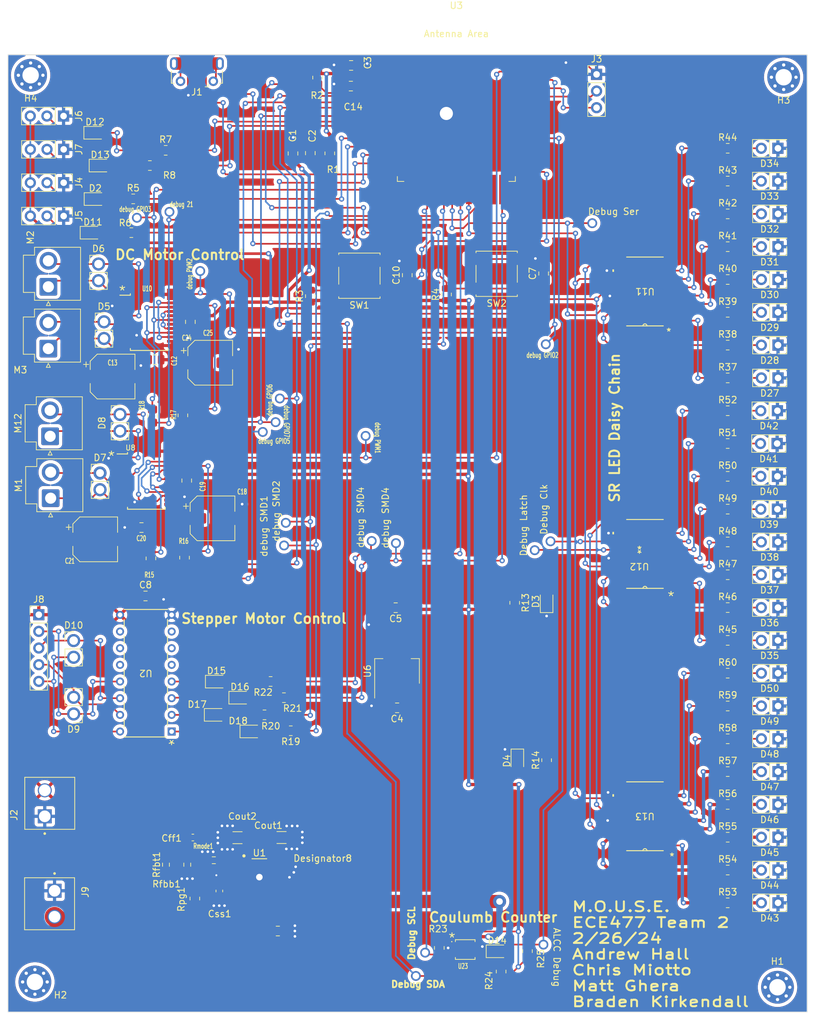
<source format=kicad_pcb>
(kicad_pcb (version 20221018) (generator pcbnew)
  (layers (0 "F.Cu" signal) (31 "B.Cu" signal) (34 "B.Paste" user) (35 "F.Paste" user) (36 "B.SilkS" user "B.Silkscreen") (37 "F.SilkS" user "F.Silkscreen") (38 "B.Mask" user) (39 "F.Mask" user) (44 "Edge.Cuts" user))
  (net 0 "")
  (net 1 "+3.3V")
  (net 2 "GND")
  (net 3 "/ESP_3V3")
  (net 4 "+5V")
  (net 5 "GPIO0")
  (net 6 "CHIP_PU")
  (net 7 "Net-(U1-FB)")
  (net 8 "Net-(U1-SS)")
  (net 9 "Net-(U1-MODE)")
  (net 10 "Net-(U1-PG)")
  (net 11 "Net-(D3-A)")
  (net 12 "Net-(D4-A)")
  (net 13 "Net-(D27-A)")
  (net 14 "Net-(D28-A)")
  (net 15 "Net-(D29-A)")
  (net 16 "Net-(D30-A)")
  (net 17 "Net-(D31-A)")
  (net 18 "Net-(D32-A)")
  (net 19 "Net-(D33-A)")
  (net 20 "Net-(D34-A)")
  (net 21 "Net-(D35-A)")
  (net 22 "Net-(D36-A)")
  (net 23 "Net-(D37-A)")
  (net 24 "Net-(D38-A)")
  (net 25 "Net-(D39-A)")
  (net 26 "Net-(D40-A)")
  (net 27 "Net-(D41-A)")
  (net 28 "Net-(D42-A)")
  (net 29 "Net-(D43-A)")
  (net 30 "Net-(D44-A)")
  (net 31 "Net-(D45-A)")
  (net 32 "Net-(D46-A)")
  (net 33 "Net-(D47-A)")
  (net 34 "Net-(D48-A)")
  (net 35 "Net-(D49-A)")
  (net 36 "Net-(D50-A)")
  (net 37 "GPIO19")
  (net 38 "GPIO20")
  (net 40 "unconnected-(J1-Shield-Pad6)")
  (net 41 "RXD")
  (net 42 "TXD")
  (net 43 "PIR1")
  (net 44 "PIR2")
  (net 45 "PIR3")
  (net 46 "PIR4")
  (net 47 "MD1-1")
  (net 48 "Net-(U8-AIN1)")
  (net 49 "MD1-2")
  (net 50 "Net-(U8-AIN2)")
  (net 51 "MD2-1")
  (net 52 "Net-(U10-AIN1)")
  (net 53 "MD2-2")
  (net 54 "Net-(U10-AIN2)")
  (net 55 "SMD1")
  (net 56 "Net-(D2-K)")
  (net 57 "SMD2")
  (net 58 "Net-(D11-K)")
  (net 59 "SMD3")
  (net 60 "Net-(D12-K)")
  (net 61 "SMD4")
  (net 62 "Net-(D13-K)")
  (net 63 "CC-2")
  (net 64 "CC-1")
  (net 65 "CC-3")
  (net 66 "Net-(U11-QB)")
  (net 67 "Net-(U11-QA)")
  (net 68 "Net-(U11-QC)")
  (net 69 "Net-(U11-QD)")
  (net 70 "Net-(U11-QE)")
  (net 71 "Net-(U11-QF)")
  (net 72 "Net-(U11-QG)")
  (net 73 "Net-(U11-QH)")
  (net 74 "Net-(U12-QB)")
  (net 75 "Net-(U12-QA)")
  (net 76 "Net-(U12-QC)")
  (net 77 "Net-(U12-QD)")
  (net 78 "Net-(U12-QE)")
  (net 79 "Net-(U12-QF)")
  (net 80 "Net-(U12-QG)")
  (net 81 "Net-(U12-QH)")
  (net 82 "Net-(U13-QB)")
  (net 83 "Net-(U13-QA)")
  (net 84 "Net-(U13-QC)")
  (net 85 "Net-(U13-QD)")
  (net 86 "Net-(U13-QE)")
  (net 87 "Net-(U13-QF)")
  (net 88 "Net-(U13-QG)")
  (net 89 "Net-(U13-QH)")
  (net 96 "LATCH")
  (net 97 "STBY")
  (net 99 "SER")
  (net 100 "CLK")
  (net 110 "MD2")
  (net 111 "MD1")
  (net 112 "Net-(U11-QH')")
  (net 113 "Net-(U12-QH')")
  (net 117 "Net-(D5-A1)")
  (net 118 "Net-(D5-A2)")
  (net 119 "Net-(D6-A1)")
  (net 120 "Net-(D6-A2)")
  (net 121 "Net-(D7-A1)")
  (net 122 "Net-(D7-A2)")
  (net 123 "Net-(D8-A1)")
  (net 124 "Net-(D8-A2)")
  (net 125 "Net-(D9-A1)")
  (net 126 "Net-(D9-A2)")
  (net 127 "Net-(D10-A2)")
  (net 128 "Net-(D15-K)")
  (net 129 "Net-(D15-A)")
  (net 130 "Net-(D16-K)")
  (net 131 "Net-(D16-A)")
  (net 132 "Net-(D17-K)")
  (net 133 "Net-(D17-A)")
  (net 134 "Net-(D18-K)")
  (net 135 "Net-(D18-A)")
  (net 136 "Net-(D14-K)")
  (net 137 "/18V_IN")
  (net 138 "Net-(D10-A1)")
  (net 143 "Net-(D2-A)")
  (net 144 "Net-(D11-A)")
  (net 145 "Net-(D12-A)")
  (net 146 "Net-(D13-A)")
  (footprint "Connector_USB:USB_Micro-B_Molex-105017-0001" (layer "F.Cu") (at 55.88 35.14369 180)
    (fp_text reference "J1")
    (fp_text value "USB_B_Micro")
  )
  (footprint "MountingHole:MountingHole_2.5mm_Pad_Via" (layer "F.Cu") (at 30.521393 35.695996 180)
    (fp_text reference "H4")
    (fp_text value "MountingHole")
  )
  (footprint "Resistor_SMD:R_0805_2012Metric_Pad1.20x1.40mm_HandSolder" (layer "F.Cu") (at 136.840901 96.821145)
    (fp_text reference "R50")
    (fp_text value "200Ω")
  )
  (footprint "ULN2003APG:DIP-16L_6P35X19P18_TOS" (layer "F.Cu") (at 52.030198 135.71348 180)
    (fp_text reference "U2")
    (fp_text value "ULN2003APG")
  )
  (footprint "Capacitor_SMD:C_0805_2012Metric" (layer "F.Cu") (at 70.539234 47.613416 90)
    (fp_text reference "C1")
    (fp_text value "10uF/25V")
  )
  (footprint "MountingHole:MountingHole_2.5mm_Pad_Via" (layer "F.Cu") (at 31.173616 173.878341 180)
    (fp_text reference "H2")
    (fp_text value "MountingHole")
  )
  (footprint "LED_SMD:LED_0805_2012Metric" (layer "F.Cu") (at 64.140692 135.703277)
    (fp_text reference "D18")
    (fp_text value "LED")
  )
  (footprint "LED_SMD:LED_0805_2012Metric" (layer "F.Cu") (at 58.868428 128.109232)
    (fp_text reference "D15")
    (fp_text value "LED")
  )
  (footprint "Resistor_SMD:R_0805_2012Metric_Pad1.20x1.40mm_HandSolder" (layer "F.Cu") (at 66.191637 133.169948 180)
    (fp_text reference "R20")
    (fp_text value "20Ohm")
  )
  (footprint "SN74HC595NSR:NS16" (layer "F.Cu") (at 124.219101 108.646145 180)
    (fp_text reference "U12")
    (fp_text value "74HC595")
  )
  (footprint "Connector_PinHeader_2.54mm:PinHeader_2x01_P2.54mm_Vertical" (layer "F.Cu") (at 144.424501 101.821145 180)
    (fp_text reference "D39")
    (fp_text value "LED")
  )
  (footprint "Capacitor_SMD:CP_Elec_6.3x7.7" (layer "F.Cu") (at 58.26 103.221861)
    (fp_text reference "C18")
    (fp_text value "10uF")
  )
  (footprint "Connector_PinHeader_2.54mm:PinHeader_2x01_P2.54mm_Vertical" (layer "F.Cu") (at 144.502713 111.821145 180)
    (fp_text reference "D37")
    (fp_text value "LED")
  )
  (footprint "Capacitor_SMD:C_0805_2012Metric" (layer "F.Cu") (at 48.041471 115.051601)
    (fp_text reference "C8")
    (fp_text value "10uF/25V")
  )
  (footprint "Resistor_SMD:R_0603_1608Metric_Pad0.98x0.95mm_HandSolder" (layer "F.Cu") (at 54.409784 156.008689 -90)
    (fp_text reference "Rfbb1")
    (fp_text value "10k")
  )
  (footprint "Connector_PinHeader_2.54mm:PinHeader_2x01_P2.54mm_Vertical" (layer "F.Cu") (at 144.502713 121.821145 180)
    (fp_text reference "D35")
    (fp_text value "LED")
  )
  (footprint "Connector_PinHeader_2.54mm:PinHeader_1x02_P2.54mm_Vertical" (layer "F.Cu") (at 37.083967 121.854431)
    (fp_text reference "D10")
    (fp_text value "D_TVS")
  )
  (footprint "Capacitor_SMD:C_1206_3216Metric_Pad1.33x1.80mm_HandSolder" (layer "F.Cu") (at 62.075384 151.892023 180)
    (fp_text reference "Cout2")
    (fp_text value "47uF")
  )
  (footprint "Resistor_SMD:R_0805_2012Metric_Pad1.20x1.40mm_HandSolder" (layer "F.Cu") (at 136.840901 156.821145)
    (fp_text reference "R54")
    (fp_text value "200Ω")
  )
  (footprint "Connector_PinHeader_2.54mm:PinHeader_1x03_P2.54mm_Vertical" (layer "F.Cu") (at 35.56 52.07 -90)
    (fp_text reference "J4")
    (fp_text value "PIR 1 Header")
  )
  (footprint "Connector_PinHeader_2.54mm:PinHeader_1x03_P2.54mm_Vertical" (layer "F.Cu") (at 35.545 41.91 -90)
    (fp_text reference "J6")
    (fp_text value "PIR 3 Header")
  )
  (footprint "Connector_PinHeader_2.54mm:PinHeader_2x01_P2.54mm_Vertical" (layer "F.Cu") (at 144.516193 131.821145 180)
    (fp_text reference "D49")
    (fp_text value "LED")
  )
  (footprint "LED_SMD:LED_0805_2012Metric" (layer "F.Cu") (at 40.327655 44.459673)
    (fp_text reference "D12")
    (fp_text value "LED")
  )
  (footprint "Connector_PinHeader_2.54mm:PinHeader_2x01_P2.54mm_Vertical" (layer "F.Cu") (at 144.516193 71.821145 180)
    (fp_text reference "D29")
    (fp_text value "LED")
  )
  (footprint "MountingHole:MountingHole_2.5mm_Pad_Via" (layer "F.Cu") (at 145.379023 35.996595 180)
    (fp_text reference "H3")
    (fp_text value "MountingHole")
  )
  (footprint "Connector_JST:JST_VH_B2P-VH_1x02_P3.96mm_Vertical" (layer "F.Cu") (at 33.226635 67.93133 90)
    (fp_text reference "M2")
    (fp_text value "Motor_DC")
  )
  (footprint "Capacitor_SMD:C_0603_1608Metric_Pad1.08x0.95mm_HandSolder" (layer "F.Cu") (at 55.264025 151.864538 180)
    (fp_text reference "Cff1")
    (fp_text value "68pF")
  )
  (footprint "Resistor_SMD:R_0805_2012Metric_Pad1.20x1.40mm_HandSolder" (layer "F.Cu") (at 136.840901 81.821145)
    (fp_text reference "R37")
    (fp_text value "200Ω")
  )
  (footprint "LTC2944IDD_PBF:SON300X300X80-9N" (layer "F.Cu") (at 96.805695 168.939423)
    (fp_text reference "U23")
    (fp_text value "LTC2944IDD_PBF")
  )
  (footprint "Resistor_SMD:R_0805_2012Metric_Pad1.20x1.40mm_HandSolder" (layer "F.Cu") (at 92.852593 168.690517 90)
    (fp_text reference "R23")
    (fp_text value "2k")
  )
  (footprint "Resistor_SMD:R_0805_2012Metric_Pad1.20x1.40mm_HandSolder" (layer "F.Cu") (at 67.123671 128.084027 180)
    (fp_text reference "R22")
    (fp_text value "20Ohm")
  )
  (footprint "Resistor_SMD:R_0805_2012Metric_Pad1.20x1.40mm_HandSolder" (layer "F.Cu") (at 48.867813 109.322213 90)
    (fp_text reference "R15")
    (fp_text value "20Ohm")
  )
  (footprint "Connector_PinHeader_2.54mm:PinHeader_2x01_P2.54mm_Vertical" (layer "F.Cu") (at 144.424501 86.821145 180)
    (fp_text reference "D42")
    (fp_text value "LED")
  )
  (footprint "Connector_PinHeader_2.54mm:PinHeader_2x01_P2.54mm_Vertical" (layer "F.Cu") (at 144.516193 66.821145 180)
    (fp_text reference "D30")
    (fp_text value "LED")
  )
  (footprint "Connector_PinHeader_2.54mm:PinHeader_1x03_P2.54mm_Vertical" (layer "F.Cu") (at 35.56 57.15 -90)
    (fp_text reference "J5")
    (fp_text value "PIR 2 Header")
  )
  (footprint "Connector_PinHeader_2.54mm:PinHeader_1x02_P2.54mm_Vertical" (layer "F.Cu") (at 37.083967 133.034611 180)
    (fp_text reference "D9")
    (fp_text value "D_TVS")
  )
  (footprint "SN74HC595NSR:NS16" (layer "F.Cu") (at 124.219101 148.626145 180)
    (fp_text reference "U13")
    (fp_text value "74HC595")
  )
  (footprint "Connector_PinHeader_2.54mm:PinHeader_2x01_P2.54mm_Vertical" (layer "F.Cu") (at 144.516193 161.821145 180)
    (fp_text reference "D43")
    (fp_text value "LED")
  )
  (footprint "Connector_PinHeader_2.54mm:PinHeader_2x01_P2.54mm_Vertical" (layer "F.Cu") (at 144.516193 146.821145 180)
    (fp_text reference "D46")
    (fp_text value "LED")
  )
  (footprint "Resistor_SMD:R_0805_2012Metric_Pad1.20x1.40mm_HandSolder" (layer "F.Cu") (at 69.155956 130.555396 180)
    (fp_text reference "R21")
    (fp_text value "20Ohm")
  )
  (footprint "Resistor_SMD:R_0805_2012Metric_Pad1.20x1.40mm_HandSolder" (layer "F.Cu") (at 136.840901 121.821145)
    (fp_text reference "R45")
    (fp_text value "200Ω")
  )
  (footprint "Connector_PinHeader_2.54mm:PinHeader_2x01_P2.54mm_Vertical" (layer "F.Cu") (at 144.516193 61.821145 180)
    (fp_text reference "D31")
    (fp_text value "LED")
  )
  (footprint "Connector_PinHeader_2.54mm:PinHeader_1x02_P2.54mm_Vertical" (layer "F.Cu") (at 41.712839 73.272872)
    (fp_text reference "D5")
    (fp_text value "D_TVS")
  )
  (footprint "Package_TO_SOT_SMD:SOT-223-3_TabPin2" (layer "F.Cu") (at 86.404799 126.511735 90)
    (fp_text reference "U6")
    (fp_text value "LD1117S33TR_SOT223")
  )
  (footprint "Button_Switch_SMD:SW_SPST_B3S-1000" (layer "F.Cu") (at 80.666499 66.244601 180)
    (fp_text reference "SW1")
    (fp_text value "BOOT")
  )
  (footprint "Capacitor_SMD:CP_Elec_6.3x7.7" (layer "F.Cu") (at 43.02 81.612317)
    (fp_text reference "C13")
    (fp_text value "10uF")
  )
  (footprint "LED_SMD:LED_0805_2012Metric" (layer "F.Cu") (at 41.135568 49.458537)
    (fp_text reference "D13")
    (fp_text value "LED")
  )
  (footprint "Resistor_SMD:R_0805_2012Metric_Pad1.20x1.40mm_HandSolder" (layer "F.Cu") (at 136.840901 71.821145)
    (fp_text reference "R39")
    (fp_text value "200Ω")
  )
  (footprint "Connector_PinHeader_2.54mm:PinHeader_2x01_P2.54mm_Vertical" (layer "F.Cu") (at 144.49812 51.821145 180)
    (fp_text reference "D33")
    (fp_text value "LED")
  )
  (footprint "Capacitor_SMD:C_0805_2012Metric" (layer "F.Cu") (at 87.967156 66.161247 90)
    (fp_text reference "C10")
    (fp_text value "0.1uF/50V")
  )
  (footprint "Espressif:ESP32-S3-WROOM-1" (layer "F.Cu") (at 95.455605 42.123638)
    (fp_text reference "U3")
    (fp_text value "ESP32-S3-WROOM-1")
  )
  (footprint "Resistor_SMD:R_0805_2012Metric_Pad1.20x1.40mm_HandSolder" (layer "F.Cu") (at 49.113414 87.637822 90)
    (fp_text reference "R18")
    (fp_text value "20Ohm")
  )
  (footprint "Resistor_SMD:R_0805_2012Metric_Pad1.20x1.40mm_HandSolder" (layer "F.Cu") (at 136.840901 136.821145)
    (fp_text reference "R58")
    (fp_text value "200Ω")
  )
  (footprint "Capacitor_SMD:C_0805_2012Metric" (layer "F.Cu") (at 86.2 116.84 180)
    (fp_text reference "C5")
    (fp_text value "10uF")
  )
  (footprint "Connector_PinHeader_2.54mm:PinHeader_2x01_P2.54mm_Vertical" (layer "F.Cu") (at 144.380901 91.821145 180)
    (fp_text reference "D41")
    (fp_text value "LED")
  )
  (footprint "Resistor_SMD:R_0805_2012Metric_Pad1.20x1.40mm_HandSolder" (layer "F.Cu") (at 53.994555 109.214103 90)
    (fp_text reference "R16")
    (fp_text value "20Ohm")
  )
  (footprint "Capacitor_SMD:C_0805_2012Metric" (layer "F.Cu") (at 54.328869 97.466387 -90)
    (fp_text reference "C19")
    (fp_text value "0.1uF")
  )
  (footprint "Connector_PinHeader_2.54mm:PinHeader_2x01_P2.54mm_Vertical" (layer "F.Cu") (at 144.516193 151.821145 180)
    (fp_text reference "D45")
    (fp_text value "LED")
  )
  (footprint "Resistor_SMD:R_0805_2012Metric" (layer "F.Cu") (at 73.186614 69.360923 90)
    (fp_text reference "R3")
    (fp_text value "10k")
  )
  (footprint "Resistor_SMD:R_0805_2012Metric_Pad1.20x1.40mm_HandSolder" (layer "F.Cu") (at 102.280142 172.290848 -90)
    (fp_text reference "R24")
    (fp_text value "2k")
  )
  (footprint "LED_SMD:LED_0805_2012Metric" (layer "F.Cu") (at 109.22 115.9025 90)
    (fp_text reference "D3")
    (fp_text value "LED")
  )
  (footprint "Capacitor_SMD:C_0805_2012Metric" (layer "F.Cu") (at 108.765417 65.909091 90)
    (fp_text reference "C7")
    (fp_text value "0.1uF/50V")
  )
  (footprint "Resistor_SMD:R_0805_2012Metric_Pad1.20x1.40mm_HandSolder" (layer "F.Cu") (at 55.567179 161.167896 90)
    (fp_text reference "Rpg1")
    (fp_text value "100k")
  )
  (footprint "MTA_156:MTA_156" (layer "F.Cu") (at 34.170272 159.97868 -90)
    (fp_text reference "J9")
    (fp_text value "640445-2")
  )
  (footprint "MountingHole:MountingHole_2.5mm_Pad_Via" (layer "F.Cu") (at 144.439761 174.687165 180)
    (fp_text reference "H1")
    (fp_text value "MountingHole")
  )
  (footprint "Resistor_SMD:R_0805_2012Metric_Pad1.20x1.40mm_HandSolder" (layer "F.Cu") (at 136.840901 46.821145)
    (fp_text reference "R44")
    (fp_text value "200Ω")
  )
  (footprint "Resistor_SMD:R_0805_2012Metric_Pad1.20x1.40mm_HandSolder" (layer "F.Cu") (at 136.840901 131.821145)
    (fp_text reference "R59")
    (fp_text value "200Ω")
  )
  (footprint "Resistor_SMD:R_0805_2012Metric_Pad1.20x1.40mm_HandSolder" (layer "F.Cu") (at 136.840901 161.821145)
    (fp_text reference "R53")
    (fp_text value "200Ω")
  )
  (footprint "Capacitor_SMD:C_0805_2012Metric" (layer "F.Cu") (at 73.17967 47.561302 90)
    (fp_text reference "C2")
    (fp_text value "1uF/50V")
  )
  (footprint "Resistor_SMD:R_0805_2012Metric_Pad1.20x1.40mm_HandSolder" (layer "F.Cu") (at 106.295792 169.179058 -90)
    (fp_text reference "R25")
    (fp_text value "2k")
  )
  (footprint "Capacitor_SMD:C_0805_2012Metric" (layer "F.Cu") (at 79.364306 37.346009 180)
    (fp_text reference "C14")
    (fp_text value "1uf/16V")
  )
  (footprint "Connector_PinHeader_2.54mm:PinHeader_2x01_P2.54mm_Vertical" (layer "F.Cu") (at 144.502713 106.821145 180)
    (fp_text reference "D38")
    (fp_text value "LED")
  )
  (footprint "Capacitor_SMD:C_0805_2012Metric" (layer "F.Cu") (at 54.883303 73.280969 -90)
    (fp_text reference "C24")
    (fp_text value "0.1uF")
  )
  (footprint "Package_SO:SSOP-24_5.3x8.2mm_P0.65mm" (layer "F.Cu") (at 48.604138 73.312879)
    (fp_text reference "U10")
    (fp_text value "TB6612FNG")
  )
  (footprint "Connector_PinHeader_2.54mm:PinHeader_2x01_P2.54mm_Vertical" (layer "F.Cu") (at 144.516193 136.821145 180)
    (fp_text reference "D48")
    (fp_text value "LED")
  )
  (footprint "Resistor_SMD:R_0805_2012Metric_Pad1.20x1.40mm_HandSolder" (layer "F.Cu") (at 136.840901 101.821145)
    (fp_text reference "R49")
    (fp_text value "200Ω")
  )
  (footprint "Button_Switch_SMD:SW_SPST_B3S-1000" (layer "F.Cu") (at 101.600692 65.952711 180)
    (fp_text reference "SW2")
    (fp_text value "RESET")
  )
  (footprint "Capacitor_SMD:C_0805_2012Metric" (layer "F.Cu") (at 79.40173 34.198111 180)
    (fp_text reference "C3")
    (fp_text value "1uF/16V")
  )
  (footprint "Resistor_SMD:R_0805_2012Metric_Pad1.20x1.40mm_HandSolder" (layer "F.Cu") (at 136.840901 51.821145)
    (fp_text reference "R43")
    (fp_text value "200Ω")
  )
  (footprint "Capacitor_SMD:C_0805_2012Metric" (layer "F.Cu") (at 47.427173 104.628539 180)
    (fp_text reference "C20")
    (fp_text value "0.1uF")
  )
  (footprint "Resistor_SMD:R_0805_2012Metric_Pad1.20x1.40mm_HandSolder" (layer "F.Cu") (at 136.840901 61.821145)
    (fp_text reference "R41")
    (fp_text value "200Ω")
  )
  (footprint "LED_SMD:LED_0805_2012Metric" (layer "F.Cu") (at 40.377084 54.560652)
    (fp_text reference "D2")
    (fp_text value "LED")
  )
  (footprint "Connector_JST:JST_VH_B2P-VH_1x02_P3.96mm_Vertical" (layer "F.Cu") (at 33.49475 90.718578 90)
    (fp_text reference "M12")
    (fp_text value "Motor_DC")
  )
  (footprint "Resistor_SMD:R_0805_2012Metric_Pad1.20x1.40mm_HandSolder" (layer "F.Cu") (at 136.840901 56.821145)
    (fp_text reference "R42")
    (fp_text value "200Ω")
  )
  (footprint "Connector_PinHeader_2.54mm:PinHeader_2x01_P2.54mm_Vertical" (layer "F.Cu") (at 144.49812 46.821145 180)
    (fp_text reference "D34")
    (fp_text value "LED")
  )
  (footprint "Resistor_SMD:R_0805_2012Metric_Pad1.20x1.40mm_HandSolder" (layer "F.Cu") (at 70.201036 135.594908 180)
    (fp_text reference "R19")
    (fp_text value "20Ohm")
  )
  (footprint "Connector_PinHeader_2.54mm:PinHeader_1x02_P2.54mm_Vertical" (layer "F.Cu") (at 44.151554 87.382399)
    (fp_text reference "D8")
    (fp_text value "D_TVS")
  )
  (footprint "Resistor_SMD:R_0805_2012Metric_Pad1.20x1.40mm_HandSolder" (layer "F.Cu") (at 136.840901 151.821145)
    (fp_text reference "R55")
    (fp_text value "200Ω")
  )
  (footprint "Resistor_SMD:R_0805_2012Metric_Pad1.20x1.40mm_HandSolder" (layer "F.Cu") (at 136.840901 111.821145)
    (fp_text reference "R47")
    (fp_text value "200Ω")
  )
  (footprint "Connector_PinHeader_2.54mm:PinHeader_2x01_P2.54mm_Vertical" (layer "F.Cu") (at 144.516193 76.821145 180)
    (fp_text reference "D28")
    (fp_text value "LED")
  )
  (footprint "Resistor_SMD:R_0805_2012Metric_Pad1.20x1.40mm_HandSolder" (layer "F.Cu") (at 136.840901 66.821145)
    (fp_text reference "R40")
    (fp_text value "200Ω")
  )
  (footprint "Resistor_SMD:R_0805_2012Metric_Pad1.20x1.40mm_HandSolder" (layer "F.Cu") (at 45.883902 59.680813)
    (fp_text reference "R6")
    (fp_text value "20Ohm")
  )
  (footprint "Resistor_SMD:R_0603_1608Metric_Pad0.98x0.95mm_HandSolder" (layer "F.Cu") (at 58.460547 155.329139)
    (fp_text reference "Rmode1")
    (fp_text value "162k")
  )
  (footprint "Connector_PinHeader_2.54mm:PinHeader_1x03_P2.54mm_Vertical" (layer "F.Cu") (at 35.56 46.99 -90)
    (fp_text reference "J7")
    (fp_text value "PIR 4 Header")
  )
  (footprint "Resistor_SMD:R_0805_2012Metric_Pad1.20x1.40mm_HandSolder" (layer "F.Cu") (at 136.840901 116.821145)
    (fp_text reference "R46")
    (fp_text value "200Ω")
  )
  (footprint "Resistor_SMD:R_0805_2012Metric_Pad1.20x1.40mm_HandSolder" (layer "F.Cu") (at 136.840901 91.821145)
    (fp_text reference "R51")
    (fp_text value "200Ω")
  )
  (footprint "Resistor_SMD:R_0805_2012Metric_Pad1.20x1.40mm_HandSolder" (layer "F.Cu") (at 53.742908 87.524064 90)
    (fp_text reference "R17")
    (fp_text value "20Ohm")
  )
  (footprint "Capacitor_SMD:C_0805_2012Metric" (layer "F.Cu") (at 49.476284 79.048129 180)
    (fp_text reference "C12")
    (fp_text value "0.1uF")
  )
  (footprint "Capacitor_SMD:C_0805_2012Metric" (layer "F.Cu") (at 86.419064 132.099243 180)
    (fp_text reference "C4")
    (fp_text value "10uF")
  )
  (footprint "Resistor_SMD:R_0805_2012Metric_Pad1.20x1.40mm_HandSolder" (layer "F.Cu") (at 74.290232 36.051142 -90)
    (fp_text reference "R2")
    (fp_text value "10K")
  )
  (footprint "Resistor_SMD:R_0805_2012Metric_Pad1.20x1.40mm_HandSolder" (layer "F.Cu") (at 136.840901 141.821145)
    (fp_text reference "R57")
    (fp_text value "200Ω")
  )
  (footprint "Connector_PinHeader_2.54mm:PinHeader_1x02_P2.54mm_Vertical" (layer "F.Cu") (at 41.104309 96.314743)
    (fp_text reference "D7")
    (fp_text value "D_TVS")
  )
  (footprint "Connector_PinHeader_2.54mm:PinHeader_2x01_P2.54mm_Vertical" (layer "F.Cu") (at 144.516193 156.821145 180)
    (fp_text reference "D44")
    (fp_text value "LED")
  )
  (footprint "Connector_JST:JST_VH_B2P-VH_1x02_P3.96mm_Vertical" (layer "F.Cu") (at 33.572928 100.152078 90)
    (fp_text reference "M1")
    (fp_text value "Motor_DC")
  )
  (footprint "LED_SMD:LED_0805_2012Metric" (layer "F.Cu") (at 62.447578 130.554144)
    (fp_text reference "D16")
    (fp_text value "LED")
  )
  (footprint "Resistor_SMD:R_0805_2012Metric_Pad1.20x1.40mm_HandSolder" (layer "F.Cu") (at 76.150162 47.596045 90)
    (fp_text reference "R1")
    (fp_text value "0")
  )
  (footprint "LED_SMD:LED_0805_2012Metric" (layer "F.Cu") (at 104.75891 140.07252 -90)
    (fp_text reference "D4")
    (fp_text value "LED")
  )
  (footprint "Capacitor_SMD:CP_Elec_6.3x7.7" (layer "F.Cu") (at 57.9114 79.506116)
    (fp_text reference "C25")
    (fp_text value "10uF")
  )
  (footprint "Resistor_SMD:R_0805_2012Metric_Pad1.20x1.40mm_HandSolder" (layer "F.Cu") (at 136.840901 106.821145)
    (fp_text reference "R48")
    (fp_text value "200Ω")
  )
  (footprint "Capacitor_SMD:C_0603_1608Metric_Pad1.08x0.95mm_HandSolder" (layer "F.Cu") (at 59.304892 160.016244 -90)
    (fp_text reference "Css1")
    (fp_text value "22nF")
  )
  (footprint "Connector_JST:JST_VH_B2P-VH_1x02_P3.96mm_Vertical" (layer "F.Cu") (at 33.217507 77.353258 90)
    (fp_text reference "M3")
    (fp_text value "Motor_DC")
  )
  (footprint "Capacitor_SMD:C_0805_2012Metric" (layer "F.Cu") (at 68.227485 166.116)
    (fp_text reference "Cin1" hide)
    (fp_text value "15uF")
  )
  (footprint "Capacitor_SMD:CP_Elec_6.3x7.7" (layer "F.Cu") (at 40.371769 106.421133)
    (fp_text reference "C21")
    (fp_text value "10uF")
  )
  (footprint "Connector_PinHeader_2.54mm:PinHeader_2x01_P2.54mm_Vertical" (layer "F.Cu") (at 144.502713 116.821145 180)
    (fp_text reference "D36")
    (fp_text value "LED")
  )
  (footprint "Capacitor_SMD:C_1206_3216Metric_Pad1.33x1.80mm_HandSolder" (layer "F.Cu") (at 68.789872 151.868094)
    (fp_text reference "Cout1")
    (fp_text value "47uF")
  )
  (footprint "Connector_PinHeader_2.54mm:PinHeader_2x01_P2.54mm_Vertical" (layer "F.Cu") (at 144.516193 81.821145 180)
    (fp_text reference "D27")
    (fp_text value "LED")
  )
  (footprint "PTPSM86838RCGR:RCG0019A-MFG" (layer "F.Cu") (at 65.405741 157.90312)
    (fp_text reference "U1")
    (fp_text value "PTPSM86838RCGR")
  )
  (footprint "Connector_PinHeader_2.54mm:PinHeader_2x01_P2.54mm_Vertical" (layer "F.Cu") (at 144.516193 141.821145 180)
    (fp_text reference "D47")
    (fp_text value "LED")
  )
  (footprint "Connector_PinHeader_2.54mm:PinHeader_2x01_P2.54mm_Vertical" (layer "F.Cu") (at 144.424501 96.821145 180)
    (fp_text reference "D40")
    (fp_text value "LED")
  )
  (footprint "Resistor_SMD:R_0805_2012Metric_Pad1.20x1.40mm_HandSolder" (layer "F.Cu") (at 136.840901 86.821145)
    (fp_text reference "R52")
    (fp_text value "200Ω")
  )
  (footprint "Resistor_SMD:R_0805_2012Metric_Pad1.20x1.40mm_HandSolder" (layer "F.Cu") (at 136.840901 76.821145)
    (fp_text reference "R38")
    (fp_text value "200Ω")
  )
  (footprint "Resistor_SMD:R_0805_2012Metric" (layer "F.Cu") (at 93.951208 69.104378 90)
    (fp_text reference "R4")
    (fp_text value "10k")
  )
  (footprint "Resistor_SMD:R_0805_2012Metric_Pad1.20x1.40mm_HandSolder" (layer "F.Cu") (at 109.22 140.08109 90)
    (fp_text reference "R14")
    (fp_text value "333Ω")
  )
  (footprint "Resistor_SMD:R_0603_1608Metric_Pad0.98x0.95mm_HandSolder" (layer "F.Cu") (at 51.161236 156.008464 90)
    (fp_text reference "Rfbt1")
    (fp_text value "73.2k")
  )
  (footprint "Resistor_SMD:R_0805_2012Metric_Pad1.20x1.40mm_HandSolder" (layer "F.Cu") (at 136.840901 146.821145)
    (fp_text reference "R56")
    (fp_text value "200Ω")
  )
  (footprint "Connector_PinHeader_2.54mm:PinHeader_2x01_P2.54mm_Vertical" (layer "F.Cu") (at 144.516193 56.821145 180)
    (fp_text reference "D32")
    (fp_text value "LED")
  )
  (footprint "MTA_156:MTA_156" (layer "F.Cu") (at 32.67364 148.63475 90)
    (fp_text reference "J2")
    (fp_text value "640445-2")
  )
  (footprint "Connector_PinHeader_2.54mm:PinHeader_1x02_P2.54mm_Vertical" (layer "F.Cu") (at 40.876889 64.464682)
    (fp_text reference "D6")
    (fp_text value "D_TVS")
  )
  (footprint "Package_SO:SSOP-24_5.3x8.2mm_P0.65mm" (layer "F.Cu") (at 48.172359 97.509196)
    (fp_text reference "U8")
    (fp_text value "TB6612FNG")
  )
  (footprint "LED_SMD:LED_0805_2012Metric" (layer "F.Cu") (at 39.768284 59.687234)
    (fp_text reference "D11")
    (fp_text value "LED")
  )
  (footprint "LED_SMD:LED_0805_2012Metric" (layer "F.Cu") (at 101.69007 169.208535)
    (fp_text reference "D14")
    (fp_text value "LED")
  )
  (footprint "Resistor_SMD:R_0805_2012Metric_Pad1.20x1.40mm_HandSolder" (layer "F.Cu") (at 104.351943 116.092835 -90)
    (fp_text reference "R13")
    (fp_text value "200Ω")
  )
  (footprint "Connector_PinHeader_2.54mm:PinHeader_2x01_P2.54mm_Vertical" (layer "F.Cu") (at 144.516193 126.821145 180)
    (fp_text reference "D50")
    (fp_text value "LED")
  )
  (footprint "Connector_PinHeader_2.54mm:PinHeader_1x05_P2.54mm_Vertical" (layer "F.Cu") (at 31.768125 117.909684)
    (fp_text reference "J8")
    (fp_text value "step. mot. con.")
  )
  (footprint "SN74HC595NSR:NS16" (layer "F.Cu") (at 124.219101 68.646145 180)
    (fp_text reference "U11")
    (fp_text value "74HC595")
  )
  (footprint "LED_SMD:LED_0805_2012Metric" (layer "F.Cu") (at 58.701595 133.169948)
    (fp_text reference "D17")
    (fp_text value "LED")
  )
  (footprint "Resistor_SMD:R_0805_2012Metric_Pad1.20x1.40mm_HandSolder" (layer "F.Cu") (at 136.840901 126.821145)
    (fp_text reference "R60")
    (fp_text value "200Ω")
  )
  (footprint "Resistor_SMD:R_0805_2012Metric_Pad1.20x1.40mm_HandSolder" (layer "F.Cu") (at 46.166165 54.534293)
    (fp_text reference "R5")
    (fp_text value "20Ohm")
  )
  (footprint "Connector_PinHeader_2.54mm:PinHeader_1x03_P2.54mm_Vertical" (layer "F.Cu") (at 116.84 35.56)
    (fp_text reference "J3")
    (fp_text value "TXD/RXD/GND")
  )
  (footprint "Resistor_SMD:R_0805_2012Metric_Pad1.20x1.40mm_HandSolder" (layer "F.Cu") (at 51.120469 47.135555)
    (fp_text reference "R7")
    (fp_text value "20Ohm")
  )
  (footprint "Resistor_SMD:R_0805_2012Metric_Pad1.20x1.40mm_HandSolder" (layer "F.Cu") (at 48.707841 49.456625)
    (fp_text reference "R8")
    (fp_text value "20Ohm")
  )
  (gr_rect (start 27.074562 32.575876) (end 148.949628 178.451121) (stroke (width 0.1)) (fill none) (layer "Edge.Cuts"))
  (gr_text "debug SMD4" (at 85.231398 107.879605 90) (layer "F.SilkS") (effects (font (size 1 1)) (justify left bottom)))
  (gr_text "SR LED Daisy Chain" (at 120.469207 100.946539 90) (layer "F.SilkS") (effects (font (size 1.5 1.5) (thickness 0.3) bold) (justify left bottom)))
  (gr_text "Debug SDA" (at 85.369649 174.81083) (layer "F.SilkS") (effects (font (size 1 1) (thickness 0.25) bold) (justify left bottom)))
  (gr_text "*" (at 128.196695 115.17806) (layer "F.SilkS") (effects (font (size 1.5 1.5))))
  (gr_text "*" (at 44.506543 68.594748) (layer "F.SilkS") (effects (font (size 1.5 1.5))))
  (gr_text "*" (at 94.786602 167.216855) (layer "F.SilkS") (effects (font (size 1.5 1.5))))
  (gr_text "debug GPIO7" (at 70.041212 85.926834 270) (layer "F.SilkS") (effects (font (size 0.8 0.5) (thickness 0.125) bold) (justify left top)))
  (gr_text "debug GPIO5" (at 65.151646 90.989186) (layer "F.SilkS") (effects (font (size 0.8 0.5) (thickness 0.125) bold) (justify left top)))
  (gr_text "debug PWM2" (at 54.297235 68.411821 90) (layer "F.SilkS") (effects (font (size 0.8 0.5) (thickness 0.125) bold) (justify left top)))
  (gr_text "*" (at 42.845913 93.791212) (layer "F.SilkS") (effects (font (size 1.5 1.5))))
  (gr_text "debug SMD4" (at 81.427683 107.812282 90) (layer "F.SilkS") (effects (font (size 1 1)) (justify left bottom)))
  (gr_text "debug GPIO6" (at 66.52234 87.715502 90) (layer "F.SilkS") (effects (font (size 0.8 0.5) (thickness 0.125) bold) (justify left top)))
  (gr_text "DC Motor Control" (at 43.254655 63.930696) (layer "F.SilkS") (effects (font (size 1.5 1.5) (thickness 0.3) bold) (justify left bottom)))
  (gr_text "debug SMD1" (at 66.708391 109.165451 90) (layer "F.SilkS") (effects (font (size 1 1)) (justify left bottom)))
  (gr_text "debug SMD2\n" (at 68.578485 106.852042 90) (layer "F.SilkS") (effects (font (size 1 1)) (justify left bottom)))
  (gr_text "Coulumb Counter" (at 91.121282 164.906836) (layer "F.SilkS") (effects (font (size 1.5 1.5) (thickness 0.3) bold) (justify left bottom)))
  (gr_text "debug 21" (at 51.662138 54.895125) (layer "F.SilkS") (effects (font (size 0.8 0.5) (thickness 0.125) bold) (justify left top)))
  (gr_text "Debug Ser" (at 115.448478 57.050092) (layer "F.SilkS") (effects (font (size 1 1)) (justify left bottom)))
  (gr_text "M.O.U.S.E.\nECE477 Team 2\n2/26/24\nAndrew Hall\nChris Miotto\nMatt Ghera\nBraden Kirkendall" (at 112.903472 177.783304) (layer "F.SilkS") (effects (font (size 1.5 2) (thickness 0.3) bold) (justify left bottom)))
  (gr_text "debug GPIO2" (at 106.080827 77.889621) (layer "F.SilkS") (effects (font (size 0.8 0.5) (thickness 0.125) bold) (justify left top)))
  (gr_text "debug PWM1" (at 83.922073 88.508628 270) (layer "F.SilkS") (effects (font (size 0.8 0.5) (thickness 0.125) bold) (justify left top)))
  (gr_text "ALCC Debug" (at 110.194916 165.53457 -90) (layer "F.SilkS") (effects (font (size 1 1)) (justify left bottom)))
  (gr_text "Stepper Motor Control" (at 53.34 119.38) (layer "F.SilkS") (effects (font (size 1.5 1.5) (thickness 0.3) bold) (justify left bottom)))
  (gr_text "Debug Latch" (at 106.308694 109.065897 90) (layer "F.SilkS") (effects (font (size 1 1)) (justify left bottom)))
  (gr_text "Debug Clk" (at 109.401502 105.779789 90) (layer "F.SilkS") (effects (font (size 1 1)) (justify left bottom)))
  (gr_text "debug GPIO3" (at 43.96677 55.643821) (layer "F.SilkS") (effects (font (size 0.8 0.5) (thickness 0.125) bold) (justify left top)))
  (gr_text "Debug SCL" (at 89.211823 170.664765 90) (layer "F.SilkS") (effects (font (size 1 1) (thickness 0.25) bold) (justify left bottom)))
  (segment (start 97.375496 70.024461) (end 97.367913 70.016878) (width 0.25) (layer "F.Cu") (net 1))
  (segment (start 88.9 116.84) (end 87.15 116.84) (width 2) (layer "F.Cu") (net 1))
  (segment (start 58.341135 72.330969) (end 55.88 72.330969) (width 0.5) (layer "F.Cu") (net 1))
  (segment (start 104.988527 143.789738) (end 97.333781 143.789738) (width 0.5) (layer "F.Cu") (net 1))
  (segment (start 55.642791 97.830309) (end 55.642791 102.421861) (width 0.5) (layer "F.Cu") (net 1))
  (segment (start 70.539234 48.563416) (end 76.117533 48.563416) (width 0.5) (layer "F.Cu") (net 1))
  (segment (start 62.340897 62.8824) (end 60.685467 61.22697) (width 0.4) (layer "F.Cu") (net 1))
  (segment (start 97.264928 96.795403) (end 96.985912 96.516387) (width 0.5) (layer "F.Cu") (net 1))
  (segment (start 94.355875 166.187235) (end 92.852593 167.690517) (width 0.25) (layer "F.Cu") (net 1))
  (segment (start 104.91553 166.186303) (end 104.914598 166.187235) (width 0.25) (layer "F.Cu") (net 1))
  (segment (start 86.404799 123.361735) (end 86.404799 129.661735) (width 2) (layer "F.Cu") (net 1))
  (segment (start 93.951208 70.016878) (end 73.443159 70.016878) (width 0.5) (layer "F.Cu") (net 1))
  (segment (start 67.118635 70.273423) (end 67.139225 70.294013) (width 0.4) (layer "F.Cu") (net 1))
  (segment (start 60.398681 70.273423) (end 58.341135 72.330969) (width 0.5) (layer "F.Cu") (net 1))
  (segment (start 55.642791 102.421861) (end 54.842791 103.221861) (width 0.4) (layer "F.Cu") (net 1))
  (segment (start 54.328869 96.516387) (end 51.790168 96.516387) (width 0.4) (layer "F.Cu") (net 1))
  (segment (start 104.351943 117.092835) (end 89.152835 117.092835) (width 0.5) (layer "F.Cu") (net 1))
  (segment (start 86.404799 119.335201) (end 88.9 116.84) (width 2) (layer "F.Cu") (net 1))
  (segment (start 73.443159 70.016878) (end 73.186614 70.273423) (width 0.25) (layer "F.Cu") (net 1))
  (segment (start 97.367913 70.016878) (end 93.951208 70.016878) (width 0.5) (layer "F.Cu") (net 1))
  (segment (start 96.985912 96.516387) (end 54.328869 96.516387) (width 0.5) (layer "F.Cu") (net 1))
  (segment (start 94.355875 166.187235) (end 104.914598 166.187235) (width 0.25) (layer "F.Cu") (net 1))
  (segment (start 69.85 68.579352) (end 73.011056 65.418296) (width 0.5) (layer "F.Cu") (net 1))
  (segment (start 71.883945 49.970218) (end 71.883945 49.908127) (width 0.4) (layer "F.Cu") (net 1))
  (segment (start 76.117533 48.563416) (end 76.150162 48.596045) (width 0.25) (layer "F.Cu") (net 1))
  (segment (start 54.876393 72.337879) (end 54.883303 72.330969) (width 0.25) (layer "F.Cu") (net 1))
  (segment (start 102.280142 173.290848) (end 103.184002 173.290848) (width 0.25) (layer "F.Cu") (net 1))
  (segment (start 67.159815 70.273423) (end 69.85 70.273423) (width 0.5) (layer "F.Cu") (net 1))
  (segment (start 71.883945 49.908127) (end 70.539234 48.563416) (width 0.5) (layer "F.Cu") (net 1))
  (segment (start 52.204138 72.337879) (end 54.876393 72.337879) (width 0.4) (layer "F.Cu") (net 1))
  (segment (start 54.328869 96.516387) (end 55.642791 97.830309) (width 0.5) (layer "F.Cu") (net 1))
  (segment (start 56.058303 72.509272) (end 56.058303 78.216621) (width 0.5) (layer "F.Cu") (net 1))
  (segment (start 67.139225 70.294013) (end 67.159815 70.273423) (width 0.4) (layer "F.Cu") (net 1))
  (segment (start 89.152835 117.092835) (end 88.9 116.84) (width 0.25) (layer "F.Cu") (net 1))
  (segment (start 55.88 72.330969) (end 56.058303 72.509272) (width 0.5) (layer "F.Cu") (net 1))
  (segment (start 56.058303 78.216621) (end 54.773284 79.50164) (width 0.5) (layer "F.Cu") (net 1))
  (segment (start 69.85 70.273423) (end 69.85 68.579352) (width 0.5) (layer "F.Cu") (net 1))
  (segment (start 66.797676 62.8824) (end 62.340897 62.8824) (width 0.4) (layer "F.Cu") (net 1))
  (segment (start 34.55697 61.22697) (end 30.48 57.15) (width 0.4) (layer "F.Cu") (net 1))
  (segment (start 60.398681 70.273423) (end 67.118635 70.273423) (width 0.5) (layer "F.Cu") (net 1))
  (segment (start 69.85 70.273423) (end 73.186614 70.273423) (width 0.5) (layer "F.Cu") (net 1))
  (segment (start 51.790168 96.516387) (end 51.772359 96.534196) (width 0.25) (layer "F.Cu") (net 1))
  (segment (start 103.184002 173.290848) (end 106.295792 170.179058) (width 0.25) (layer "F.Cu") (net 1))
  (segment (start 86.404799 123.361735) (end 86.404799 119.335201) (width 2) (layer "F.Cu") (net 1))
  (segment (start 60.685467 61.22697) (end 34.55697 61.22697) (width 0.4) (layer "F.Cu") (net 1))
  (segment (start 55.88 72.330969) (end 54.883303 72.330969) (width 0.5) (layer "F.Cu") (net 1))
  (via (at 104.907665 171.567186) (size 0.8) (drill 0.4) (layers "F.Cu" "B.Cu") (net 1))
  (via (at 97.340542 117.130638) (size 0.8) (drill 0.4) (layers "F.Cu" "B.Cu") (net 1))
  (via (at 104.988527 143.789738) (size 0.8) (drill 0.4) (layers "F.Cu" "B.Cu") (net 1))
  (via (at 97.375496 70.024461) (size 0.8) (drill 0.4) (layers "F.Cu" "B.Cu") (net 1))
  (via (at 73.011056 65.418296) (size 0.8) (drill 0.4) (layers "F.Cu" "B.Cu") (net 1))
  (via (at 104.91553 166.186303) (size 0.8) (drill 0.4) (layers "F.Cu" "B.Cu") (net 1))
  (via (at 97.333781 143.789738) (size 0.8) (drill 0.4) (layers "F.Cu" "B.Cu") (net 1))
  (via (at 97.264928 96.795403) (size 0.8) (drill 0.4) (layers "F.Cu" "B.Cu") (net 1))
  (via (at 66.797676 62.8824) (size 0.8) (drill 0.4) (layers "F.Cu" "B.Cu") (net 1))
  (via (at 71.883945 49.970218) (size 0.8) (drill 0.4) (layers "F.Cu" "B.Cu") (net 1))
  (via (at 67.139225 70.294013) (size 0.8) (drill 0.4) (layers "F.Cu" "B.Cu") (net 1))
  (segment (start 97.264928 96.795403) (end 97.340542 96.719789) (width 0.5) (layer "B.Cu") (net 1))
  (segment (start 104.907665 166.194168) (end 104.91553 166.186303) (width 0.25) (layer "B.Cu") (net 1))
  (segment (start 104.907665 171.567186) (end 104.907665 166.194168) (width 0.25) (layer "B.Cu") (net 1))
  (segment (start 97.333781 117.137399) (end 97.340542 117.130638) (width 0.25) (layer "B.Cu") (net 1))
  (segment (start 73.011056 65.418296) (end 73.011056 51.097329) (width 0.5) (layer "B.Cu") (net 1))
  (segment (start 67.139225 70.294013) (end 67.139225 63.223949) (width 0.4) (layer "B.Cu") (net 1))
  (segment (start 30.48 52.07) (end 30.48 46.99) (width 0.25) (layer "B.Cu") (net 1))
  (segment (start 30.48 52.07) (end 30.48 57.15) (width 0.25) (layer "B.Cu") (net 1))
  (segment (start 97.340542 117.130638) (end 97.340542 96.871017) (width 0.5) (layer "B.Cu") (net 1))
  (segment (start 30.48 46.99) (end 30.48 41.925) (width 0.25) (layer "B.Cu") (net 1))
  (segment (start 104.91553 166.186303) (end 104.91553 143.862735) (width 0.5) (layer "B.Cu") (net 1))
  (segment (start 73.011056 51.097329) (end 71.883945 49.970218) (width 0.5) (layer "B.Cu") (net 1))
  (segment (start 97.340542 96.871017) (end 97.264928 96.795403) (width 0.5) (layer "B.Cu") (net 1))
  (segment (start 97.340542 96.719789) (end 97.340542 70.059415) (width 0.5) (layer "B.Cu") (net 1))
  (segment (start 67.139225 63.223949) (end 66.797676 62.8824) (width 0.4) (layer "B.Cu") (net 1))
  (segment (start 97.333781 143.789738) (end 97.333781 117.137399) (width 0.5) (layer "B.Cu") (net 1))
  (segment (start 30.48 41.925) (end 30.465 41.91) (width 0.25) (layer "B.Cu") (net 1))
  (segment (start 104.91553 143.862735) (end 104.988527 143.789738) (width 0.25) (layer "B.Cu") (net 1))
  (segment (start 97.340542 70.059415) (end 97.375496 70.024461) (width 0.25) (layer "B.Cu") (net 1))
  (segment (start 120.840901 145.451145) (end 119.049268 145.451145) (width 0.25) (layer "F.Cu") (net 2))
  (segment (start 86.75051 63.994601) (end 86.756847 64.000938) (width 0.25) (layer "F.Cu") (net 2))
  (segment (start 69.568063 151.083785) (end 70.352372 151.868094) (width 0.25) (layer "F.Cu") (net 2))
  (segment (start 118.918162 69.281145) (end 118.867506 69.331801) (width 0.25) (layer "F.Cu") (net 2))
  (segment (start 118.666485 105.471145) (end 118.661482 105.476148) (width 0.25) (layer "F.Cu") (net 2))
  (segment (start 69.726271 157.655622) (end 69.997738 157.927089) (width 0.25) (layer "F.Cu") (net 2))
  (segment (start 61.337055 153.665744) (end 61.337055 152.716194) (width 0.25) (layer "F.Cu") (net 2))
  (segment (start 44.572359 99.784196) (end 44.572359 99.134196) (width 0.25) (layer "F.Cu") (net 2))
  (segment (start 122.911001 104.201145) (end 127.597301 104.201145) (width 0.25) (layer "F.Cu") (net 2))
  (segment (start 120.840901 65.471145) (end 118.413092 65.471145) (width 0.25) (layer "F.Cu") (net 2))
  (segment (start 52.204138 73.637879) (end 54.290213 73.637879) (width 0.25) (layer "F.Cu") (net 2))
  (segment (start 83.5 116.84) (end 83.460662 116.879337) (width 0.25) (layer "F.Cu") (net 2))
  (segment (start 83.460662 116.879337) (end 82.089485 118.250515) (width 0.25) (layer "F.Cu") (net 2))
  (segment (start 58.368548 154.045027) (end 58.368548 154.508638) (width 0.25) (layer "F.Cu") (net 2))
  (segment (start 73.17967 46.611302) (end 70.591348 46.611302) (width 0.25) (layer "F.Cu") (net 2))
  (segment (start 60.96 103.221861) (end 62.781931 101.39993) (width 0.25) (layer "F.Cu") (net 2))
  (segment (start 53.581901 158.135716) (end 53.576584 158.141033) (width 0.25) (layer "F.Cu") (net 2))
  (segment (start 57.546202 154.025847) (end 57.546202 155.327294) (width 0.25) (layer "F.Cu") (net 2))
  (segment (start 56.698771 154.479863) (end 57.548047 155.329139) (width 0.25) (layer "F.Cu") (net 2))
  (segment (start 70.398209 151.822257) (end 70.352372 151.868094) (width 0.25) (layer "F.Cu") (net 2))
  (segment (start 120.840901 145.451145) (end 121.641001 145.451145) (width 0.25) (layer "F.Cu") (net 2))
  (segment (start 54.883303 75.334045) (end 54.468384 75.748964) (width 0.25) (layer "F.Cu") (net 2))
  (segment (start 45.004138 71.687879) (end 45.004138 71.037879) (width 0.25) (layer "F.Cu") (net 2))
  (segment (start 95.355695 168.689423) (end 95.355695 169.189423) (width 0.25) (layer "F.Cu") (net 2))
  (segment (start 71.200615 150.104176) (end 71.200615 151.019851) (width 0.25) (layer "F.Cu") (net 2))
  (segment (start 120.840901 149.261145) (end 118.541819 149.261145) (width 0.25) (layer "F.Cu") (net 2))
  (segment (start 98.255695 168.689423) (end 99.407183 168.689423) (width 0.25) (layer "F.Cu") (net 2))
  (segment (start 45.004138 71.037879) (end 43.148592 71.037879) (width 0.25) (layer "F.Cu") (net 2))
  (segment (start 60.692652 157.617746) (end 58.847805 157.617746) (width 0.25) (layer "F.Cu") (net 2))
  (segment (start 54.290213 73.637879) (end 54.883303 74.230969) (width 0.25) (layer "F.Cu") (net 2))
  (segment (start 48.284188 79.048129) (end 48.526284 79.048129) (width 0.25) (layer "F.Cu") (net 2))
  (segment (start 59.073151 152.704951) (end 59.699956 152.704951) (width 0.25) (layer "F.Cu") (net 2))
  (segment (start 45.72 81.612317) (end 47.336069 79.996248) (width 0.25) (layer "F.Cu") (net 2))
  (segment (start 119.049268 145.451145) (end 118.590529 144.992406) (width 0.25) (layer "F.Cu") (net 2))
  (segment (start 71.149345 152.665067) (end 70.352372 151.868094) (width 0.25) (layer "F.Cu") (net 2))
  (segment (start 86.759626 64.000938) (end 86.759626 64.003717) (width 0.25) (layer "F.Cu") (net 2))
  (segment (start 59.290188 162.25166) (end 59.28976 162.252088) (width 0.25) (layer "F.Cu") (net 2))
  (segment (start 44.572359 95.234196) (end 43.577842 95.234196) (width 0.25) (layer "F.Cu") (net 2))
  (segment (start 69.520203 153.603261) (end 69.520203 152.700263) (width 0.25) (layer "F.Cu") (net 2))
  (segment (start 103.57502 139.13502) (end 102.87 138.43) (width 0.25) (layer "F.Cu") (net 2))
  (segment (start 76.792018 34.115261) (end 78.36888 34.115261) (width 0.25) (layer "F.Cu") (net 2))
  (segment (start 54.40673 158.136144) (end 54.40673 156.924243) (width 0.25) (layer "F.Cu") (net 2))
  (segment (start 54.40673 156.924243) (end 54.409784 156.921189) (width 0.25) (layer "F.Cu") (net 2))
  (segment (start 47.39454 79.937777) (end 48.284188 79.048129) (width 0.25) (layer "F.Cu") (net 2))
  (segment (start 70.832883 165.309792) (end 70.827566 165.304475) (width 0.25) (layer "F.Cu") (net 2))
  (segment (start 70.827566 165.304475) (end 69.98901 165.304475) (width 0.25) (layer "F.Cu") (net 2))
  (segment (start 71.200615 151.019851) (end 70.352372 151.868094) (width 0.25) (layer "F.Cu") (net 2))
  (segment (start 120.840901 105.471145) (end 118.666485 105.471145) (width 0.25) (layer "F.Cu") (net 2))
  (segment (start 112.0959 33.837663) (end 112.164798 33.768765) (width 0.25) (layer "F.Cu") (net 2))
  (segment (start 69.98901 165.304475) (end 69.177485 166.116) (width 0.25) (layer "F.Cu") (net 2))
  (segment (start 78.414306 37.346009) (end 77.108214 37.346009) (width 0.25) (layer "F.Cu") (net 2))
  (segment (start 70.591348 46.611302) (end 70.539234 46.663416) (width 0.25) (layer "F.Cu") (net 2))
  (segment (start 85.25 116.84) (end 83.499999 116.84) (width 0.25) (layer "F.Cu") (net 2))
  (segment (start 59.704503 153.671061) (end 59.704503 152.700404) (width 0.25) (layer "F.Cu") (net 2))
  (segment (start 84.641499 63.994601) (end 86.75051 63.994601) (width 0.25) (layer "F.Cu") (net 2))
  (segment (start 46.411865 75.587879) (end 46.684053 75.315691) (width 0.25) (layer "F.Cu") (net 2))
  (segment (start 59.699186 150.09088) (end 59.699186 151.078325) (width 0.25) (layer "F.Cu") (net 2))
  (segment (start 62.23 77.887516) (end 62.23 77.47) (width 0.25) (layer "F.Cu") (net 2))
  (segment (start 121.641001 145.451145) (end 122.911001 144.181145) (width 0.25) (layer "F.Cu") (net 2))
  (segment (start 50.8 115.57) (end 49.50987 115.57) (width 0.25) (layer "F.Cu") (net 2))
  (segment (start 58.368548 154.508638) (end 57.548047 155.329139) (width 0.25) (layer "F.Cu") (net 2))
  (segment (start 122.911001 64.201145) (end 127.597301 64.201145) (width 0.25) (layer "F.Cu") (net 2))
  (segment (start 60.092166 161.666018) (end 59.304892 160.878744) (width 0.25) (layer "F.Cu") (net 2))
  (segment (start 51.772359 97.834196) (end 53.746678 97.834196) (width 0.25) (layer "F.Cu") (net 2))
  (segment (start 70.820475 166.115433) (end 69.178052 166.115433) (width 0.25) (layer "F.Cu") (net 2))
  (segment (start 55.209136 157.720541) (end 54.409784 156.921189) (width 0.25) (layer "F.Cu") (net 2))
  (segment (start 115.117663 33.837663) (end 116.84 35.56) (width 0.25) (layer "F.Cu") (net 2))
  (segment (start 70.539234 46.663416) (end 70.539234 45.195945) (width 0.25) (layer "F.Cu") (net 2))
  (segment (start 94.202984 168.689423) (end 94.200233 168.692174) (width 0.25) (layer "F.Cu") (net 2))
  (segment (start 76.691499 63.994601) (end 84.641499 63.994601) (width 0.25) (layer "F.Cu") (net 2))
  (segment (start 120.840901 105.471145) (end 121.641001 105.471145) (width 0.25) (layer "F.Cu") (net 2))
  (segment (start 59.28976 162.252088) (end 59.28976 160.893876) (width 0.25) (layer "F.Cu") (net 2))
  (segment (start 112.233696 33.837663) (end 115.117663 33.837663) (width 0.25) (layer "F.Cu") (net 2))
  (segment (start 59.067834 151.072399) (end 59.69326 151.072399) (width 0.25) (layer "F.Cu") (net 2))
  (segment (start 45.697359 99.784196) (end 46.387206 100.474043) (width 0.25) (layer "F.Cu") (net 2))
  (segment (start 60.529332 150.085991) (end 60.529332 151.875575) (width 0.25) (layer "F.Cu") (net 2))
  (segment (start 43.071769 106.421133) (end 44.864363 104.628539) (width 0.25) (layer "F.Cu") (net 2))
  (segment (start 107.427765 63.621439) (end 108.765417 64.959091) (width 0.25) (layer "F.Cu") (net 2))
  (segment (start 61.331738 151.073169) (end 60.512884 151.892023) (width 0.25) (layer "F.Cu") (net 2))
  (segment (start 60.092166 162.25166) (end 60.092166 161.666018) (width 0.25) (layer "F.Cu") (net 2))
  (segment (start 43.577842 95.234196) (end 42.413432 94.069786) (width 0.25) (layer "F.Cu") (net 2))
  (segment (start 58.459614 162.256977) (end 58.459614 161.724022) (width 0.25) (layer "F.Cu") (net 2))
  (segment (start 70.398209 150.104604) (end 70.398209 151.822257) (width 0.25) (layer "F.Cu") (net 2))
  (segment (start 44.869922 104.605406) (end 46.477173 104.628539) (width 0.25) (layer "F.Cu") (net 2))
  (segment (start 121.641001 65.471145) (end 122.911001 64.201145) (width 0.25) (layer "F.Cu") (net 2))
  (segment (start 59.704503 152.700404) (end 60.512884 151.892023) (width 0.25) (layer "F.Cu") (net 2))
  (segment (start 118.541819 149.261145) (end 118.52981 149.273154) (width 0.25) (layer "F.Cu") (net 2))
  (segment (start 99.416884 168.679722) (end 99.416884 168.483535) (width 0.25) (layer "F.Cu") (net 2))
  (segment (start 107.510624 63.704298) (end 107.510624 63.621439) (width 0.25) (layer "F.Cu") (net 2))
  (segment (start 46.387206 100.474043) (end 46.387206 100.735473) (width 0.25) (layer "F.Cu") (net 2))
  (segment (start 70.832883 166.934368) (end 70.832883 165.309792) (width 0.25) (layer "F.Cu") (net 2))
  (segment (start 97.625692 63.702711) (end 105.575692 63.702711) (width 0.25) (layer "F.Cu") (net 2))
  (segment (start 61.230526 158.15562) (end 60.692652 157.617746) (width 0.25) (layer "F.Cu") (net 2))
  (segment (start 45.004138 74.937879) (end 45.004138 75.587879) (width 0.25) (layer "F.Cu") (net 2))
  (segment (start 62.781931 101.39993) (end 62.781931 101.058637) (width 0.25) (layer "F.Cu") (net 2))
  (segment (start 69.568063 150.109493) (end 69.568063 151.083785) (width 0.25) (layer "F.Cu") (net 2))
  (segment (start 53.746678 97.834196) (end 54.328869 98.416387) (width 0.25) (layer "F.Cu") (net 2))
  (segment (start 45.004138 75.587879) (end 46.411865 75.587879) (width 0.25) (layer "F.Cu") (net 2))
  (segment (start 70.024327 156.395574) (end 70.871592 156.395574) (width 0.25) (layer "F.Cu") (net 2))
  (segment (start 71.152755 152.668477) (end 70.352372 151.868094) (width 0.25) (layer "F.Cu") (net 2))
  (segment (start 78.36888 34.115261) (end 78.45173 34.198111) (width 0.25) (layer "F.Cu") (net 2))
  (segment (start 69.995853 166.934368) (end 69.177485 166.116) (width 0.25) (layer "F.Cu") (net 2))
  (segment (start 69.520203 152.700263) (end 70.352372 151.868094) (width 0.25) (layer "F.Cu") (net 2))
  (segment (start 84.171141 131.796528) (end 84.473856 132.099243) (width 0.25) (layer "F.Cu") (net 2))
  (segment (start 59.28976 160.893876) (end 59.304892 160.878744) (width 0.25) (layer "F.Cu") (net 2))
  (segment (start 54.328869 98.416387) (end 54.328869 99.597503) (width 0.25) (layer "F.Cu") (net 2))
  (segment (start 84.104799 129.661735) (end 82.514523 131.252011) (width 0.25) (layer "F.Cu") (net 2))
  (segment (start 53.576584 157.754389) (end 54.409784 156.921189) (width 0.25) (layer "F.Cu") (net 2))
  (segment (start 71.152755 153.597944) (end 71.152755 152.668477) (width 0.25) (layer "F.Cu") (net 2))
  (segment (start 71.187951 151.032515) (end 70.352372 151.868094) (width 0.25) (layer "F.Cu") (net 2))
  (segment (start 104.75891 139.13502) (end 103.57502 139.13502) (width 0.25) (layer "F.Cu") (net 2))
  (segment (start 86.759626 64.003717) (end 87.967156 65.211247) (width 0.25) (layer "F.Cu") (net 2))
  (segment (start 82.089485 118.250515) (end 82.089485 119.424865) (width 0.25) (layer "F.Cu") (net 2))
  (segment (start 105.837807 33.837663) (end 112.0959 33.837663) (width 0.25) (layer "F.Cu") (net 2))
  (segment (start 109.22 116.84) (end 109.22 118.11) (width 0.25) (layer "F.Cu") (net 2))
  (segment (start 70.871592 156.395574) (end 70.942156 156.32501) (width 0.25) (layer "F.Cu") (net 2))
  (segment (start 120.840901 65.471145) (end 121.641001 65.471145) (width 0.25) (layer "F.Cu") (net 2))
  (segment (start 62.755741 158.15562) (end 61.230526 158.15562) (width 0.25) (layer "F.Cu") (net 2))
  (segment (start 71.956755 151.032515) (end 71.187951 151.032515) (width 0.25) (layer "F.Cu") (net 2))
  (segment (start 49.50987 115.57) (end 48.991471 115.051601) (width 0.25) (layer "F.Cu") (net 2))
  (segment (start 54.883303 74.230969) (end 54.883303 75.334045) (width 0.25) (layer "F.Cu") (net 2))
  (segment (start 54.58 36.60619) (end 54.58 38.73175) (width 0.25) (layer "F.Cu") (net 2))
  (segment (start 120.840901 69.281145) (end 118.918162 69.281145) (width 0.25) (layer "F.Cu") (net 2))
  (segment (start 99.407183 168.689423) (end 99.416884 168.679722) (width 0.25) (layer "F.Cu") (net 2))
  (segment (start 84.171141 131.796528) (end 82.514523 131.796528) (width 0.25) (layer "F.Cu") (net 2))
  (segment (start 60.502362 151.902545) (end 60.512884 151.892023) (width 0.25) (layer "F.Cu") (net 2))
  (segment (start 71.961644 151.862661) (end 70.357805 151.862661) (width 0.25) (layer "F.Cu") (net 2))
  (segment (start 107.509037 63.702711) (end 107.510624 63.704298) (width 0.25) (layer "F.Cu") (net 2))
  (segment (start 61.331738 150.085563) (end 61.331738 151.073169) (width 0.25) (layer "F.Cu") (net 2))
  (segment (start 70.638292 157.153119) (end 70.662458 157.177285) (width 0.25) (layer "F.Cu") (net 2))
  (segment (start 77.108214 37.346009) (end 76.792018 37.029813) (width 0.25) (layer "F.Cu") (net 2))
  (segment (start 120.840901 109.281145) (end 118.696419 109.281145) (width 0.25) (layer "F.Cu") (net 2))
  (segment (start 105.575692 63.702711) (end 107.509037 63.702711) (width 0.25) (layer "F.Cu") (net 2))
  (segment (start 69.766778 156.653123) (end 70.024327 156.395574) (width 0.25) (layer "F.Cu") (net 2))
  (segment (start 69.178052 166.115433) (end 69.177485 166.116) (width 0.25) (layer "F.Cu") (net 2))
  (segment (start 44.572359 99.784196) (end 45.697359 99.784196) (width 0.25) (layer "F.Cu") (net 2))
  (segment (start 59.072723 151.902545) (end 60.502362 151.902545) (width 0.25) (layer "F.Cu") (net 2))
  (segment (start 81.858148 33.909134) (end 81.855095 33.912187) (width 0.25) (layer "F.Cu") (net 2))
  (segment (start 70.350349 153.598372) (end 70.350349 151.870117) (width 0.25) (layer "F.Cu") (net 2))
  (segment (start 70.832883 166.934368) (end 69.995853 166.934368) (width 0.25) (layer "F.Cu") (net 2))
  (segment (start 58.459614 161.724022) (end 59.304892 160.878744) (width 0.25) (layer "F.Cu") (net 2))
  (segment (start 47.336069 79.996248) (end 47.336069 79.937777) (width 0.25) (layer "F.Cu") (net 2))
  (segment (start 44.572359 95.884196) (end 44.572359 95.234196) (width 0.25) (layer "F.Cu") (net 2))
  (segment (start 122.911001 144.181145) (end 127.597301 144.181145) (width 0.25) (layer "F.Cu") (net 2))
  (segment (start 54.58 38.73175) (end 54.573768 38.737982) (width 0.25) (layer "F.Cu") (net 2))
  (segment (start 47.336069 79.937777) (end 47.39454 79.937777) (width 0.25) (layer "F.Cu") (net 2))
  (segment (start 59.699956 152.704951) (end 60.512884 151.892023) (width 0.25) (layer "F.Cu") (net 2))
  (segment (start 59.69326 151.072399) (end 60.512884 151.892023) (width 0.25) (layer "F.Cu") (net 2))
  (segment (start 82.514523 131.252011) (end 82.514523 131.796528) (width 0.25) (layer "F.Cu") (net 2))
  (segment (start 121.641001 105.471145) (end 122.911001 104.201145) (width 0.25) (layer "F.Cu") (net 2))
  (segment (start 71.962072 152.665067) (end 71.149345 152.665067) (width 0.25) (layer "F.Cu") (net 2))
  (segment (start 43.148592 71.037879) (end 42.958991 70.848278) (width 0.25) (layer "F.Cu") (net 2))
  (segment (start 68.055741 157.655622) (end 69.726271 157.655622) (width 0.25) (layer "F.Cu") (net 2))
  (segment (start 85.082499 33.909134) (end 81.858148 33.909134) (width 0.25) (layer "F.Cu") (net 2))
  (segment (start 86.756847 64.000938) (end 86.759626 64.000938) (width 0.25) (layer "F.Cu") (net 2))
  (segment (start 60.092166 162.25166) (end 59.290188 162.25166) (width 0.25) (layer "F.Cu") (net 2))
  (segment (start 83.499999 116.84) (end 83.460662 116.879337) (width 0.25) (layer "F.Cu") (net 2))
  (segment (start 107.510624 63.621439) (end 107.427765 63.621439) (width 0.25) (layer "F.Cu") (net 2))
  (segment (start 60.534649 151.913788) (end 60.512884 151.892023) (width 0.25) (layer "F.Cu") (net 2))
  (segment (start 118.696419 109.281145) (end 118.686725 109.290839) (width 0.25) (layer "F.Cu") (net 2))
  (segment (start 68.055741 156.653123) (end 69.766778 156.653123) (width 0.25) (layer "F.Cu") (net 2))
  (segment (start 60.534649 153.666172) (end 60.534649 151.913788) (width 0.25) (layer "F.Cu") (net 2))
  (segment (start 55.209136 158.135716) (end 53.581901 158.135716) (width 0.25) (layer "F.Cu") (net 2))
  (segment (start 44.864363 104.628539) (end 44.869922 104.605406) (width 0.25) (layer "F.Cu") (net 2))
  (segment (start 59.699186 151.078325) (end 60.512884 151.892023) (width 0.25) (layer "F.Cu") (net 2))
  (segment (start 57.546202 155.327294) (end 57.548047 155.329139) (width 0.25) (layer "F.Cu") (net 2))
  (segment (start 53.576584 158.141033) (end 53.576584 157.754389) (width 0.25) (layer "F.Cu") (net 2))
  (segment (start 60.529332 151.875575) (end 60.512884 151.892023) (width 0.25) (layer "F.Cu") (net 2))
  (segment (start 61.337055 152.716194) (end 60.512884 151.892023) (width 0.25) (layer "F.Cu") (net 2))
  (segment (start 54.328869 99.597503) (end 53.989308 99.937064) (width 0.25) (layer "F.Cu") (net 2))
  (segment (start 70.539234 45.195945) (end 70.568405 45.166774) (width 0.25) (layer "F.Cu") (net 2))
  (segment (start 60.6114 79.506116) (end 62.23 77.887516) (width 0.25) (layer "F.Cu") (net 2))
  (segment (start 95.355695 168.689423) (end 94.202984 168.689423) (width 0.25) (layer "F.Cu") (net 2))
  (segment (start 56.698771 154.034391) (end 56.698771 154.479863) (width 0.25) (layer "F.Cu") (net 2))
  (segment (start 118.413092 65.471145) (end 118.408482 65.466535) (width 0.25) (layer "F.Cu") (net 2))
  (segment (start 112.164798 33.768765) (end 112.233696 33.837663) (width 0.25) (layer "F.Cu") (net 2))
  (segment (start 70.357805 151.862661) (end 70.352372 151.868094) (width 0.25) (layer "F.Cu") (net 2))
  (segment (start 84.473856 132.099243) (end 85.469064 132.099243) (width 0.25) (layer "F.Cu") (net 2))
  (segment (start 55.209136 158.135716) (end 55.209136 157.720541) (width 0.25) (layer "F.Cu") (net 2))
  (segment (start 70.350349 151.870117) (end 70.352372 151.868094) (width 0.25) (layer "F.Cu") (net 2))
  (segment (start 68.055741 157.153119) (end 70.638292 157.153119) (width 0.25) (layer "F.Cu") (net 2))
  (via (at 56.698771 154.034391) (size 0.8) (drill 0.4) (layers "F.Cu" "B.Cu") (net 2))
  (via (at 76.792018 34.115261) (size 0.8) (drill 0.4) (layers "F.Cu" "B.Cu") (net 2))
  (via (at 70.398209 150.104604) (size 0.8) (drill 0.4) (layers "F.Cu" "B.Cu") (net 2))
  (via (at 118.867506 69.331801) (size 0.8) (drill 0.4) (layers "F.Cu" "B.Cu") (net 2))
  (via (at 69.997738 157.927089) (size 0.8) (drill 0.4) (layers "F.Cu" "B.Cu") (net 2))
  (via (at 59.067834 151.072399) (size 0.8) (drill 0.4) (layers "F.Cu" "B.Cu") (net 2))
  (via (at 70.350349 153.598372) (size 0.8) (drill 0.4) (layers "F.Cu" "B.Cu") (net 2))
  (via (at 61.337055 153.665744) (size 0.8) (drill 0.4) (layers "F.Cu" "B.Cu") (net 2))
  (via (at 71.962072 152.665067) (size 0.8) (drill 0.4) (layers "F.Cu" "B.Cu") (net 2))
  (via (at 71.961644 151.862661) (size 0.8) (drill 0.4) (layers "F.Cu" "B.Cu") (net 2))
  (via (at 118.590529 144.992406) (size 0.8) (drill 0.4) (layers "F.Cu" "B.Cu") (net 2))
  (via (at 102.87 138.43) (size 0.8) (drill 0.4) (layers "F.Cu" "B.Cu") (net 2))
  (via (at 118.408482 65.466535) (size 0.8) (drill 0.4) (layers "F.Cu" "B.Cu") (net 2))
  (via (at 70.942156 156.32501) (size 0.8) (drill 0.4) (layers "F.Cu" "B.Cu") (net 2))
  (via (at 46.387206 100.735473) (size 0.8) (drill 0.4) (layers "F.Cu" "B.Cu") (net 2))
  (via (at 59.072723 151.902545) (size 0.8) (drill 0.4) (layers "F.Cu" "B.Cu") (net 2))
  (via (at 46.684053 75.315691) (size 0.8) (drill 0.4) (layers "F.Cu" "B.Cu") (net 2))
  (via (at 42.413432 94.069786) (size 0.8) (drill 0.4) (layers "F.Cu" "B.Cu") (net 2))
  (via (at 47.336069 79.937777) (size 0.8) (drill 0.4) (layers "F.Cu" "B.Cu") (net 2))
  (via (at 54.40673 158.136144) (size 0.8) (drill 0.4) (layers "F.Cu" "B.Cu") (net 2))
  (via (at 55.209136 158.135716) (size 0.8) (drill 0.4) (layers "F.Cu" "B.Cu") (net 2))
  (via (at 59.073151 152.704951) (size 0.8) (drill 0.4) (layers "F.Cu" "B.Cu") (net 2))
  (via (at 53.576584 158.141033) (size 0.8) (drill 0.4) (layers "F.Cu" "B.Cu") (net 2))
  (via (at 118.686725 109.290839) (size 0.8) (drill 0.4) (layers "F.Cu" "B.Cu") (net 2))
  (via (at 82.089485 119.424865) (size 0.8) (drill 0.4) (layers "F.Cu" "B.Cu") (net 2))
  (via (at 93.929441 41.516414) (size 4) (drill 2) (layers "F.Cu" "B.Cu") (net 2))
  (via (at 70.827566 165.304475) (size 0.8) (drill 0.4) (layers "F.Cu" "B.Cu") (net 2))
  (via (at 50.8 115.57) (size 0.8) (drill 0.4) (layers "F.Cu" "B.Cu") (net 2))
  (via (at 81.855095 33.912187) (size 0.8) (drill 0.4) (layers "F.Cu" "B.Cu") (net 2))
  (via (at 57.546202 154.025847) (size 0.8) (drill 0.4) (layers "F.Cu" "B.Cu") (net 2))
  (via (at 118.52981 149.273154) (size 0.8) (drill 0.4) (layers "F.Cu" "B.Cu") (net 2))
  (via (at 71.152755 153.597944) (size 0.8) (drill 0.4) (layers "F.Cu" "B.Cu") (net 2))
  (via (at 44.869922 104.605406) (size 0.8) (drill 0.4) (layers "F.Cu" "B.Cu") (net 2))
  (via (at 59.699186 150.09088) (size 0.8) (drill 0.4) (layers "F.Cu" "B.Cu") (net 2))
  (via (at 70.662458 157.177285) (size 0.8) (drill 0.4) (layers "F.Cu" "B.Cu") (net 2))
  (via (at 58.459614 162.256977) (size 0.8) (drill 0.4) (layers "F.Cu" "B.Cu") (net 2))
  (via (at 60.534649 153.666172) (size 0.8) (drill 0.4) (layers "F.Cu" "B.Cu") (net 2))
  (via (at 54.468384 75.748964) (size 0.8) (drill 0.4) (layers "F.Cu" "B.Cu") (net 2))
  (via (at 59.704503 153.671061) (size 0.8) (drill 0.4) (layers "F.Cu" "B.Cu") (net 2))
  (via (at 69.568063 150.109493) (size 0.8) (drill 0.4) (layers "F.Cu" "B.Cu") (net 2))
  (via (at 58.847805 157.617746) (size 0.6) (drill 0.3) (layers "F.Cu" "B.Cu") (net 2))
  (via (at 54.573768 38.737982) (size 0.8) (drill 0.4) (layers "F.Cu" "B.Cu") (net 2))
  (via (at 70.832883 166.934368) (size 0.8) (drill 0.4) (layers "F.Cu" "B.Cu") (net 2))
  (via (at 58.368548 154.045027) (size 0.8) (drill 0.4) (layers "F.Cu" "B.Cu") (net 2))
  (via (at 94.200233 168.692174) (size 0.8) (drill 0.4) (layers "F.Cu" "B.Cu") (net 2))
  (via (at 71.956755 151.032515) (size 0.8) (drill 0.4) (layers "F.Cu" "B.Cu") (net 2))
  (via (at 59.28976 162.252088) (size 0.8) (drill 0.4) (layers "F.Cu" "B.Cu") (net 2))
  (via (at 69.520203 153.603261) (size 0.8) (drill 0.4) (layers "F.Cu" "B.Cu") (net 2))
  (via (at 82.514523 131.796528) (size 0.8) (drill 0.4) (layers "F.Cu" "B.Cu") (net 2))
  (via (at 61.331738 150.085563) (size 0.8) (drill 0.4) (layers "F.Cu" "B.Cu") (net 2))
  (via (at 107.510624 63.621439) (size 0.8) (drill 0.4) (layers "F.Cu" "B.Cu") (net 2))
  (via (at 65.405741 157.90312) (size 2.5) (drill 1) (layers "F.Cu" "B.Cu") (net 2))
  (via (at 112.164798 33.768765) (size 0.8) (drill 0.4) (layers "F.Cu" "B.Cu") (net 2))
  (via (at 118.661482 105.476148) (size 0.8) (drill 0.4) (layers "F.Cu" "B.Cu") (net 2))
  (via (at 53.989308 99.937064) (size 0.8) (drill 0.4) (layers "F.Cu" "B.Cu") (net 2))
  (via (at 76.792018 37.029813) (size 0.8) (drill 0.4) (layers "F.Cu" "B.Cu") (net 2))
  (via (at 60.092166 162.25166) (size 0.8) (drill 0.4) (layers "F.Cu" "B.Cu") (net 2))
  (via (at 70.568405 45.166774) (size 0.8) (drill 0.4) (layers "F.Cu" "B.Cu") (net 2))
  (via (at 62.23 77.47) (size 0.8) (drill 0.4) (layers "F.Cu" "B.Cu") (net 2))
  (via (at 109.22 118.11) (size 0.8) (drill 0.4) (layers "F.Cu" "B.Cu") (net 2))
  (via (at 86.759626 64.000938) (size 0.8) (drill 0.4) (layers "F.Cu" "B.Cu") (net 2))
  (via (at 42.958991 70.848278) (size 0.8) (drill 0.4) (layers "F.Cu" "B.Cu") (net 2))
  (via (at 70.820475 166.115433) (size 0.8) (drill 0.4) (layers "F.Cu" "B.Cu") (net 2))
  (via (at 60.529332 150.085991) (size 0.8) (drill 0.4) (layers "F.Cu" "B.Cu") (net 2))
  (via (at 99.416884 168.483535) (size 0.8) (drill 0.4) (layers "F.Cu" "B.Cu") (net 2))
  (via (at 62.781931 101.058637) (size 0.8) (drill 0.4) (layers "F.Cu" "B.Cu") (net 2))
  (via (at 71.200615 150.104176) (size 0.8) (drill 0.4) (layers "F.Cu" "B.Cu") (net 2))
  (segment (start 99.416884 168.483535) (end 94.408872 168.483535) (width 0.5) (layer "B.Cu") (net 2))
  (segment (start 94.408872 168.483535) (end 94.200233 168.692174) (width 0.25) (layer "B.Cu") (net 2))
  (segment (start 76.792018 37.029813) (end 76.792018 34.115261) (width 0.25) (layer "B.Cu") (net 2))
  (segment (start 80.35173 34.198111) (end 79.111833 35.438008) (width 0.5) (layer "F.Cu") (net 3))
  (segment (start 81.312398 35.158779) (end 80.35173 34.198111) (width 0.5) (layer "F.Cu") (net 3))
  (segment (start 76.150162 44.705364) (end 75.628733 44.183935) (width 0.5) (layer "F.Cu") (net 3))
  (segment (start 79.111833 35.438008) (end 74.677098 35.438008) (width 0.5) (layer "F.Cu") (net 3))
  (segment (start 85.087301 35.158779) (end 81.312398 35.158779) (width 0.5) (layer "F.Cu") (net 3))
  (segment (start 74.677098 35.438008) (end 74.290232 35.051142) (width 0.5) (layer "F.Cu") (net 3))
  (segment (start 76.150162 46.596045) (end 76.150162 44.705364) (width 0.5) (layer "F.Cu") (net 3))
  (via (at 75.63815 35.493393) (size 0.8) (drill 0.4) (layers "F.Cu" "B.Cu") (net 3))
  (via (at 75.628733 44.183935) (size 0.8) (drill 0.4) (layers "F.Cu" "B.Cu") (net 3))
  (segment (start 75.628733 35.50281) (end 75.63815 35.493393) (width 0.25) (layer "B.Cu") (net 3))
  (segment (start 75.628733 44.183935) (end 75.628733 35.50281) (width 0.5) (layer "B.Cu") (net 3))
  (segment (start 120.843831 113.088215) (end 120.840901 113.091145) (width 0.25) (layer "F.Cu") (net 4))
  (segment (start 31.791921 117.93348) (end 31.768125 117.909684) (width 0.25) (layer "F.Cu") (net 4))
  (segment (start 52.204138 76.887879) (end 52.204138 77.270275) (width 1) (layer "F.Cu") (net 4))
  (segment (start 90.17 62.23) (end 91.44 60.96) (width 0.25) (layer "F.Cu") (net 5))
  (segment (start 84.641499 68.494601) (end 86.583802 68.494601) (width 0.25) (layer "F.Cu") (net 5))
  (segment (start 76.691499 68.494601) (end 84.641499 68.494601) (width 0.25) (layer "F.Cu") (net 5))
  (segment (start 109.22 50.8) (end 108.834768 50.414768) (width 0.25) (layer "F.Cu") (net 5))
  (segment (start 86.583802 68.494601) (end 87.967156 67.111247) (width 0.25) (layer "F.Cu") (net 5))
  (segment (start 76.691499 68.494601) (end 73.232792 68.494601) (width 0.25) (layer "F.Cu") (net 5))
  (segment (start 73.232792 68.494601) (end 73.186614 68.448423) (width 0.25) (layer "F.Cu") (net 5))
  (segment (start 89.098753 67.111247) (end 90.17 66.04) (width 0.25) (layer "F.Cu") (net 5))
  (segment (start 87.967156 67.111247) (end 89.098753 67.111247) (width 0.25) (layer "F.Cu") (net 5))
  (segment (start 108.834768 50.414768) (end 105.807839 50.414768) (width 0.25) (layer "F.Cu") (net 5))
  (segment (start 91.44 60.96) (end 109.22 60.96) (width 0.25) (layer "F.Cu") (net 5))
  (via (at 109.22 60.96) (size 0.8) (drill 0.4) (layers "F.Cu" "B.Cu") (net 5))
  (via (at 90.17 62.23) (size 0.8) (drill 0.4) (layers "F.Cu" "B.Cu") (net 5))
  (via (at 90.17 66.04) (size 0.8) (drill 0.4) (layers "F.Cu" "B.Cu") (net 5))
  (via (at 109.22 50.8) (size 0.8) (drill 0.4) (layers "F.Cu" "B.Cu") (net 5))
  (segment (start 90.17 66.04) (end 90.17 62.23) (width 0.25) (layer "B.Cu") (net 5))
  (segment (start 109.22 60.96) (end 109.22 50.8) (width 0.25) (layer "B.Cu") (net 5))
  (segment (start 92.71 59.69) (end 81.28 59.69) (width 0.25) (layer "F.Cu") (net 6))
  (segment (start 105.575692 68.202711) (end 107.421797 68.202711) (width 0.25) (layer "F.Cu") (net 6))
  (segment (start 85.096382 36.382622) (end 81.277693 36.382622) (width 0.25) (layer "F.Cu") (net 6))
  (segment (start 93.962041 68.202711) (end 93.951208 68.191878) (width 0.25) (layer "F.Cu") (net 6))
  (segment (start 93.951208 68.191878) (end 93.951208 67.281208) (width 0.25) (layer "F.Cu") (net 6))
  (segment (start 81.28 55.88) (end 67.31 55.88) (width 0.25) (layer "F.Cu") (net 6))
  (segment (start 86.705605 36.403638) (end 82.859342 36.403638) (width 0.25) (layer "F.Cu") (net 6))
  (segment (start 67.531142 37.051142) (end 74.290232 37.051142) (width 0.25) (layer "F.Cu") (net 6))
  (segment (start 97.625692 68.202711) (end 93.962041 68.202711) (width 0.25) (layer "F.Cu") (net 6))
  (segment (start 79.264306 38.396009) (end 75.635099 38.396009) (width 0.25) (layer "F.Cu") (net 6))
  (segment (start 80.314306 37.346009) (end 79.264306 38.396009) (width 0.25) (layer "F.Cu") (net 6))
  (segment (start 81.277693 36.382622) (end 80.314306 37.346009) (width 0.25) (layer "F.Cu") (net 6))
  (segment (start 97.625692 68.202711) (end 105.575692 68.202711) (width 0.25) (layer "F.Cu") (net 6))
  (segment (start 93.951208 67.281208) (end 92.71 66.04) (width 0.25) (layer "F.Cu") (net 6))
  (segment (start 67.31 36.83) (end 67.531142 37.051142) (width 0.25) (layer "F.Cu") (net 6))
  (segment (start 107.421797 68.202711) (end 108.765417 66.859091) (width 0.25) (layer "F.Cu") (net 6))
  (segment (start 75.635099 38.396009) (end 74.290232 37.051142) (width 0.25) (layer "F.Cu") (net 6))
  (via (at 67.31 55.88) (size 0.8) (drill 0.4) (layers "F.Cu" "B.Cu") (net 6))
  (via (at 81.28 55.88) (size 0.8) (drill 0.4) (layers "F.Cu" "B.Cu") (net 6))
  (via (at 92.71 59.69) (size 0.8) (drill 0.4) (layers "F.Cu" "B.Cu") (net 6))
  (via (at 92.71 66.04) (size 0.8) (drill 0.4) (layers "F.Cu" "B.Cu") (net 6))
  (via (at 81.28 59.69) (size 0.8) (drill 0.4) (layers "F.Cu" "B.Cu") (net 6))
  (via (at 67.31 36.83) (size 0.8) (drill 0.4) (layers "F.Cu" "B.Cu") (net 6))
  (segment (start 92.71 66.04) (end 92.71 59.69) (width 0.25) (layer "B.Cu") (net 6))
  (segment (start 67.31 55.88) (end 66.377095 54.947095) (width 0.25) (layer "B.Cu") (net 6))
  (segment (start 66.377095 54.947095) (end 66.377095 37.762905) (width 0.25) (layer "B.Cu") (net 6))
  (segment (start 66.377095 37.762905) (end 67.31 36.83) (width 0.25) (layer "B.Cu") (net 6))
  (segment (start 81.28 59.69) (end 81.28 55.88) (width 0.25) (layer "B.Cu") (net 6))
  (segment (start 57.384651 156.992746) (end 55.872964 155.481059) (width 0.25) (layer "F.Cu") (net 7))
  (segment (start 62.755741 157.653125) (end 61.62154 157.653125) (width 0.25) (layer "F.Cu") (net 7))
  (segment (start 54.409784 151.872797) (end 54.401525 151.864538) (width 0.25) (layer "F.Cu") (net 7))
  (segment (start 54.409784 155.096189) (end 51.161461 155.096189) (width 0.25) (layer "F.Cu") (net 7))
  (segment (start 54.409784 155.096189) (end 54.409784 151.872797) (width 0.25) (layer "F.Cu") (net 7))
  (segment (start 55.872964 155.47446) (end 55.494693 155.096189) (width 0.25) (layer "F.Cu") (net 7))
  (segment (start 61.62154 157.653125) (end 60.961161 156.992746) (width 0.25) (layer "F.Cu") (net 7))
  (segment (start 60.961161 156.992746) (end 57.384651 156.992746) (width 0.25) (layer "F.Cu") (net 7))
  (segment (start 51.161461 155.096189) (end 51.161236 155.095964) (width 0.25) (layer "F.Cu") (net 7))
  (segment (start 55.494693 155.096189) (end 54.409784 155.096189) (width 0.25) (layer "F.Cu") (net 7))
  (segment (start 55.872964 155.481059) (end 55.872964 155.47446) (width 0.25) (layer "F.Cu") (net 7))
  (segment (start 59.304892 159.153744) (end 62.755117 159.153744) (width 0.25) (layer "F.Cu") (net 8))
  (segment (start 62.755117 159.153744) (end 62.755741 159.15312) (width 0.25) (layer "F.Cu") (net 8))
  (segment (start 59.373047 156.1928) (end 59.373047 155.329139) (width 0.25) (layer "F.Cu") (net 9))
  (segment (start 62.755741 156.653124) (end 62.645363 156.542746) (width 0.25) (layer "F.Cu") (net 9))
  (segment (start 59.722993 156.542746) (end 59.373047 156.1928) (width 0.25) (layer "F.Cu") (net 9))
  (segment (start 62.645363 156.542746) (end 59.722993 156.542746) (width 0.25) (layer "F.Cu") (net 9))
  (segment (start 60.886531 158.655621) (end 62.755741 158.655621) (width 0.25) (layer "F.Cu") (net 10))
  (segment (start 60.522154 158.291244) (end 56.601229 158.291244) (width 0.25) (layer "F.Cu") (net 10))
  (segment (start 56.601229 158.291244) (end 56.530692 158.361781) (width 0.25) (layer "F.Cu") (net 10))
  (segment (start 55.567179 159.325295) (end 56.530692 158.361781) (width 0.25) (layer "F.Cu") (net 10))
  (segment (start 55.567179 160.167896) (end 55.567179 159.325295) (width 0.25) (layer "F.Cu") (net 10))
  (segment (start 60.886531 158.655621) (end 60.522154 158.291244) (width 0.25) (layer "F.Cu") (net 10))
  (segment (start 109.092165 115.092835) (end 109.22 114.965) (width 0.25) (layer "F.Cu") (net 11))
  (segment (start 104.351943 115.092835) (end 109.092165 115.092835) (width 0.25) (layer "F.Cu") (net 11))
  (segment (start 109.14893 141.01002) (end 109.22 141.08109) (width 0.25) (layer "F.Cu") (net 12))
  (segment (start 104.75891 141.01002) (end 109.14893 141.01002) (width 0.25) (layer "F.Cu") (net 12))
  (segment (start 137.840901 81.821145) (end 141.976193 81.821145) (width 0.25) (layer "F.Cu") (net 13))
  (segment (start 137.840901 76.821145) (end 141.976193 76.821145) (width 0.25) (layer "F.Cu") (net 14))
  (segment (start 137.840901 71.821145) (end 141.976193 71.821145) (width 0.25) (layer "F.Cu") (net 15))
  (segment (start 137.840901 66.821145) (end 141.976193 66.821145) (width 0.25) (layer "F.Cu") (net 16))
  (segment (start 137.840901 61.821145) (end 141.976193 61.821145) (width 0.25) (layer "F.Cu") (net 17))
  (segment (start 137.840901 56.821145) (end 141.976193 56.821145) (width 0.25) (layer "F.Cu") (net 18))
  (segment (start 137.840901 51.821145) (end 141.95812 51.821145) (width 0.25) (layer "F.Cu") (net 19))
  (segment (start 137.840901 46.821145) (end 141.95812 46.821145) (width 0.25) (layer "F.Cu") (net 20))
  (segment (start 137.840901 121.821145) (end 141.962713 121.821145) (width 0.25) (layer "F.Cu") (net 21))
  (segment (start 137.840901 116.821145) (end 141.962713 116.821145) (width 0.25) (layer "F.Cu") (net 22))
  (segment (start 137.840901 111.821145) (end 141.962713 111.821145) (width 0.25) (layer "F.Cu") (net 23))
  (segment (start 137.840901 106.821145) (end 141.962713 106.821145) (width 0.25) (layer "F.Cu") (net 24))
  (segment (start 137.840901 101.821145) (end 141.884501 101.821145) (width 0.25) (layer "F.Cu") (net 25))
  (segment (start 137.840901 96.821145) (end 141.884501 96.821145) (width 0.25) (layer "F.Cu") (net 26))
  (segment (start 137.840901 91.821145) (end 141.840901 91.821145) (width 0.25) (layer "F.Cu") (net 27))
  (segment (start 137.840901 86.821145) (end 141.884501 86.821145) (width 0.25) (layer "F.Cu") (net 28))
  (segment (start 137.840901 161.821145) (end 141.976193 161.821145) (width 0.5) (layer "F.Cu") (net 29))
  (segment (start 137.840901 156.821145) (end 141.976193 156.821145) (width 0.5) (layer "F.Cu") (net 30))
  (segment (start 137.840901 151.821145) (end 141.976193 151.821145) (width 0.5) (layer "F.Cu") (net 31))
  (segment (start 137.840901 146.821145) (end 141.976193 146.821145) (width 0.5) (layer "F.Cu") (net 32))
  (segment (start 137.840901 141.821145) (end 141.976193 141.821145) (width 0.5) (layer "F.Cu") (net 33))
  (segment (start 137.840901 136.821145) (end 141.976193 136.821145) (width 0.25) (layer "F.Cu") (net 34))
  (segment (start 137.840901 131.821145) (end 141.976193 131.821145) (width 0.25) (layer "F.Cu") (net 35))
  (segment (start 137.840901 126.821145) (end 141.976193 126.821145) (width 0.25) (layer "F.Cu") (net 36))
  (segment (start 57.554677 38.555867) (end 56.53 37.53119) (width 0.25) (layer "F.Cu") (net 37))
  (segment (start 64.418923 38.555867) (end 57.554677 38.555867) (width 0.25) (layer "F.Cu") (net 37))
  (segment (start 56.53 37.53119) (end 56.53 36.60619) (width 0.25) (layer "F.Cu") (net 37))
  (segment (start 80.046378 49.124641) (end 80.002141 49.168878) (width 0.25) (layer "F.Cu") (net 37))
  (segment (start 85.089473 49.124641) (end 80.046378 49.124641) (width 0.25) (layer "F.Cu") (net 37))
  (segment (start 80.090616 61.378475) (end 64.455905 61.378475) (width 0.25) (layer "F.Cu") (net 37))
  (segment (start 64.455905 61.378475) (end 64.421255 61.343825) (width 0.25) (layer "F.Cu") (net 37))
  (via (at 64.418923 38.555867) (size 0.8) (drill 0.4) (layers "F.Cu" "B.Cu") (net 37))
  (via (at 64.421255 61.343825) (size 0.8) (drill 0.4) (layers "F.Cu" "B.Cu") (net 37))
  (via (at 80.002141 49.168878) (size 0.8) (drill 0.4) (layers "F.Cu" "B.Cu") (net 37))
  (via (at 80.090616 61.378475) (size 0.8) (drill 0.4) (layers "F.Cu" "B.Cu") (net 37))
  (segment (start 64.421255 38.558199) (end 64.418923 38.555867) (width 0.25) (layer "B.Cu") (net 37))
  (segment (start 80.002141 49.168878) (end 80.002141 61.29) (width 0.25) (layer "B.Cu") (net 37))
  (segment (start 64.421255 61.343825) (end 64.421255 38.558199) (width 0.25) (layer "B.Cu") (net 37))
  (segment (start 80.002141 61.29) (end 80.090616 61.378475) (width 0.25) (layer "B.Cu") (net 37))
  (segment (start 59.874633 39.884155) (end 58.232965 39.884155) (width 0.25) (layer "F.Cu") (net 38))
  (segment (start 85.112392 50.401396) (end 84.713788 50.8) (width 0.25) (layer "F.Cu") (net 38))
  (segment (start 58.232965 39.884155) (end 55.88 37.53119) (width 0.25) (layer "F.Cu") (net 38))
  (segment (start 84.713788 50.8) (end 60.299775 50.8) (width 0.25) (layer "F.Cu") (net 38))
  (segment (start 55.88 37.53119) (end 55.88 36.60619) (width 0.25) (layer "F.Cu") (net 38))
  (segment (start 60.299775 50.8) (end 59.868607 50.368832) (width 0.25) (layer "F.Cu") (net 38))
  (via (at 59.874633 39.884155) (size 0.8) (drill 0.4) (layers "F.Cu" "B.Cu") (net 38))
  (via (at 59.868607 50.368832) (size 0.8) (drill 0.4) (layers "F.Cu" "B.Cu") (net 38))
  (segment (start 59.868607 39.890181) (end 59.874633 39.884155) (width 0.25) (layer "B.Cu") (net 38))
  (segment (start 59.868607 50.368832) (end 59.868607 39.890181) (width 0.25) (layer "B.Cu") (net 38))
  (segment (start 53.38 36.60619) (end 53.38 34.90619) (width 0.25) (layer "F.Cu") (net 40))
  (segment (start 53.38 34.90619) (end 52.38 33.90619) (width 0.25) (layer "F.Cu") (net 40))
  (segment (start 52.049058 34.237132) (end 52.38 33.90619) (width 0.25) (layer "F.Cu") (net 40))
  (segment (start 58.78 33.90619) (end 58.78 36.20619) (width 0.25) (layer "F.Cu") (net 40))
  (segment (start 52.98 33.90619) (end 58.78 33.90619) (width 0.25) (layer "F.Cu") (net 40))
  (segment (start 58.78 36.20619) (end 58.38 36.60619) (width 0.25) (layer "F.Cu") (net 40))
  (segment (start 115.996362 38.943638) (end 104.205605 38.943638) (width 0.25) (layer "F.Cu") (net 41))
  (segment (start 116.84 38.1) (end 115.996362 38.943638) (width 0.25) (layer "F.Cu") (net 41))
  (segment (start 111.333638 37.673638) (end 104.205605 37.673638) (width 0.25) (layer "F.Cu") (net 42))
  (segment (start 111.76 38.1) (end 111.333638 37.673638) (width 0.25) (layer "F.Cu") (net 42))
  (segment (start 116.84 40.64) (end 111.76 40.64) (width 0.25) (layer "F.Cu") (net 42))
  (via (at 111.76 40.64) (size 0.8) (drill 0.4) (layers "F.Cu" "B.Cu") (net 42))
  (via (at 111.76 38.1) (size 0.8) (drill 0.4) (layers "F.Cu" "B.Cu") (net 42))
  (segment (start 111.76 40.64) (end 111.76 38.1) (width 0.25) (layer "B.Cu") (net 42))
  (segment (start 85.118932 45.305743) (end 77.935125 45.305743) (width 0.25) (layer "F.Cu") (net 43))
  (segment (start 47.166165 54.534293) (end 77.926898 54.534293) (width 0.25) (layer "F.Cu") (net 43))
  (segment (start 77.903731 54.601934) (end 77.949135 54.55653) (width 0.25) (layer "F.Cu") (net 43))
  (segment (start 77.935125 45.305743) (end 77.927317 45.297935) (width 0.25) (layer "F.Cu") (net 43))
  (segment (start 77.926898 54.534293) (end 77.949135 54.55653) (width 0.25) (layer "F.Cu") (net 43))
  (via (at 77.949135 54.55653) (size 0.8) (drill 0.4) (layers "F.Cu" "B.Cu") (net 43))
  (via (at 77.927317 45.297935) (size 0.8) (drill 0.4) (layers "F.Cu" "B.Cu") (net 43))
  (segment (start 77.927317 45.297935) (end 77.927317 54.534712) (width 0.25) (layer "B.Cu") (net 43))
  (segment (start 77.927317 54.534712) (end 77.949135 54.55653) (width 0.25) (layer "B.Cu") (net 43))
  (segment (start 78.892295 46.580298) (end 78.864494 46.608099) (width 0.25) (layer "F.Cu") (net 44))
  (segment (start 78.89059 59.668224) (end 78.918716 59.69635) (width 0.25) (layer "F.Cu") (net 44))
  (segment (start 46.883902 59.680813) (end 78.903179 59.680813) (width 0.25) (layer "F.Cu") (net 44))
  (segment (start 85.127626 46.580298) (end 78.892295 46.580298) (width 0.25) (layer "F.Cu") (net 44))
  (segment (start 78.903179 59.680813) (end 78.918716 59.69635) (width 0.25) (layer "F.Cu") (net 44))
  (via (at 78.918716 59.69635) (size 0.8) (drill 0.4) (layers "F.Cu" "B.Cu") (net 44))
  (via (at 78.864494 46.608099) (size 0.8) (drill 0.4) (layers "F.Cu" "B.Cu") (net 44))
  (segment (start 78.864494 59.642128) (end 78.918716 59.69635) (width 0.25) (layer "B.Cu") (net 44))
  (segment (start 78.864494 46.608099) (end 78.864494 59.642128) (width 0.25) (layer "B.Cu") (net 44))
  (segment (start 58.57236 47.122848) (end 58.559653 47.135555) (width 0.25) (layer "F.Cu") (net 45))
  (segment (start 58.559653 47.135555) (end 52.120469 47.135555) (width 0.25) (layer "F.Cu") (net 45))
  (segment (start 85.109605 42.76222) (end 58.687478 42.76222) (width 0.25) (layer "F.Cu") (net 45))
  (segment (start 58.687478 42.76222) (end 58.616674 42.691416) (width 0.25) (layer "F.Cu") (net 45))
  (via (at 58.57236 47.122848) (size 0.8) (drill 0.4) (layers "F.Cu" "B.Cu") (net 45))
  (via (at 58.616674 42.691416) (size 0.8) (drill 0.4) (layers "F.Cu" "B.Cu") (net 45))
  (segment (start 58.616674 42.691416) (end 58.616674 47.078534) (width 0.25) (layer "B.Cu") (net 45))
  (segment (start 58.616674 47.078534) (end 58.57236 47.122848) (width 0.25) (layer "B.Cu") (net 45))
  (segment (start 76.449675 43.418132) (end 60.905796 43.418132) (width 0.25) (layer "F.Cu") (net 46))
  (segment (start 60.907938 49.456625) (end 49.707841 49.456625) (width 0.25) (layer "F.Cu") (net 46))
  (segment (start 77.078977 44.047434) (end 76.449675 43.418132) (width 0.25) (layer "F.Cu") (net 46))
  (segment (start 60.933034 49.481721) (end 60.907938 49.456625) (width 0.25) (layer "F.Cu") (net 46))
  (segment (start 60.863955 43.459973) (end 60.863955 43.48722) (width 0.25) (layer "F.Cu") (net 46))
  (segment (start 85.096443 44.047434) (end 77.078977 44.047434) (width 0.25) (layer "F.Cu") (net 46))
  (segment (start 60.905796 43.418132) (end 60.863955 43.459973) (width 0.25) (layer "F.Cu") (net 46))
  (via (at 60.933034 49.481721) (size 0.8) (drill 0.4) (layers "F.Cu" "B.Cu") (net 46))
  (via (at 60.863955 43.48722) (size 0.8) (drill 0.4) (layers "F.Cu" "B.Cu") (net 46))
  (segment (start 60.863955 43.48722) (end 60.863955 49.412642) (width 0.25) (layer "B.Cu") (net 46))
  (segment (start 60.863955 49.412642) (end 60.933034 49.481721) (width 0.25) (layer "B.Cu") (net 46))
  (segment (start 81.626114 39.825398) (end 82.484603 38.966909) (width 0.25) (layer "F.Cu") (net 47))
  (segment (start 63.423763 39.825398) (end 81.626114 39.825398) (width 0.25) (layer "F.Cu") (net 47))
  (segment (start 82.484603 38.966909) (end 85.095104 38.966909) (width 0.25) (layer "F.Cu") (net 47))
  (segment (start 63.271963 39.977198) (end 63.423763 39.825398) (width 0.25) (layer "F.Cu") (net 47))
  (segment (start 63.698456 112.384508) (end 50.930108 112.384508) (width 0.25) (layer "F.Cu") (net 47))
  (segment (start 50.930108 112.384508) (end 48.867813 110.322213) (width 0.25) (layer "F.Cu") (net 47))
  (via (at 63.271963 39.977198) (size 0.8) (drill 0.4) (layers "F.Cu" "B.Cu") (net 47))
  (via (at 65.925338 90.056978) (size 1.5) (drill 1) (layers "F.Cu" "B.Cu") (net 47))
  (via (at 63.698456 112.384508) (size 0.8) (drill 0.4) (layers "F.Cu" "B.Cu") (net 47))
  (segment (start 64.307133 111.775831) (end 63.698456 112.384508) (width 0.25) (layer "B.Cu") (net 47))
  (segment (start 65.868653 90.000293) (end 65.925338 90.056978) (width 0.25) (layer "B.Cu") (net 47))
  (segment (start 64.307133 90.000293) (end 65.868653 90.000293) (width 0.25) (layer "B.Cu") (net 47))
  (segment (start 62.978484 65.405015) (end 64.307133 66.733664) (width 0.25) (layer "B.Cu") (net 47))
  (segment (start 62.978484 40.270677) (end 62.978484 65.405015) (width 0.25) (layer "B.Cu") (net 47))
  (segment (start 64.307133 66.733664) (end 64.307133 90.000293) (width 0.25) (layer "B.Cu") (net 47))
  (segment (start 64.307133 90.000293) (end 64.307133 111.775831) (width 0.25) (layer "B.Cu") (net 47))
  (segment (start 63.271963 39.977198) (end 62.978484 40.270677) (width 0.25) (layer "B.Cu") (net 47))
  (segment (start 49.158566 98.484196) (end 51.772359 98.484196) (width 0.25) (layer "F.Cu") (net 48))
  (segment (start 49.153664 98.479294) (end 49.158566 98.484196) (width 0.25) (layer "F.Cu") (net 48))
  (segment (start 49.15568 96.452611) (end 50.002029 96.452611) (width 0.25) (layer "F.Cu") (net 48))
  (segment (start 50.570444 95.884196) (end 51.772359 95.884196) (width 0.25) (layer "F.Cu") (net 48))
  (segment (start 50.002029 96.452611) (end 50.570444 95.884196) (width 0.25) (layer "F.Cu") (net 48))
  (segment (start 48.908811 108.363211) (end 48.867813 108.322213) (width 0.25) (layer "F.Cu") (net 48))
  (segment (start 50.38119 108.363211) (end 48.908811 108.363211) (width 0.25) (layer "F.Cu") (net 48))
  (via (at 49.153664 98.479294) (size 0.8) (drill 0.4) (layers "F.Cu" "B.Cu") (net 48))
  (via (at 49.15568 96.452611) (size 0.8) (drill 0.4) (layers "F.Cu" "B.Cu") (net 48))
  (via (at 50.38119 108.363211) (size 0.8) (drill 0.4) (layers "F.Cu" "B.Cu") (net 48))
  (segment (start 49.153664 98.479294) (end 50.364658 99.690288) (width 0.25) (layer "B.Cu") (net 48))
  (segment (start 50.364658 99.690288) (end 50.364658 108.346679) (width 0.25) (layer "B.Cu") (net 48))
  (segment (start 48.846902 96.761389) (end 49.15568 96.452611) (width 0.25) (layer "B.Cu") (net 48))
  (segment (start 50.364658 108.346679) (end 50.38119 108.363211) (width 0.25) (layer "B.Cu") (net 48))
  (segment (start 48.846902 98.172532) (end 48.846902 96.761389) (width 0.25) (layer "B.Cu") (net 48))
  (segment (start 49.153664 98.479294) (end 48.846902 98.172532) (width 0.25) (layer "B.Cu") (net 48))
  (segment (start 82.511459 40.223133) (end 82.094592 40.64) (width 0.25) (layer "F.Cu") (net 49))
  (segment (start 70.916434 110.214103) (end 53.994555 110.214103) (width 0.25) (layer "F.Cu") (net 49))
  (segment (start 71.119999 110.010538) (end 70.916434 110.214103) (width 0.25) (layer "F.Cu") (net 49))
  (segment (start 71.119999 84.925705) (end 71.089799 84.955905) (width 0.25) (layer "F.Cu") (net 49))
  (segment (start 82.094592 40.64) (end 68.58 40.64) (width 0.25) (layer "F.Cu") (net 49))
  (segment (start 85.108532 40.223133) (end 82.511459 40.223133) (width 0.25) (layer "F.Cu") (net 49))
  (segment (start 71.089799 84.955905) (end 68.527051 84.955905) (width 0.25) (layer "F.Cu") (net 49))
  (via (at 71.119999 110.010538) (size 0.8) (drill 0.4) (layers "F.Cu" "B.Cu") (net 49))
  (via (at 68.58 40.64) (size 0.8) (drill 0.4) (layers "F.Cu" "B.Cu") (net 49))
  (via (at 71.119999 84.925705) (size 0.8) (drill 0.4) (layers "F.Cu" "B.Cu") (net 49))
  (via (at 68.527051 84.955905) (size 1.5) (drill 1) (layers "F.Cu" "B.Cu") (net 49))
  (segment (start 68.58 40.64) (end 68.58 49.175801) (width 0.25) (layer "B.Cu") (net 49))
  (segment (start 68.58 49.175801) (end 71.119999 51.7158) (width 0.25) (layer "B.Cu") (net 49))
  (segment (start 71.119999 51.7158) (end 71.119999 110.010538) (width 0.25) (layer "B.Cu") (net 49))
  (segment (start 51.702261 99.204294) (end 51.772359 99.134196) (width 0.25) (layer "F.Cu") (net 50))
  (segment (start 48.26 99.06) (end 48.404294 99.204294) (width 0.25) (layer "F.Cu") (net 50))
  (segment (start 49.089327 95.454813) (end 49.309944 95.234196) (width 0.25) (layer "F.Cu") (net 50))
  (segment (start 49.309944 95.234196) (end 51.772359 95.234196) (width 0.25) (layer "F.Cu") (net 50))
  (segment (start 57.570519 108.214103) (end 53.994555 108.214103) (width 0.25) (layer "F.Cu") (net 50))
  (segment (start 57.582131 108.202491) (end 57.570519 108.214103) (width 0.25) (layer "F.Cu") (net 50))
  (segment (start 48.404294 99.204294) (end 51.702261 99.204294) (width 0.25) (layer "F.Cu") (net 50))
  (segment (start 57.572151 95.234196) (end 57.582131 95.244176) (width 0.25) (layer "F.Cu") (net 50))
  (segment (start 51.772359 95.234196) (end 57.572151 95.234196) (width 0.25) (layer "F.Cu") (net 50))
  (via (at 57.582131 108.202491) (size 0.8) (drill 0.4) (layers "F.Cu" "B.Cu") (net 50))
  (via (at 49.089327 95.454813) (size 0.8) (drill 0.4) (layers "F.Cu" "B.Cu") (net 50))
  (via (at 48.26 99.06) (size 0.8) (drill 0.4) (layers "F.Cu" "B.Cu") (net 50))
  (via (at 57.582131 95.244176) (size 0.8) (drill 0.4) (layers "F.Cu" "B.Cu") (net 50))
  (segment (start 47.44 98.24) (end 48.26 99.06) (width 0.25) (layer "B.Cu") (net 50))
  (segment (start 49.089327 95.454813) (end 47.44 97.10414) (width 0.25) (layer "B.Cu") (net 50))
  (segment (start 47.44 97.10414) (end 47.44 98.24) (width 0.25) (layer "B.Cu") (net 50))
  (segment (start 57.582131 95.244176) (end 57.582131 108.202491) (width 0.25) (layer "B.Cu") (net 50))
  (segment (start 82.099625 41.492595) (end 85.112154 41.492595) (width 0.25) (layer "F.Cu") (net 51))
  (segment (start 81.68222 41.91) (end 82.099625 41.492595) (width 0.25) (layer "F.Cu") (net 51))
  (segment (start 53.742908 88.524064) (end 65.534988 88.524064) (width 0.25) (layer "F.Cu") (net 51))
  (segment (start 65.552732 88.541808) (end 65.576156 88.565232) (width 0.25) (layer "F.Cu") (net 51))
  (segment (start 65.576156 88.565232) (end 67.884927 88.565232) (width 0.25) (layer "F.Cu") (net 51))
  (segment (start 65.534988 88.524064) (end 65.552732 88.541808) (width 0.25) (layer "F.Cu") (net 51))
  (segment (start 65.652095 41.91) (end 81.68222 41.91) (width 0.25) (layer "F.Cu") (net 51))
  (via (at 67.884927 88.565232) (size 1.5) (drill 1) (layers "F.Cu" "B.Cu") (net 51))
  (via (at 65.652095 41.91) (size 0.8) (drill 0.4) (layers "F.Cu" "B.Cu") (net 51))
  (via (at 65.552732 88.541808) (size 0.8) (drill 0.4) (layers "F.Cu" "B.Cu") (net 51))
  (segment (start 65.652095 88.442445) (end 65.552732 88.541808) (width 0.25) (layer "B.Cu") (net 51))
  (segment (start 65.652095 41.91) (end 65.652095 88.442445) (width 0.25) (layer "B.Cu") (net 51))
  (segment (start 58.60577 86.524064) (end 53.742908 86.524064) (width 0.25) (layer "F.Cu") (net 52))
  (segment (start 52.204138 71.687879) (end 53.981293 71.687879) (width 0.25) (layer "F.Cu") (net 52))
  (segment (start 50.729136 73.937877) (end 51.079138 74.287879) (width 0.25) (layer "F.Cu") (net 52))
  (segment (start 54.873607 70.795565) (end 58.615582 70.795565) (width 0.25) (layer "F.Cu") (net 52))
  (segment (start 52.204138 71.687879) (end 51.079138 71.687879) (width 0.25) (layer "F.Cu") (net 52))
  (segment (start 51.079138 71.687879) (end 50.729136 72.037881) (width 0.25) (layer "F.Cu") (net 52))
  (segment (start 51.079138 74.287879) (end 52.204138 74.287879) (width 0.25) (layer "F.Cu") (net 52))
  (segment (start 58.607065 86.522769) (end 58.60577 86.524064) (width 0.25) (layer "F.Cu") (net 52))
  (segment (start 53.981293 71.687879) (end 54.873607 70.795565) (width 0.25) (layer "F.Cu") (net 52))
  (segment (start 50.729136 72.037881) (end 50.729136 72.262879) (width 0.25) (layer "F.Cu") (net 52))
  (segment (start 50.729136 73.712879) (end 50.729136 73.937877) (width 0.25) (layer "F.Cu") (net 52))
  (via (at 58.615582 70.795565) (size 0.8) (drill 0.4) (layers "F.Cu" "B.Cu") (net 52))
  (via (at 50.729136 73.712879) (size 0.8) (drill 0.4) (layers "F.Cu" "B.Cu") (net 52))
  (via (at 58.607065 86.522769) (size 0.8) (drill 0.4) (layers "F.Cu" "B.Cu") (net 52))
  (via (at 50.729136 72.262879) (size 0.8) (drill 0.4) (layers "F.Cu" "B.Cu") (net 52))
  (segment (start 58.615582 86.514252) (end 58.607065 86.522769) (width 0.25) (layer "B.Cu") (net 52))
  (segment (start 50.729136 72.262879) (end 50.729136 73.712879) (width 0.25) (layer "B.Cu") (net 52))
  (segment (start 58.615582 70.795565) (end 58.615582 86.514252) (width 0.25) (layer "B.Cu") (net 52))
  (segment (start 49.113414 88.637822) (end 51.494875 88.637822) (width 0.25) (layer "F.Cu") (net 53))
  (segment (start 96.527618 57.723015) (end 98.641713 55.60892) (width 0.25) (layer "F.Cu") (net 53))
  (segment (start 51.494875 88.637822) (end 51.601039 88.743986) (width 0.25) (layer "F.Cu") (net 53))
  (segment (start 51.616553 57.723015) (end 96.527618 57.723015) (width 0.25) (layer "F.Cu") (net 53))
  (segment (start 98.641713 55.60892) (end 98.641713 53.116279) (width 0.25) (layer "F.Cu") (net 53))
  (via (at 51.693046 56.517614) (size 1.5) (drill 1) (layers "F.Cu" "B.Cu") (net 53))
  (via (at 51.601039 88.743986) (size 0.8) (drill 0.4) (layers "F.Cu" "B.Cu") (net 53))
  (via (at 51.616553 57.723015) (size 0.8) (drill 0.4) (layers "F.Cu" "B.Cu") (net 53))
  (segment (start 51.616553 57.723015) (end 51.693046 57.646522) (width 0.25) (layer "B.Cu") (net 53))
  (segment (start 51.601039 57.738529) (end 51.616553 57.723015) (width 0.25) (layer "B.Cu") (net 53))
  (segment (start 51.693046 57.646522) (end 51.693046 56.517614) (width 0.25) (layer "B.Cu") (net 53))
  (segment (start 51.601039 88.743986) (end 51.601039 57.738529) (width 0.25) (layer "B.Cu") (net 53))
  (segment (start 48.26 71.12) (end 48.342121 71.037879) (width 0.25) (layer "F.Cu") (net 54))
  (segment (start 52.204138 74.937879) (end 48.26 74.937879) (width 0.25) (layer "F.Cu") (net 54))
  (segment (start 48.342121 71.037879) (end 52.204138 71.037879) (width 0.25) (layer "F.Cu") (net 54))
  (segment (start 49.084025 86.608433) (end 49.113414 86.637822) (width 0.25) (layer "F.Cu") (net 54))
  (segment (start 49.084025 84.997087) (end 49.084025 86.608433) (width 0.25) (layer "F.Cu") (net 54))
  (via (at 48.26 74.937879) (size 0.8) (drill 0.4) (layers "F.Cu" "B.Cu") (net 54))
  (via (at 48.26 71.12) (size 0.8) (drill 0.4) (layers "F.Cu" "B.Cu") (net 54))
  (via (at 49.084025 84.997087) (size 0.8) (drill 0.4) (layers "F.Cu" "B.Cu") (net 54))
  (segment (start 49.415535 84.665577) (end 49.084025 84.997087) (width 0.25) (layer "B.Cu") (net 54))
  (segment (start 48.26 76.2) (end 49.415535 77.355535) (width 0.25) (layer "B.Cu") (net 54))
  (segment (start 48.26 74.937879) (end 48.26 71.12) (width 0.25) (layer "B.Cu") (net 54))
  (segment (start 49.415535 77.355535) (end 49.415535 84.665577) (width 0.25) (layer "B.Cu") (net 54))
  (segment (start 48.26 74.937879) (end 48.26 76.2) (width 0.25) (layer "B.Cu") (net 54))
  (segment (start 74.054046 135.594908) (end 74.061252 135.587702) (width 0.25) (layer "F.Cu") (net 55))
  (segment (start 92.291173 56.964016) (end 92.109227 57.145962) (width 0.25) (layer "F.Cu") (net 55))
  (segment (start 76.131347 57.145962) (end 75.75065 56.765265) (width 0.25) (layer "F.Cu") (net 55))
  (segment (start 92.289967 53.121303) (end 92.289967 56.96281) (width 0.25) (layer "F.Cu") (net 55))
  (segment (start 73.946337 107.35553) (end 69.179076 107.35553) (width 0.25) (layer "F.Cu") (net 55))
  (segment (start 71.201036 135.594908) (end 74.054046 135.594908) (width 0.25) (layer "F.Cu") (net 55))
  (segment (start 92.109227 57.145962) (end 76.131347 57.145962) (width 0.25) (layer "F.Cu") (net 55))
  (segment (start 92.289967 56.96281) (end 92.291173 56.964016) (width 0.25) (layer "F.Cu") (net 55))
  (segment (start 74.061252 107.240615) (end 73.946337 107.35553) (width 0.25) (layer "F.Cu") (net 55))
  (via (at 75.75065 56.765265) (size 0.8) (drill 0.4) (layers "F.Cu" "B.Cu") (net 55))
  (via (at 69.179076 107.35553) (size 1.5) (drill 1) (layers "F.Cu" "B.Cu") (net 55))
  (via (at 74.061252 135.587702) (size 0.8) (drill 0.4) (layers "F.Cu" "B.Cu") (net 55))
  (via (at 74.061252 107.240615) (size 0.8) (drill 0.4) (layers "F.Cu" "B.Cu") (net 55))
  (segment (start 74.648056 56.765265) (end 74.061252 57.352069) (width 0.25) (layer "B.Cu") (net 55))
  (segment (start 75.75065 56.765265) (end 74.648056 56.765265) (width 0.25) (layer "B.Cu") (net 55))
  (segment (start 74.061252 57.352069) (end 74.061252 135.587702) (width 0.25) (layer "B.Cu") (net 55))
  (segment (start 35.609348 54.560652) (end 35.56 54.61) (width 0.25) (layer "F.Cu") (net 56))
  (segment (start 35.56 54.61) (end 33.02 52.07) (width 0.25) (layer "F.Cu") (net 56))
  (segment (start 39.439584 54.560652) (end 35.609348 54.560652) (width 0.25) (layer "F.Cu") (net 56))
  (segment (start 73.242522 76.964333) (end 73.549411 76.657444) (width 0.25) (layer "F.Cu") (net 57))
  (segment (start 73.549411 76.657444) (end 93.482169 76.657444) (width 0.25) (layer "F.Cu") (net 57))
  (segment (start 73.180413 133.242581) (end 73.10778 133.169948) (width 0.25) (layer "F.Cu") (net 57))
  (segment (start 69.621906 103.721778) (end 69.440442 103.903242) (width 0.25) (layer "F.Cu") (net 57))
  (segment (start 73.10778 133.169948) (end 67.191637 133.169948) (width 0.25) (layer "F.Cu") (net 57))
  (segment (start 93.552997 56.207622) (end 93.352238 56.408381) (width 0.25) (layer "F.Cu") (net 57))
  (segment (start 73.180413 103.721778) (end 69.621906 103.721778) (width 0.25) (layer "F.Cu") (net 57))
  (segment (start 93.552997 53.115794) (end 93.552997 56.207622) (width 0.25) (layer "F.Cu") (net 57))
  (via (at 93.482169 76.657444) (size 0.8) (drill 0.4) (layers "F.Cu" "B.Cu") (net 57))
  (via (at 69.440442 103.903242) (size 1.5) (drill 1) (layers "F.Cu" "B.Cu") (net 57))
  (via (at 73.242522 76.964333) (size 0.8) (drill 0.4) (layers "F.Cu" "B.Cu") (net 57))
  (via (at 93.352238 56.408381) (size 0.8) (drill 0.4) (layers "F.Cu" "B.Cu") (net 57))
  (via (at 73.180413 103.721778) (size 0.8) (drill 0.4) (layers "F.Cu" "B.Cu") (net 57))
  (via (at 73.180413 133.242581) (size 0.8) (drill 0.4) (layers "F.Cu" "B.Cu") (net 57))
  (segment (start 73.180413 77.026442) (end 73.242522 76.964333) (width 0.25) (layer "B.Cu") (net 57))
  (segment (start 73.180413 133.242581) (end 73.180413 77.026442) (width 0.25) (layer "B.Cu") (net 57))
  (segment (start 93.482169 76.657444) (end 93.482169 56.538312) (width 0.25) (layer "B.Cu") (net 57))
  (segment (start 93.482169 56.538312) (end 93.352238 56.408381) (width 0.25) (layer "B.Cu") (net 57))
  (segment (start 33.02 57.15) (end 35.56 59.69) (width 0.25) (layer "F.Cu") (net 58))
  (segment (start 35.562766 59.687234) (end 35.56 59.69) (width 0.25) (layer "F.Cu") (net 58))
  (segment (start 35.581776 59.668224) (end 35.56 59.69) (width 0.25) (layer "F.Cu") (net 58))
  (segment (start 38.830784 59.687234) (end 35.562766 59.687234) (width 0.25) (layer "F.Cu") (net 58))
  (segment (start 102.439463 53.116279) (end 102.439463 56.928463) (width 0.25) (layer "F.Cu") (net 59))
  (segment (start 102.4373 109.667938) (end 81.857904 109.667938) (width 0.25) (layer "F.Cu") (net 59))
  (segment (start 70.155956 130.555396) (end 80.987476 130.555396) (width 0.25) (layer "F.Cu") (net 59))
  (segment (start 102.439463 56.928463) (end 102.5823 57.0713) (width 0.25) (layer "F.Cu") (net 59))
  (segment (start 81.857904 109.667938) (end 80.989416 110.536426) (width 0.25) (layer "F.Cu") (net 59))
  (via (at 80.989416 110.536426) (size 0.8) (drill 0.4) (layers "F.Cu" "B.Cu") (net 59))
  (via (at 102.4373 109.667938) (size 0.8) (drill 0.4) (layers "F.Cu" "B.Cu") (net 59))
  (via (at 86.241233 109.667938) (size 0.8) (drill 0.4) (layers "F.Cu" "B.Cu") (net 59))
  (via (at 81.026232 130.51664) (size 0.8) (drill 0.4) (layers "F.Cu" "B.Cu") (net 59))
  (via (at 86.241233 107.004414) (size 1.5) (drill 1) (layers "F.Cu" "B.Cu") (net 59))
  (via (at 102.5823 57.0713) (size 0.8) (drill 0.4) (layers "F.Cu" "B.Cu") (net 59))
  (segment (start 80.989416 130.479824) (end 81.026232 130.51664) (width 0.25) (layer "B.Cu") (net 59))
  (segment (start 102.5823 57.0713) (end 102.4373 57.2163) (width 0.25) (layer "B.Cu") (net 59))
  (segment (start 102.4373 57.2163) (end 102.4373 109.667938) (width 0.25) (layer "B.Cu") (net 59))
  (segment (start 80.989416 110.536426) (end 80.989416 130.479824) (width 0.25) (layer "B.Cu") (net 59))
  (segment (start 86.241233 109.667938) (end 86.241233 107.004414) (width 0.25) (layer "B.Cu") (net 59))
  (segment (start 39.390155 44.459673) (end 35.554673 44.459673) (width 0.25) (layer "F.Cu") (net 60))
  (segment (start 35.554673 44.459673) (end 33.005 41.91) (width 0.25) (layer "F.Cu") (net 60))
  (segment (start 80.03804 128.25252) (end 79.869547 128.084027) (width 0.25) (layer "F.Cu") (net 61))
  (segment (start 82.439718 108.601856) (end 82.439718 106.77969) (width 0.25) (layer "F.Cu") (net 61))
  (segment (start 82.439718 106.77969) (end 82.540427 106.678981) (width 0.25) (layer "F.Cu") (net 61))
  (segment (start 79.869547 128.084027) (end 68.123671 128.084027) (width 0.25) (layer "F.Cu") (net 61))
  (segment (start 82.439718 108.601856) (end 80.743023 108.601856) (width 0.25) (layer "F.Cu") (net 61))
  (segment (start 96.072403 56.511085) (end 96.092297 56.530979) (width 0.25) (layer "F.Cu") (net 61))
  (segment (start 95.985371 108.601856) (end 82.439718 108.601856) (width 0.25) (layer "F.Cu") (net 61))
  (segment (start 96.072403 53.122526) (end 96.072403 56.511085) (width 0.25) (layer "F.Cu") (net 61))
  (segment (start 80.743023 108.601856) (end 80.03804 109.306839) (width 0.25) (layer "F.Cu") (net 61))
  (via (at 80.03804 109.306839) (size 0.8) (drill 0.4) (layers "F.Cu" "B.Cu") (net 61))
  (via (at 95.985371 108.601856) (size 0.8) (drill 0.4) (layers "F.Cu" "B.Cu") (net 61))
  (via (at 96.092297 56.530979) (size 0.8) (drill 0.4) (layers "F.Cu" "B.Cu") (net 61))
  (via (at 82.540427 106.678981) (size 1.5) (drill 1) (layers "F.Cu" "B.Cu") (net 61))
  (via (at 80.03804 128.25252) (size 0.8) (drill 0.4) (layers "F.Cu" "B.Cu") (net 61))
  (segment (start 96.092297 108.49493) (end 95.985371 108.601856) (width 0.25) (layer "B.Cu") (net 61))
  (segment (start 96.092297 56.530979) (end 96.092297 108.49493) (width 0.25) (layer "B.Cu") (net 61))
  (segment (start 80.03804 109.306839) (end 80.03804 128.25252) (width 0.25) (layer "B.Cu") (net 61))
  (segment (start 40.198068 49.458537) (end 35.631463 49.458537) (width 0.25) (layer "F.Cu") (net 62))
  (segment (start 33.02 46.99) (end 35.56 49.53) (width 0.25) (layer "F.Cu") (net 62))
  (segment (start 35.631463 49.458537) (end 35.56 49.53) (width 0.25) (layer "F.Cu") (net 62))
  (segment (start 92.852593 169.690517) (end 95.354601 169.690517) (width 0.25) (layer "F.Cu") (net 63))
  (segment (start 92.534378 169.372302) (end 92.852593 169.690517) (width 0.25) (layer "F.Cu") (net 63))
  (segment (start 90.974929 169.690517) (end 90.694753 169.410341) (width 0.25) (layer "F.Cu") (net 63))
  (segment (start 95.354601 169.690517) (end 95.355695 169.689423) (width 0.25) (layer "F.Cu") (net 63))
  (segment (start 91.010409 55.982497) (end 90.571944 56.420962) (width 0.25) (layer "F.Cu") (net 63))
  (segment (start 92.852593 169.690517) (end 90.974929 169.690517) (width 0.25) (layer "F.Cu") (net 63))
  (segment (start 91.010409 53.115794) (end 91.010409 55.982497) (width 0.25) (layer "F.Cu") (net 63))
  (via (at 90.694753 169.410341) (size 1.5) (drill 1) (layers "F.Cu" "B.Cu") (net 63))
  (via (at 90.571944 56.420962) (size 0.8) (drill 0.4) (layers "F.Cu" "B.Cu") (net 63))
  (segment (start 90.895 56.744018) (end 90.571944 56.420962) (width 0.25) (layer "B.Cu") (net 63))
  (segment (start 90.895 169.210094) (end 90.895 56.744018) (width 0.25) (layer "B.Cu") (net 63))
  (segment (start 90.694753 169.410341) (end 90.895 169.210094) (width 0.25) (layer "B.Cu") (net 63))
  (segment (start 99.639537 171.290848) (end 97.963063 172.967322) (width 0.25) (layer "F.Cu") (net 64))
  (segment (start 97.963063 172.967322) (end 89.279125 172.967322) (width 0.25) (layer "F.Cu") (net 64))
  (segment (start 81.141254 52.07) (end 81.244147 51.967107) (width 0.25) (layer "F.Cu") (net 64))
  (segment (start 81.197702 47.85667) (end 81.217946 47.836426) (width 0.25) (layer "F.Cu") (net 64))
  (segment (start 81.217946 47.836426) (end 85.106663 47.836426) (width 0.25) (layer "F.Cu") (net 64))
  (segment (start 99.85712 171.290848) (end 98.255695 169.689423) (width 0.25) (layer "F.Cu") (net 64))
  (segment (start 68.471601 51.897439) (end 68.644162 52.07) (width 0.25) (layer "F.Cu") (net 64))
  (segment (start 99.85712 171.290848) (end 99.639537 171.290848) (width 0.25) (layer "F.Cu") (net 64))
  (segment (start 68.644162 52.07) (end 81.141254 52.07) (width 0.25) (layer "F.Cu") (net 64))
  (segment (start 102.280142 171.290848) (end 99.85712 171.290848) (width 0.25) (layer "F.Cu") (net 64))
  (segment (start 68.556099 73.572796) (end 68.478962 73.649933) (width 0.25) (layer "F.Cu") (net 64))
  (segment (start 78.815324 73.572796) (end 68.556099 73.572796) (width 0.25) (layer "F.Cu") (net 64))
  (via (at 68.478962 73.649933) (size 0.8) (drill 0.4) (layers "F.Cu" "B.Cu") (net 64))
  (via (at 89.279125 172.967322) (size 1.5) (drill 1) (layers "F.Cu" "B.Cu") (net 64))
  (via (at 81.244147 51.967107) (size 0.8) (drill 0.4) (layers "F.Cu" "B.Cu") (net 64))
  (via (at 81.197702 47.85667) (size 0.8) (drill 0.4) (layers "F.Cu" "B.Cu") (net 64))
  (via (at 68.471601 51.897439) (size 0.8) (drill 0.4) (layers "F.Cu" "B.Cu") (net 64))
  (via (at 78.815324 73.572796) (size 0.8) (drill 0.4) (layers "F.Cu" "B.Cu") (net 64))
  (segment (start 86.217994 169.906191) (end 86.217994 143.397747) (width 0.25) (layer "B.Cu") (net 64))
  (segment (start 81.244147 47.903115) (end 81.197702 47.85667) (width 0.25) (layer "B.Cu") (net 64))
  (segment (start 89.279125 172.967322) (end 86.217994 169.906191) (width 0.25) (layer "B.Cu") (net 64))
  (segment (start 68.478962 73.649933) (end 68.478962 51.9048) (width 0.25) (layer "B.Cu") (net 64))
  (segment (start 86.217994 143.397747) (end 78.87686 136.056613) (width 0.25) (layer "B.Cu") (net 64))
  (segment (start 78.791499 136.056613) (end 78.791499 73.596621) (width 0.25) (layer "B.Cu") (net 64))
  (segment (start 78.791499 73.596621) (end 78.815324 73.572796) (width 0.25) (layer "B.Cu") (net 64))
  (segment (start 78.87686 136.056613) (end 78.791499 136.056613) (width 0.25) (layer "B.Cu") (net 64))
  (segment (start 68.478962 51.9048) (end 68.471601 51.897439) (width 0.25) (layer "B.Cu") (net 64))
  (segment (start 81.244147 51.967107) (end 81.244147 47.903115) (width 0.25) (layer "B.Cu") (net 64))
  (segment (start 111.087373 45.297669) (end 105.825476 45.297669) (width 0.25) (layer "F.Cu") (net 65))
  (segment (start 108.724226 168.179058) (end 108.734895 168.189727) (width 0.25) (layer "F.Cu") (net 65))
  (segment (start 103.657047 168.179058) (end 106.295792 168.179058) (width 0.25) (layer "F.Cu") (net 65))
  (segment (start 106.295792 168.179058) (end 108.724226 168.179058) (width 0.25) (layer "F.Cu") (net 65))
  (segment (start 111.09588 45.306176) (end 111.087373 45.297669) (width 0.25) (layer "F.Cu") (net 65))
  (segment (start 102.62757 169.208535) (end 103.657047 168.179058) (width 0.25) (layer "F.Cu") (net 65))
  (via (at 111.09588 45.306176) (size 0.8) (drill 0.4) (layers "F.Cu" "B.Cu") (net 65))
  (via (at 108.734895 168.189727) (size 1.5) (drill 1) (layers "F.Cu" "B.Cu") (net 65))
  (segment (start 111.090205 45.311851) (end 111.09588 45.306176) (width 0.25) (layer "B.Cu") (net 65))
  (segment (start 108.734895 147.69123) (end 111.637272 144.788853) (width 0.25) (layer "B.Cu") (net 65))
  (segment (start 111.090205 72.886464) (end 111.090205 45.311851) (width 0.25) (layer "B.Cu") (net 65))
  (segment (start 111.637272 144.788853) (end 111.637272 73.433531) (width 0.25) (layer "B.Cu") (net 65))
  (segment (start 111.637272 73.433531) (end 111.090205 72.886464) (width 0.25) (layer "B.Cu") (net 65))
  (segment (start 108.734895 168.189727) (end 108.734895 147.69123) (width 0.25) (layer "B.Cu") (net 65))
  (segment (start 132.25066 73.091145) (end 132.287738 73.054067) (width 0.25) (layer "F.Cu") (net 66))
  (segment (start 132.340048 81.821145) (end 135.840901 81.821145) (width 0.25) (layer "F.Cu") (net 66))
  (segment (start 132.313227 81.847966) (end 132.340048 81.821145) (width 0.25) (layer "F.Cu") (net 66))
  (segment (start 127.597301 73.091145) (end 132.25066 73.091145) (width 0.25) (layer "F.Cu") (net 66))
  (via (at 132.313227 81.847966) (size 0.8) (drill 0.4) (layers "F.Cu" "B.Cu") (net 66))
  (via (at 132.287738 73.054067) (size 0.8) (drill 0.4) (layers "F.Cu" "B.Cu") (net 66))
  (segment (start 132.287738 81.822477) (end 132.313227 81.847966) (width 0.25) (layer "B.Cu") (net 66))
  (segment (start 132.287738 73.054067) (end 132.287738 81.822477) (width 0.25) (layer "B.Cu") (net 66))
  (segment (start 120.840901 71.821145) (end 118.840901 71.821145) (width 0.25) (layer "F.Cu") (net 67))
  (segment (start 117.840901 75.821145) (end 117.794901 75.775145) (width 0.25) (layer "F.Cu") (net 67))
  (segment (start 118.840901 76.821145) (end 135.840901 76.821145) (width 0.25) (layer "F.Cu") (net 67))
  (segment (start 117.934901 72.727145) (end 117.906901 72.727145) (width 0.25) (layer "F.Cu") (net 67))
  (segment (start 117.906901 75.775145) (end 117.906901 75.887145) (width 0.25) (layer "F.Cu") (net 67))
  (segment (start 118.840901 71.821145) (end 117.934901 72.727145) (width 0.25) (layer "F.Cu") (net 67))
  (segment (start 117.906901 75.887145) (end 118.840901 76.821145) (width 0.25) (layer "F.Cu") (net 67))
  (segment (start 117.794901 75.775145) (end 117.906901 75.775145) (width 0.25) (layer "F.Cu") (net 67))
  (via (at 117.906901 75.775145) (size 0.8) (drill 0.4) (layers "F.Cu" "B.Cu") (net 67))
  (via (at 117.906901 72.727145) (size 0.8) (drill 0.4) (layers "F.Cu" "B.Cu") (net 67))
  (segment (start 117.906901 75.775145) (end 117.906901 72.727145) (width 0.25) (layer "B.Cu") (net 67))
  (segment (start 135.840901 71.821145) (end 127.597301 71.821145) (width 0.25) (layer "F.Cu") (net 68))
  (segment (start 135.778667 66.883379) (end 135.840901 66.821145) (width 0.25) (layer "F.Cu") (net 69))
  (segment (start 134.180528 70.551145) (end 134.212933 70.58355) (width 0.25) (layer "F.Cu") (net 69))
  (segment (start 134.212933 66.883379) (end 135.778667 66.883379) (width 0.25) (layer "F.Cu") (net 69))
  (segment (start 127.597301 70.551145) (end 134.180528 70.551145) (width 0.25) (layer "F.Cu") (net 69))
  (via (at 134.212933 70.58355) (size 0.8) (drill 0.4) (layers "F.Cu" "B.Cu") (net 69))
  (via (at 134.212933 66.883379) (size 0.8) (drill 0.4) (layers "F.Cu" "B.Cu") (net 69))
  (segment (start 134.212933 70.58355) (end 134.212933 66.883379) (width 0.25) (layer "B.Cu") (net 69))
  (segment (start 127.597301 69.281145) (end 132.818024 69.281145) (width 0.25) (layer "F.Cu") (net 70))
  (segment (start 132.818024 69.281145) (end 132.856204 69.319325) (width 0.25) (layer "F.Cu") (net 70))
  (segment (start 132.954041 61.821145) (end 135.840901 61.821145) (width 0.25) (layer "F.Cu") (net 70))
  (segment (start 132.917873 61.857313) (end 132.954041 61.821145) (width 0.25) (layer "F.Cu") (net 70))
  (via (at 132.856204 69.319325) (size 0.8) (drill 0.4) (layers "F.Cu" "B.Cu") (net 70))
  (via (at 132.917873 61.857313) (size 0.8) (drill 0.4) (layers "F.Cu" "B.Cu") (net 70))
  (segment (start 132.856204 69.319325) (end 132.856204 61.918982) (width 0.25) (layer "B.Cu") (net 70))
  (segment (start 132.856204 61.918982) (end 132.917873 61.857313) (width 0.25) (layer "B.Cu") (net 70))
  (segment (start 127.597301 68.011145) (end 131.671363 68.011145) (width 0.25) (layer "F.Cu") (net 71))
  (segment (start 131.651502 56.821145) (end 135.840901 56.821145) (width 0.25) (layer "F.Cu") (net 71))
  (segment (start 131.671363 68.011145) (end 131.684483 68.024265) (width 0.25) (layer "F.Cu") (net 71))
  (segment (start 131.650346 56.819989) (end 131.651502 56.821145) (width 0.25) (layer "F.Cu") (net 71))
  (via (at 131.650346 56.819989) (size 0.8) (drill 0.4) (layers "F.Cu" "B.Cu") (net 71))
  (via (at 131.684483 68.024265) (size 0.8) (drill 0.4) (layers "F.Cu" "B.Cu") (net 71))
  (segment (start 131.684483 68.024265) (end 131.684483 56.854126) (width 0.25) (layer "B.Cu") (net 71))
  (segment (start 131.684483 56.854126) (end 131.650346 56.819989) (width 0.25) (layer "B.Cu") (net 71))
  (segment (start 130.83915 66.741145) (end 130.859455 66.76145) (width 0.25) (layer "F.Cu") (net 72))
  (segment (start 130.870219 51.821145) (end 130.86883 51.822534) (width 0.25) (layer "F.Cu") (net 72))
  (segment (start 127.597301 66.741145) (end 130.83915 66.741145) (width 0.25) (layer "F.Cu") (net 72))
  (segment (start 135.840901 51.821145) (end 130.870219 51.821145) (width 0.25) (layer "F.Cu") (net 72))
  (via (at 130.859455 66.76145) (size 0.8) (drill 0.4) (layers "F.Cu" "B.Cu") (net 72))
  (via (at 130.86883 51.822534) (size 0.8) (drill 0.4) (layers "F.Cu" "B.Cu") (net 72))
  (segment (start 130.859455 66.76145) (end 130.859455 51.831909) (width 0.25) (layer "B.Cu") (net 72))
  (segment (start 130.859455 51.831909) (end 130.86883 51.822534) (width 0.25) (layer "B.Cu") (net 72))
  (segment (start 129.836655 46.810971) (end 129.846829 46.821145) (width 0.25) (layer "F.Cu") (net 73))
  (segment (start 127.597301 65.471145) (end 129.833922 65.471145) (width 0.25) (layer "F.Cu") (net 73))
  (segment (start 129.846829 46.821145) (end 135.840901 46.821145) (width 0.25) (layer "F.Cu") (net 73))
  (via (at 129.836655 46.810971) (size 0.8) (drill 0.4) (layers "F.Cu" "B.Cu") (net 73))
  (via (at 129.833922 65.471145) (size 0.8) (drill 0.4) (layers "F.Cu" "B.Cu") (net 73))
  (segment (start 129.833922 65.471145) (end 129.833922 46.813704) (width 0.25) (layer "B.Cu") (net 73))
  (segment (start 129.833922 46.813704) (end 129.836655 46.810971) (width 0.25) (layer "B.Cu") (net 73))
  (segment (start 132.497023 113.091145) (end 132.537356 113.131478) (width 0.25) (layer "F.Cu") (net 74))
  (segment (start 132.593919 121.821145) (end 135.840901 121.821145) (width 0.25) (layer "F.Cu") (net 74))
  (segment (start 127.597301 113.091145) (end 132.497023 113.091145) (width 0.25) (layer "F.Cu") (net 74))
  (segment (start 132.591996 121.819222) (end 132.593919 121.821145) (width 0.25) (layer "F.Cu") (net 74))
  (via (at 132.591996 121.819222) (size 0.8) (drill 0.4) (layers "F.Cu" "B.Cu") (net 74))
  (via (at 132.537356 113.131478) (size 0.8) (drill 0.4) (layers "F.Cu" "B.Cu") (net 74))
  (segment (start 132.537356 121.764582) (end 132.591996 121.819222) (width 0.25) (layer "B.Cu") (net 74))
  (segment (start 132.537356 113.131478) (end 132.537356 121.764582) (width 0.25) (layer "B.Cu") (net 74))
  (segment (start 117.926901 115.907145) (end 117.906901 115.907145) (width 0.25) (layer "F.Cu") (net 75))
  (segment (start 117.840901 112.821145) (end 117.802901 112.859145) (width 0.25) (layer "F.Cu") (net 75))
  (segment (start 117.802901 112.859145) (end 117.906901 112.859145) (width 0.25) (layer "F.Cu") (net 75))
  (segment (start 135.840901 116.821145) (end 118.840901 116.821145) (width 0.25) (layer "F.Cu") (net 75))
  (segment (start 118.840901 116.821145) (end 117.926901 115.907145) (width 0.25) (layer "F.Cu") (net 75))
  (segment (start 117.906901 112.755145) (end 118.840901 111.821145) (width 0.25) (layer "F.Cu") (net 75))
  (segment (start 117.906901 112.859145) (end 117.906901 112.755145) (width 0.25) (layer "F.Cu") (net 75))
  (segment (start 118.840901 111.821145) (end 120.840901 111.821145) (width 0.25) (layer "F.Cu") (net 75))
  (via (at 117.906901 115.907145) (size 0.8) (drill 0.4) (layers "F.Cu" "B.Cu") (net 75))
  (via (at 117.906901 112.859145) (size 0.8) (drill 0.4) (layers "F.Cu" "B.Cu") (net 75))
  (segment (start 117.906901 115.907145) (end 117.906901 112.859145) (width 0.25) (layer "B.Cu") (net 75))
  (segment (start 127.597301 111.821145) (end 135.840901 111.821145) (width 0.25) (layer "F.Cu") (net 76))
  (segment (start 134.028374 106.908617) (end 135.753429 106.908617) (width 0.25) (layer "F.Cu") (net 77))
  (segment (start 133.977524 110.551145) (end 134.005715 110.579336) (width 0.25) (layer "F.Cu") (net 77))
  (segment (start 127.597301 110.551145) (end 133.977524 110.551145) (width 0.25) (layer "F.Cu") (net 77))
  (segment (start 135.753429 106.908617) (end 135.840901 106.821145) (width 0.25) (layer "F.Cu") (net 77))
  (via (at 134.028374 106.908617) (size 0.8) (drill 0.4) (layers "F.Cu" "B.Cu") (net 77))
  (via (at 134.005715 110.579336) (size 0.8) (drill 0.4) (layers "F.Cu" "B.Cu") (net 77))
  (segment (start 134.005715 110.579336) (end 134.005715 106.931276) (width 0.25) (layer "B.Cu") (net 77))
  (segment (start 134.005715 106.931276) (end 134.028374 106.908617) (width 0.25) (layer "B.Cu") (net 77))
  (segment (start 132.59423 109.281145) (end 132.600872 109.287787) (width 0.25) (layer "F.Cu") (net 78))
  (segment (start 132.703417 101.821145) (end 135.840901 101.821145) (width 0.25) (layer "F.Cu") (net 78))
  (segment (start 127.597301 109.281145) (end 132.59423 109.281145) (width 0.25) (layer "F.Cu") (net 78))
  (segment (start 132.691507 101.833055) (end 132.703417 101.821145) (width 0.25) (layer "F.Cu") (net 78))
  (via (at 132.600872 109.287787) (size 0.8) (drill 0.4) (layers "F.Cu" "B.Cu") (net 78))
  (via (at 132.691507 101.833055) (size 0.8) (drill 0.4) (layers "F.Cu" "B.Cu") (net 78))
  (segment (start 132.600872 109.287787) (end 132.600872 101.92369) (width 0.25) (layer "B.Cu") (net 78))
  (segment (start 132.600872 101.92369) (end 132.691507 101.833055) (width 0.25) (layer "B.Cu") (net 78))
  (segment (start 131.706303 96.821145) (end 135.840901 96.821145) (width 0.25) (layer "F.Cu") (net 79))
  (segment (start 131.732774 108.011145) (end 131.737252 108.006667) (width 0.25) (layer "F.Cu") (net 79))
  (segment (start 131.737252 108.006667) (end 131.683663 107.953077) (width 0.25) (layer "F.Cu") (net 79))
  (segment (start 127.597301 108.011145) (end 131.732774 108.011145) (width 0.25) (layer "F.Cu") (net 79))
  (segment (start 131.690124 96.837324) (end 131.706303 96.821145) (width 0.25) (layer "F.Cu") (net 79))
  (via (at 131.683663 107.953077) (size 0.8) (drill 0.4) (layers "F.Cu" "B.Cu") (net 79))
  (via (at 131.690124 96.837324) (size 0.8) (drill 0.4) (layers "F.Cu" "B.Cu") (net 79))
  (segment (start 131.683663 96.843785) (end 131.690124 96.837324) (width 0.25) (layer "B.Cu") (net 79))
  (segment (start 131.683663 107.953077) (end 131.683663 96.843785) (width 0.25) (layer "B.Cu") (net 79))
  (segment (start 130.872524 106.741145) (end 130.87368 106.742301) (width 0.25) (layer "F.Cu") (net 80))
  (segment (start 127.597301 106.741145) (end 130.872524 106.741145) (width 0.25) (layer "F.Cu") (net 80))
  (segment (start 130.841494 91.840544) (end 130.860893 91.821145) (width 0.25) (layer "F.Cu") (net 80))
  (segment (start 130.860893 91.821145) (end 135.840901 91.821145) (width 0.25) (layer "F.Cu") (net 80))
  (via (at 130.841494 91.840544) (size 0.8) (drill 0.4) (layers "F.Cu" "B.Cu") (net 80))
  (via (at 130.87368 106.742301) (size 0.8) (drill 0.4) (layers "F.Cu" "B.Cu") (net 80))
  (segment (start 130.87368 106.742301) (end 130.87368 91.87273) (width 0.25) (layer "B.Cu") (net 80))
  (segment (start 130.87368 91.87273) (end 130.841494 91.840544) (width 0.25) (layer "B.Cu") (net 80))
  (segment (start 129.994134 86.821145) (end 135.840901 86.821145) (width 0.25) (layer "F.Cu") (net 81))
  (segment (start 127.597301 105.471145) (end 129.85309 105.471145) (width 0.25) (layer "F.Cu") (net 81))
  (segment (start 129.932905 86.882374) (end 129.994134 86.821145) (width 0.25) (layer "F.Cu") (net 81))
  (segment (start 129.85309 105.471145) (end 129.890309 105.508364) (width 0.25) (layer "F.Cu") (net 81))
  (via (at 129.890309 105.508364) (size 0.8) (drill 0.4) (layers "F.Cu" "B.Cu") (net 81))
  (via (at 129.932905 86.882374) (size 0.8) (drill 0.4) (layers "F.Cu" "B.Cu") (net 81))
  (segment (start 129.932905 105.465768) (end 129.932905 86.882374) (width 0.25) (layer "B.Cu") (net 81))
  (segment (start 129.890309 105.508364) (end 129.932905 105.465768) (width 0.25) (layer "B.Cu") (net 81))
  (segment (start 130.095315 161.809283) (end 130.107177 161.821145) (width 0.25) (layer "F.Cu") (net 82))
  (segment (start 127.597301 153.071145) (end 129.879842 153.071145) (width 0.25) (layer "F.Cu") (net 82))
  (segment (start 130.107177 161.821145) (end 135.840901 161.821145) (width 0.5) (layer "F.Cu") (net 82))
  (segment (start 129.879842 153.071145) (end 129.92314 153.114443) (width 0.25) (layer "F.Cu") (net 82))
  (via (at 129.92314 153.114443) (size 0.8) (drill 0.4) (layers "F.Cu" "B.Cu") (net 82))
  (via (at 130.095315 161.809283) (size 0.8) (drill 0.4) (layers "F.Cu" "B.Cu") (net 82))
  (segment (start 129.92314 161.637108) (end 130.095315 161.809283) (width 0.25) (layer "B.Cu") (net 82))
  (segment (start 129.92314 153.114443) (end 129.92314 161.637108) (width 0.5) (layer "B.Cu") (net 82))
  (segment (start 118.840901 156.821145) (end 117.840901 155.821145) (width 0.5) (layer "F.Cu") (net 83))
  (segment (start 117.840901 152.821145) (end 118.860901 151.801145) (width 0.5) (layer "F.Cu") (net 83))
  (segment (start 135.840901 156.821145) (end 118.840901 156.821145) (width 0.5) (layer "F.Cu") (net 83))
  (segment (start 118.860901 151.801145) (end 120.840901 151.801145) (width 0.5) (layer "F.Cu") (net 83))
  (via (at 117.840901 155.821145) (size 0.8) (drill 0.4) (layers "F.Cu" "B.Cu") (net 83))
  (via (at 117.840901 152.821145) (size 0.8) (drill 0.4) (layers "F.Cu" "B.Cu") (net 83))
  (segment (start 117.840901 155.821145) (end 117.840901 152.821145) (width 0.5) (layer "B.Cu") (net 83))
  (segment (start 127.597301 151.801145) (end 135.820901 151.801145) (width 0.5) (layer "F.Cu") (net 84))
  (segment (start 135.820901 151.801145) (end 135.840901 151.821145) (width 0.25) (layer "F.Cu") (net 84))
  (segment (start 135.81389 146.848156) (end 135.840901 146.821145) (width 0.25) (layer "F.Cu") (net 85))
  (segment (start 134.10048 150.531145) (end 134.12738 150.558045) (width 0.25) (layer "F.Cu") (net 85))
  (segment (start 127.597301 150.531145) (end 134.10048 150.531145) (width 0.5) (layer "F.Cu") (net 85))
  (segment (start 134.146405 146.848156) (end 135.81389 146.848156) (width 0.5) (layer "F.Cu") (net 85))
  (via (at 134.146405 146.848156) (size 0.8) (drill 0.4) (layers "F.Cu" "B.Cu") (net 85))
  (via (at 134.12738 150.558045) (size 0.8) (drill 0.4) (layers "F.Cu" "B.Cu") (net 85))
  (segment (start 134.12738 146.867181) (end 134.146405 146.848156) (width 0.25) (layer "B.Cu") (net 85))
  (segment (start 134.12738 150.558045) (end 134.12738 146.867181) (width 0.5) (layer "B.Cu") (net 85))
  (segment (start 133.121456 141.840264) (end 133.140575 141.821145) (width 0.25) (layer "F.Cu") (net 86))
  (segment (start 127.597301 149.261145) (end 133.153907 149.261145) (width 0.5) (layer "F.Cu") (net 86))
  (segment (start 133.140575 141.821145) (end 135.840901 141.821145) (width 0.5) (layer "F.Cu") (net 86))
  (segment (start 133.153907 149.261145) (end 133.157102 149.26434) (width 0.25) (layer "F.Cu") (net 86))
  (via (at 133.157102 149.26434) (size 0.8) (drill 0.4) (layers "F.Cu" "B.Cu") (net 86))
  (via (at 133.121456 141.840264) (size 0.8) (drill 0.4) (layers "F.Cu" "B.Cu") (net 86))
  (segment (start 133.157102 141.87591) (end 133.121456 141.840264) (width 0.25) (layer "B.Cu") (net 86))
  (segment (start 133.157102 149.26434) (end 133.157102 141.87591) (width 0.5) (layer "B.Cu") (net 86))
  (segment (start 127.597301 147.991145) (end 131.890127 147.991145) (width 0.5) (layer "F.Cu") (net 87))
  (segment (start 131.890127 147.991145) (end 131.891568 147.989704) (width 0.25) (layer "F.Cu") (net 87))
  (segment (start 131.896532 136.821145) (end 135.840901 136.821145) (width 0.25) (layer "F.Cu") (net 87))
  (segment (start 131.891567 136.82611) (end 131.896532 136.821145) (width 0.25) (layer "F.Cu") (net 87))
  (via (at 131.891567 136.82611) (size 0.8) (drill 0.4) (layers "F.Cu" "B.Cu") (net 87))
  (via (at 131.891568 147.989704) (size 0.8) (drill 0.4) (layers "F.Cu" "B.Cu") (net 87))
  (segment (start 131.891568 147.989704) (end 131.891568 136.826111) (width 0.25) (layer "B.Cu") (net 87))
  (segment (start 131.891568 136.826111) (end 131.891567 136.82611) (width 0.25) (layer "B.Cu") (net 87))
  (segment (start 127.597301 146.721145) (end 130.916276 146.721145) (width 0.5) (layer "F.Cu") (net 88))
  (segment (start 130.994292 131.821145) (end 135.840901 131.821145) (width 0.25) (layer "F.Cu") (net 88))
  (segment (start 130.916276 146.721145) (end 130.918911 146.72378) (width 0.25) (layer "F.Cu") (net 88))
  (segment (start 130.987342 131.814195) (end 130.994292 131.821145) (width 0.25) (layer "F.Cu") (net 88))
  (via (at 130.918911 146.72378) (size 0.8) (drill 0.4) (layers "F.Cu" "B.Cu") (net 88))
  (via (at 130.987342 131.814195) (size 0.8) (drill 0.4) (layers "F.Cu" "B.Cu") (net 88))
  (segment (start 130.918911 131.882626) (end 130.987342 131.814195) (width 0.25) (layer "B.Cu") (net 88))
  (segment (start 130.918911 146.72378) (end 130.918911 131.882626) (width 0.25) (layer "B.Cu") (net 88))
  (segment (start 130.154273 126.854965) (end 130.188093 126.821145) (width 0.25) (layer "F.Cu") (net 89))
  (segment (start 127.597301 145.451145) (end 130.12319 145.451145) (width 0.5) (layer "F.Cu") (net 89))
  (segment (start 130.188093 126.821145) (end 135.840901 126.821145) (width 0.25) (layer "F.Cu") (net 89))
  (segment (start 130.12319 145.451145) (end 130.156251 145.484206) (width 0.25) (layer "F.Cu") (net 89))
  (via (at 130.154273 126.854965) (size 0.8) (drill 0.4) (layers "F.Cu" "B.Cu") (net 89))
  (via (at 130.156251 145.484206) (size 0.8) (drill 0.4) (layers "F.Cu" "B.Cu") (net 89))
  (segment (start 130.156251 145.484206) (end 130.156251 126.856943) (width 0.25) (layer "B.Cu") (net 89))
  (segment (start 130.156251 126.856943) (end 130.154273 126.854965) (width 0.25) (layer "B.Cu") (net 89))
  (segment (start 120.840901 108.011145) (end 117.928901 108.011145) (width 0.25) (layer "F.Cu") (net 96))
  (segment (start 117.906901 108.033145) (end 107.457368 108.033145) (width 0.25) (layer "F.Cu") (net 96))
  (segment (start 107.457368 108.033145) (end 107.409368 108.081145) (width 0.25) (layer "F.Cu") (net 96))
  (segment (start 118.010901 147.991145) (end 116.840901 146.821145) (width 0.25) (layer "F.Cu") (net 96))
  (segment (start 120.840901 68.011145) (end 118.650901 68.011145) (width 0.25) (layer "F.Cu") (net 96))
  (segment (start 120.840901 147.991145) (end 118.010901 147.991145) (width 0.25) (layer "F.Cu") (net 96))
  (segment (start 116.840901 69.821145) (end 108.656601 69.821145) (width 0.25) (layer "F.Cu") (net 96))
  (segment (start 68.559535 38.843761) (end 75.446455 38.843761) (width 0.25) (layer "F.Cu") (net 96))
  (segment (start 117.928901 108.011145) (end 117.906901 108.033145) (width 0.25) (layer "F.Cu") (net 96))
  (segment (start 81.060091 38.846009) (end 82.203902 37.702198) (width 0.25) (layer "F.Cu") (net 96))
  (segment (start 68.539295 38.823521) (end 68.559535 38.843761) (width 0.25) (layer "F.Cu") (net 96))
  (segment (start 75.448703 38.846009) (end 81.060091 38.846009) (width 0.25) (layer "F.Cu") (net 96))
  (segment (start 106.442404 72.035342) (end 69.899546 72.035342) (width 0.25) (layer "F.Cu") (net 96))
  (segment (start 69.899546 72.035342) (end 69.727322 72.207566) (width 0.25) (layer "F.Cu") (net 96))
  (segment (start 82.203902 37.702198) (end 85.10066 37.702198) (width 0.25) (layer "F.Cu") (net 96))
  (segment (start 118.650901 68.011145) (end 116.840901 69.821145) (width 0.25) (layer "F.Cu") (net 96))
  (segment (start 108.656601 69.821145) (end 106.442404 72.035342) (width 0.25) (layer "F.Cu") (net 96))
  (segment (start 75.446455 38.843761) (end 75.448703 38.846009) (width 0.25) (layer "F.Cu") (net 96))
  (via (at 68.539295 38.823521) (size 0.8) (drill 0.4) (layers "F.Cu" "B.Cu") (net 96))
  (via (at 116.840901 146.821145) (size 0.8) (drill 0.4) (layers "F.Cu" "B.Cu") (net 96))
  (via (at 117.906901 108.033145) (size 0.8) (drill 0.4) (layers "F.Cu" "B.Cu") (net 96))
  (via (at 116.840901 69.821145) (size 0.8) (drill 0.4) (layers "F.Cu" "B.Cu") (net 96))
  (via (at 107.409368 108.081145) (size 1.5) (drill 1) (layers "F.Cu" "B.Cu") (net 96))
  (via (at 69.727322 72.207566) (size 0.8) (drill 0.4) (layers "F.Cu" "B.Cu") (net 96))
  (segment (start 116.840901 107.779145) (end 116.840901 69.821145) (width 0.25) (layer "B.Cu") (net 96))
  (segment (start 67.551999 39.810817) (end 67.551999 49.333471) (width 0.25) (layer "B.Cu") (net 96))
  (segment (start 116.840901 146.821145) (end 116.840901 108.287145) (width 0.25) (layer "B.Cu") (net 96))
  (segment (start 116.840901 108.287145) (end 116.840901 107.779145) (width 0.25) (layer "B.Cu") (net 96))
  (segment (start 67.551999 49.333471) (end 69.727322 51.508794) (width 0.25) (layer "B.Cu") (net 96))
  (segment (start 117.094901 108.033145) (end 117.906901 108.033145) (width 0.25) (layer "B.Cu") (net 96))
  (segment (start 117.094901 108.033145) (end 116.840901 108.287145) (width 0.25) (layer "B.Cu") (net 96))
  (segment (start 68.539295 38.823521) (end 67.551999 39.810817) (width 0.25) (layer "B.Cu") (net 96))
  (segment (start 69.727322 51.508794) (end 69.727322 72.207566) (width 0.25) (layer "B.Cu") (net 96))
  (segment (start 117.094901 108.033145) (end 116.840901 107.779145) (width 0.25) (layer "B.Cu") (net 96))
  (segment (start 50.132081 97.258701) (end 51.697854 97.258701) (width 0.25) (layer "F.Cu") (net 97))
  (segment (start 49.32857 57.362063) (end 46.780702 57.362063) (width 0.25) (layer "F.Cu") (net 97))
  (segment (start 49.710286 53.089249) (end 49.764376 53.143339) (width 0.25) (layer "F.Cu") (net 97))
  (segment (start 51.697854 97.258701) (end 51.772359 97.184196) (width 0.25) (layer "F.Cu") (net 97))
  (segment (start 49.32857 72.994827) (end 49.335518 72.987879) (width 0.25) (layer "F.Cu") (net 97))
  (segment (start 49.764376 53.143339) (end 88.478839 53.143339) (width 0.25) (layer "F.Cu") (net 97))
  (segment (start 49.335518 72.987879) (end 52.204138 72.987879) (width 0.25) (layer "F.Cu") (net 97))
  (segment (start 46.780702 57.362063) (end 46.730898 57.411867) (width 0.25) (layer "F.Cu") (net 97))
  (via (at 49.710286 53.089249) (size 0.8) (drill 0.4) (layers "F.Cu" "B.Cu") (net 97))
  (via (at 49.32857 72.994827) (size 0.8) (drill 0.4) (layers "F.Cu" "B.Cu") (net 97))
  (via (at 50.132081 97.258701) (size 0.8) (drill 0.4) (layers "F.Cu" "B.Cu") (net 97))
  (via (at 49.32857 57.362063) (size 0.8) (drill 0.4) (layers "F.Cu" "B.Cu") (net 97))
  (via (at 46.730898 57.411867) (size 1.5) (drill 1) (layers "F.Cu" "B.Cu") (net 97))
  (segment (start 49.32857 72.994827) (end 49.32857 76.632174) (width 0.25) (layer "B.Cu") (net 97))
  (segment (start 49.32857 76.632174) (end 50.132081 77.435685) (width 0.25) (layer "B.Cu") (net 97))
  (segment (start 49.32857 72.994827) (end 49.32857 53.470965) (width 0.25) (layer "B.Cu") (net 97))
  (segment (start 49.32857 53.470965) (end 49.710286 53.089249) (width 0.25) (layer "B.Cu") (net 97))
  (segment (start 50.132081 77.435685) (end 50.132081 97.258701) (width 0.25) (layer "B.Cu") (net 97))
  (segment (start 118.413997 70.551145) (end 116.715165 72.249977) (width 0.25) (layer "F.Cu") (net 99))
  (segment (start 97.278102 58.234611) (end 96.500552 59.012161) (width 0.25) (layer "F.Cu") (net 99))
  (segment (start 112.58943 72.249977) (end 112.407412 72.067959) (width 0.25) (layer "F.Cu") (net 99))
  (segment (start 96.480667 58.992276) (end 94.790444 58.992276) (width 0.25) (layer "F.Cu") (net 99))
  (segment (start 116.715165 72.249977) (end 112.58943 72.249977) (width 0.25) (layer "F.Cu") (net 99))
  (segment (start 120.840901 70.551145) (end 118.413997 70.551145) (width 0.25) (layer "F.Cu") (net 99))
  (segment (start 96.500552 59.012161) (end 96.480667 58.992276) (width 0.25) (layer "F.Cu") (net 99))
  (segment (start 116.174696 58.234611) (end 116.181758 58.241673) (width 0.25) (layer "F.Cu") (net 99))
  (segment (start 94.830214 56.347574) (end 94.816028 56.333388) (width 0.25) (layer "F.Cu") (net 99))
  (segment (start 112.407412 58.234611) (end 116.174696 58.234611) (width 0.25) (layer "F.Cu") (net 99))
  (segment (start 94.816028 56.333388) (end 94.816028 53.121303) (width 0.25) (layer "F.Cu") (net 99))
  (segment (start 112.407412 58.234611) (end 97.278102 58.234611) (width 0.25) (layer "F.Cu") (net 99))
  (via (at 94.790444 58.992276) (size 0.8) (drill 0.4) (layers "F.Cu" "B.Cu") (net 99))
  (via (at 112.407412 58.234611) (size 0.8) (drill 0.4) (layers "F.Cu" "B.Cu") (net 99))
  (via (at 112.407412 72.067959) (size 0.8) (drill 0.4) (layers "F.Cu" "B.Cu") (net 99))
  (via (at 116.181758 58.241673) (size 1.5) (drill 1) (layers "F.Cu" "B.Cu") (net 99))
  (via (at 94.830214 56.347574) (size 0.8) (drill 0.4) (layers "F.Cu" "B.Cu") (net 99))
  (segment (start 112.407412 72.067959) (end 112.407412 58.234611) (width 0.25) (layer "B.Cu") (net 99))
  (segment (start 94.830214 58.952506) (end 94.830214 56.347574) (width 0.25) (layer "B.Cu") (net 99))
  (segment (start 94.790444 58.992276) (end 94.830214 58.952506) (width 0.25) (layer "B.Cu") (net 99))
  (segment (start 114.350901 145.879145) (end 113.588901 145.117145) (width 0.25) (layer "F.Cu") (net 100))
  (segment (start 114.560901 106.741145) (end 114.582901 106.741145) (width 0.25) (layer "F.Cu") (net 100))
  (segment (start 120.840901 66.741145) (end 114.240901 66.741145) (width 0.25) (layer "F.Cu") (net 100))
  (segment (start 97.363314 55.862013) (end 97.363314 53.103786) (width 0.25) (layer "F.Cu") (net 100))
  (segment (start 114.604901 106.741145) (end 114.350901 106.763145) (width 0.25) (layer "F.Cu") (net 100))
  (segment (start 117.652901 145.879145) (end 114.350901 145.879145) (width 0.25) (layer "F.Cu") (net 100))
  (segment (start 120.840901 106.741145) (end 114.372901 106.741145) (width 0.25) (layer "F.Cu") (net 100))
  (segment (start 114.372901 106.741145) (end 114.350901 106.763145) (width 0.25) (layer "F.Cu") (net 100))
  (segment (start 114.350901 106.763145) (end 114.560901 106.741145) (width 0.25) (layer "F.Cu") (net 100))
  (segment (start 120.840901 146.721145) (end 118.494901 146.721145) (width 0.25) (layer "F.Cu") (net 100))
  (segment (start 118.494901 146.721145) (end 117.652901 145.879145) (width 0.25) (layer "F.Cu") (net 100))
  (segment (start 114.350901 106.763145) (end 109.858208 106.763145) (width 0.25) (layer "F.Cu") (net 100))
  (segment (start 114.240901 66.741145) (end 113.588901 67.393145) (width 0.25) (layer "F.Cu") (net 100))
  (segment (start 113.622446 59.786195) (end 97.405123 59.786195) (width 0.25) (layer "F.Cu") (net 100))
  (segment (start 109.858208 106.763145) (end 109.816393 106.72133) (width 0.25) (layer "F.Cu") (net 100))
  (segment (start 97.326672 55.898655) (end 97.363314 55.862013) (width 0.25) (layer "F.Cu") (net 100))
  (segment (start 97.405123 59.786195) (end 97.367515 59.823803) (width 0.25) (layer "F.Cu") (net 100))
  (via (at 97.326672 55.898655) (size 0.8) (drill 0.4) (layers "F.Cu" "B.Cu") (net 100))
  (via (at 114.350901 106.763145) (size 0.8) (drill 0.4) (layers "F.Cu" "B.Cu") (net 100))
  (via (at 113.588901 67.393145) (size 0.8) (drill 0.4) (layers "F.Cu" "B.Cu") (net 100))
  (via (at 109.816393 106.72133) (size 1.5) (drill 1) (layers "F.Cu" "B.Cu") (net 100))
  (via (at 113.588901 145.117145) (size 0.8) (drill 0.4) (layers "F.Cu" "B.Cu") (net 100))
  (via (at 97.367515 59.823803) (size 0.8) (drill 0.4) (layers "F.Cu" "B.Cu") (net 100))
  (via (at 113.622446 59.786195) (size 0.8) (drill 0.4) (layers "F.Cu" "B.Cu") (net 100))
  (segment (start 113.588901 59.81974) (end 113.622446 59.786195) (width 0.25) (layer "B.Cu") (net 100))
  (segment (start 114.350901 106.763145) (end 113.842901 106.763145) (width 0.25) (layer "B.Cu") (net 100))
  (segment (start 113.966901 106.763145) (end 113.588901 107.141145) (width 0.25) (layer "B.Cu") (net 100))
  (segment (start 113.588901 106.763145) (end 114.350901 106.763145) (width 0.25) (layer "B.Cu") (net 100))
  (segment (start 113.588901 67.393145) (end 113.588901 59.81974) (width 0.25) (layer "B.Cu") (net 100))
  (segment (start 113.588901 67.393145) (end 113.588901 106.509145) (width 0.25) (layer "B.Cu") (net 100))
  (segment (start 97.367515 55.939498) (end 97.326672 55.898655) (width 0.25) (layer "B.Cu") (net 100))
  (segment (start 97.367515 59.823803) (end 97.367515 55.939498) (width 0.25) (layer "B.Cu") (net 100))
  (segment (start 113.588901 107.141145) (end 113.588901 145.117145) (width 0.25) (layer "B.Cu") (net 100))
  (segment (start 113.588901 106.763145) (end 113.588901 107.141145) (width 0.25) (layer "B.Cu") (net 100))
  (segment (start 113.842901 106.763145) (end 113.588901 106.509145) (width 0.25) (layer "B.Cu") (net 100))
  (segment (start 114.350901 106.763145) (end 113.966901 106.763145) (width 0.25) (layer "B.Cu") (net 100))
  (segment (start 113.588901 106.509145) (end 113.588901 106.763145) (width 0.25) (layer "B.Cu") (net 100))
  (segment (start 53.968847 70.387879) (end 55.326444 69.030282) (width 0.25) (layer "F.Cu") (net 110))
  (segment (start 50.215535 75.587879) (end 52.204138 75.587879) (width 0.25) (layer "F.Cu") (net 110))
  (segment (start 50.140535 75.662879) (end 50.215535 75.587879) (width 0.25) (layer "F.Cu") (net 110))
  (segment (start 55.326444 69.030282) (end 60.838729 69.030282) (width 0.25) (layer "F.Cu") (net 110))
  (segment (start 60.96 74.93) (end 109.22 74.93) (width 0.25) (layer "F.Cu") (net 110))
  (segment (start 110.49 36.83) (end 110.061246 36.401246) (width 0.25) (layer "F.Cu") (net 110))
  (segment (start 50.12857 70.387879) (end 50.05357 70.312879) (width 0.25) (layer "F.Cu") (net 110))
  (segment (start 52.204138 70.387879) (end 50.12857 70.387879) (width 0.25) (layer "F.Cu") (net 110))
  (segment (start 109.22 74.93) (end 110.49 73.66) (width 0.25) (layer "F.Cu") (net 110))
  (segment (start 110.061246 36.401246) (end 105.838375 36.401246) (width 0.25) (layer "F.Cu") (net 110))
  (segment (start 52.204138 70.387879) (end 53.968847 70.387879) (width 0.25) (layer "F.Cu") (net 110))
  (via (at 109.098216 76.692701) (size 1.5) (drill 1) (layers "F.Cu" "B.Cu") (net 110))
  (via (at 110.49 36.83) (size 0.8) (drill 0.4) (layers "F.Cu" "B.Cu") (net 110))
  (via (at 56.388 65.532) (size 1.5) (drill 1) (layers "F.Cu" "B.Cu") (net 110))
  (via (at 56.418126 68.854128) (size 0.8) (drill 0.4) (layers "F.Cu" "B.Cu") (net 110))
  (via (at 50.05357 70.312879) (size 0.8) (drill 0.4) (layers "F.Cu" "B.Cu") (net 110))
  (via (at 110.49 73.66) (size 0.8) (drill 0.4) (layers "F.Cu" "B.Cu") (net 110))
  (via (at 60.96 74.93) (size 0.8) (drill 0.4) (layers "F.Cu" "B.Cu") (net 110))
  (via (at 50.140535 75.662879) (size 0.8) (drill 0.4) (layers "F.Cu" "B.Cu") (net 110))
  (via (at 60.838729 69.030282) (size 0.8) (drill 0.4) (layers "F.Cu" "B.Cu") (net 110))
  (segment (start 110.49 73.66) (end 110.49 75.300917) (width 0.25) (layer "B.Cu") (net 110))
  (segment (start 50.004136 74.134136) (end 50.004136 73.344566) (width 0.25) (layer "B.Cu") (net 110))
  (segment (start 60.96 69.151553) (end 60.96 74.93) (width 0.25) (layer "B.Cu") (net 110))
  (segment (start 50.004136 72.645088) (end 50.004136 70.362313) (width 0.25) (layer "B.Cu") (net 110))
  (segment (start 60.838729 69.030282) (end 60.96 69.151553) (width 0.25) (layer "B.Cu") (net 110))
  (segment (start 56.418126 68.854128) (end 56.418126 65.562126) (width 0.25) (layer "B.Cu") (net 110))
  (segment (start 110.37088 73.54088) (end 110.49 73.66) (width 0.25) (layer "B.Cu") (net 110))
  (segment (start 50.140535 75.662879) (end 50.140535 74.270535) (width 0.25) (layer "B.Cu") (net 110))
  (segment (start 110.37088 36.94912) (end 110.37088 73.54088) (width 0.25) (layer "B.Cu") (net 110))
  (segment (start 50.05357 73.295132) (end 50.05357 72.694522) (width 0.25) (layer "B.Cu") (net 110))
  (segment (start 110.49 75.300917) (end 109.098216 76.692701) (width 0.25) (layer "B.Cu") (net 110))
  (segment (start 50.004136 70.362313) (end 50.05357 70.312879) (width 0.25) (layer "B.Cu") (net 110))
  (segment (start 50.05357 72.694522) (end 50.004136 72.645088) (width 0.25) (layer "B.Cu") (net 110))
  (segment (start 56.418126 65.562126) (end 56.388 65.532) (width 0.25) (layer "B.Cu") (net 110))
  (segment (start 50.004136 73.344566) (end 50.05357 73.295132) (width 0.25) (layer "B.Cu") (net 110))
  (segment (start 110.49 36.83) (end 110.37088 36.94912) (width 0.25) (layer "B.Cu") (net 110))
  (segment (start 50.140535 74.270535) (end 50.004136 74.134136) (width 0.25) (layer "B.Cu") (net 110))
  (segment (start 46.99 100.275792) (end 46.99 99.555822) (width 0.25) (layer "F.Cu") (net 111))
  (segment (start 51.772359 94.584196) (end 54.46049 94.584196) (width 0.25) (layer "F.Cu") (net 111))
  (segment (start 105.838375 35.1326) (end 102.0274 35.1326) (width 0.25) (layer "F.Cu") (net 111))
  (segment (start 54.46049 94.584196) (end 55.064686 93.98) (width 0.25) (layer "F.Cu") (net 111))
  (segment (start 50.647359 99.784196) (end 49.838787 100.592768) (width 0.25) (layer "F.Cu") (net 111))
  (segment (start 101.6 93.98) (end 81.646713 93.98) (width 0.25) (layer "F.Cu") (net 111))
  (segment (start 102.0274 35.1326) (end 101.6 35.56) (width 0.25) (layer "F.Cu") (net 111))
  (segment (start 47.306976 100.592768) (end 46.99 100.275792) (width 0.25) (layer "F.Cu") (net 111))
  (segment (start 51.772359 99.784196) (end 50.647359 99.784196) (width 0.25) (layer "F.Cu") (net 111))
  (segment (start 48.446039 94.689185) (end 48.551028 94.584196) (width 0.25) (layer "F.Cu") (net 111))
  (segment (start 49.838787 100.592768) (end 47.306976 100.592768) (width 0.25) (layer "F.Cu") (net 111))
  (segment (start 48.551028 94.584196) (end 51.772359 94.584196) (width 0.25) (layer "F.Cu") (net 111))
  (segment (start 55.064686 93.98) (end 81.646713 93.98) (width 0.25) (layer "F.Cu") (net 111))
  (via (at 81.646713 93.98) (size 0.8) (drill 0.4) (layers "F.Cu" "B.Cu") (net 111))
  (via (at 101.6 35.56) (size 0.8) (drill 0.4) (layers "F.Cu" "B.Cu") (net 111))
  (via (at 81.616587 90.657872) (size 1.5) (drill 1) (layers "F.Cu" "B.Cu") (net 111))
  (via (at 101.6 93.98) (size 0.8) (drill 0.4) (layers "F.Cu" "B.Cu") (net 111))
  (via (at 46.99 99.555822) (size 0.8) (drill 0.4) (layers "F.Cu" "B.Cu") (net 111))
  (via (at 48.446039 94.689185) (size 0.8) (drill 0.4) (layers "F.Cu" "B.Cu") (net 111))
  (segment (start 81.646713 90.687998) (end 81.616587 90.657872) (width 0.25) (layer "B.Cu") (net 111))
  (segment (start 101.6 35.56) (end 101.6 93.98) (width 0.25) (layer "B.Cu") (net 111))
  (segment (start 46.99 96.725586) (end 46.99 99.555822) (width 0.25) (layer "B.Cu") (net 111))
  (segment (start 48.446039 94.689185) (end 48.171039 94.964185) (width 0.25) (layer "B.Cu") (net 111))
  (segment (start 81.646713 93.98) (end 81.646713 90.687998) (width 0.25) (layer "B.Cu") (net 111))
  (segment (start 48.171039 95.544547) (end 46.99 96.725586) (width 0.25) (layer "B.Cu") (net 111))
  (segment (start 48.171039 94.964185) (end 48.171039 95.544547) (width 0.25) (layer "B.Cu") (net 111))
  (segment (start 115.598901 110.551145) (end 115.112901 110.065145) (width 0.25) (layer "F.Cu") (net 112))
  (segment (start 120.840901 110.551145) (end 115.598901 110.551145) (width 0.25) (layer "F.Cu") (net 112))
  (segment (start 116.272901 64.201145) (end 115.112901 65.361145) (width 0.25) (layer "F.Cu") (net 112))
  (segment (start 120.840901 64.201145) (end 116.272901 64.201145) (width 0.25) (layer "F.Cu") (net 112))
  (via (at 115.112901 110.065145) (size 0.8) (drill 0.4) (layers "F.Cu" "B.Cu") (net 112))
  (via (at 115.112901 65.361145) (size 0.8) (drill 0.4) (layers "F.Cu" "B.Cu") (net 112))
  (segment (start 115.112901 110.065145) (end 115.112901 65.361145) (width 0.25) (layer "B.Cu") (net 112))
  (segment (start 117.460901 104.201145) (end 120.840901 104.201145) (width 0.25) (layer "F.Cu") (net 113))
  (segment (start 115.840901 105.821145) (end 117.460901 104.201145) (width 0.25) (layer "F.Cu") (net 113))
  (segment (start 120.840901 150.531145) (end 116.550901 150.531145) (width 0.25) (layer "F.Cu") (net 113))
  (segment (start 116.550901 150.531145) (end 115.840901 149.821145) (width 0.25) (layer "F.Cu") (net 113))
  (via (at 115.840901 149.821145) (size 0.8) (drill 0.4) (layers "F.Cu" "B.Cu") (net 113))
  (via (at 115.840901 105.821145) (size 0.8) (drill 0.4) (layers "F.Cu" "B.Cu") (net 113))
  (segment (start 115.840901 149.821145) (end 115.840901 105.821145) (width 0.25) (layer "B.Cu") (net 113))
  (segment (start 33.337893 73.272872) (end 33.217507 73.393258) (width 0.25) (layer "F.Cu") (net 117))
  (segment (start 45.004138 74.287879) (end 45.004138 73.637879) (width 0.25) (layer "F.Cu") (net 117))
  (segment (start 42.077846 73.637879) (end 41.712839 73.272872) (width 0.25) (layer "F.Cu") (net 117))
  (segment (start 41.712839 73.272872) (end 33.337893 73.272872) (width 0.25) (layer "F.Cu") (net 117))
  (segment (start 45.004138 73.637879) (end 42.077846 73.637879) (width 0.25) (layer "F.Cu") (net 117))
  (segment (start 41.712839 75.812872) (end 34.757893 75.812872) (width 0.25) (layer "F.Cu") (net 118))
  (segment (start 45.004138 76.887879) (end 42.787846 76.887879) (width 0.25) (layer "F.Cu") (net 118))
  (segment (start 42.787846 76.887879) (end 41.712839 75.812872) (width 0.25) (layer "F.Cu") (net 118))
  (segment (start 45.004138 76.237879) (end 45.004138 76.887879) (width 0.25) (layer "F.Cu") (net 118))
  (segment (start 34.757893 75.812872) (end 33.217507 77.353258) (width 0.25) (layer "F.Cu") (net 118))
  (segment (start 45.004138 72.987879) (end 45.004138 72.337879) (width 0.25) (layer "F.Cu") (net 119))
  (segment (start 40.876889 64.464682) (end 33.719987 64.464682) (width 0.25) (layer "F.Cu") (net 119))
  (segment (start 47.005185 72.337879) (end 47.020128 72.352822) (width 0.25) (layer "F.Cu") (net 119))
  (segment (start 45.004138 72.337879) (end 47.005185 72.337879) (width 0.25) (layer "F.Cu") (net 119))
  (segment (start 33.719987 64.464682) (end 33.226635 63.97133) (width 0.25) (layer "F.Cu") (net 119))
  (segment (start 46.976302 64.434948) (end 46.946568 64.464682) (width 0.25) (layer "F.Cu") (net 119))
  (segment (start 46.946568 64.464682) (end 40.876889 64.464682) (width 0.25) (layer "F.Cu") (net 119))
  (via (at 47.020128 72.352822) (size 0.8) (drill 0.4) (layers "F.Cu" "B.Cu") (net 119))
  (via (at 46.976302 64.434948) (size 0.8) (drill 0.4) (layers "F.Cu" "B.Cu") (net 119))
  (segment (start 47.020128 64.478774) (end 46.976302 64.434948) (width 0.25) (layer "B.Cu") (net 119))
  (segment (start 47.020128 72.352822) (end 47.020128 64.478774) (width 0.25) (layer "B.Cu") (net 119))
  (segment (start 40.876889 67.004682) (end 34.153283 67.004682) (width 0.25) (layer "F.Cu") (net 120))
  (segment (start 45.004138 70.387879) (end 45.004138 69.737879) (width 0.25) (layer "F.Cu") (net 120))
  (segment (start 45.004138 69.737879) (end 43.610086 69.737879) (width 0.25) (layer "F.Cu") (net 120))
  (segment (start 43.610086 69.737879) (end 40.876889 67.004682) (width 0.25) (layer "F.Cu") (net 120))
  (segment (start 34.153283 67.004682) (end 33.226635 67.93133) (width 0.25) (layer "F.Cu") (net 120))
  (segment (start 33.695593 96.314743) (end 33.572928 96.192078) (width 0.25) (layer "F.Cu") (net 121))
  (segment (start 44.572359 97.834196) (end 42.623762 97.834196) (width 0.25) (layer "F.Cu") (net 121))
  (segment (start 42.623762 97.834196) (end 41.104309 96.314743) (width 0.25) (layer "F.Cu") (net 121))
  (segment (start 44.572359 98.484196) (end 44.572359 97.834196) (width 0.25) (layer "F.Cu") (net 121))
  (segment (start 41.104309 96.314743) (end 33.695593 96.314743) (width 0.25) (layer "F.Cu") (net 121))
  (segment (start 39.806974 100.152078) (end 33.572928 100.152078) (width 0.25) (layer "F.Cu") (net 122))
  (segment (start 44.572359 101.084196) (end 44.572359 100.434196) (width 0.25) (layer "F.Cu") (net 122))
  (segment (start 41.104309 98.854743) (end 39.806974 100.152078) (width 0.25) (layer "F.Cu") (net 122))
  (segment (start 42.683762 100.434196) (end 41.104309 98.854743) (width 0.25) (layer "F.Cu") (net 122))
  (segment (start 44.572359 100.434196) (end 42.683762 100.434196) (width 0.25) (layer "F.Cu") (net 122))
  (segment (start 47.648063 87.382399) (end 47.682372 87.34809) (width 0.25) (layer "F.Cu") (net 123))
  (segment (start 46.74712 95.943161) (end 46.156085 96.534196) (width 0.25) (layer "F.Cu") (net 123))
  (segment (start 46.156085 96.534196) (end 44.572359 96.534196) (width 0.25) (layer "F.Cu") (net 123))
  (segment (start 34.147968 87.411796) (end 33.49475 86.758578) (width 0.25) (layer "F.Cu") (net 123))
  (segment (start 47.648063 87.382399) (end 44.151554 87.382399) (width 0.25) (layer "F.Cu") (net 123))
  (segment (start 47.656247 87.321965) (end 47.682372 87.34809) (width 0.25) (layer "F.Cu") (net 123))
  (segment (start 44.572359 96.534196) (end 44.572359 97.184196) (width 0.25) (layer "F.Cu") (net 123))
  (segment (start 44.151554 87.382399) (end 34.118571 87.382399) (width 0.25) (layer "F.Cu") (net 123))
  (segment (start 34.118571 87.382399) (end 33.49475 86.758578) (width 0.25) (layer "F.Cu") (net 123))
  (via (at 47.682372 87.34809) (size 0.8) (drill 0.4) (layers "F.Cu" "B.Cu") (net 123))
  (via (at 46.74712 95.943161) (size 0.8) (drill 0.4) (layers "F.Cu" "B.Cu") (net 123))
  (segment (start 46.74712 95.943161) (end 47.721039 94.969242) (width 0.25) (layer "B.Cu") (net 123))
  (segment (start 47.721039 94.969242) (end 47.721039 87.386757) (width 0.25) (layer "B.Cu") (net 123))
  (segment (start 47.721039 87.386757) (end 47.682372 87.34809) (width 0.25) (layer "B.Cu") (net 123))
  (segment (start 44.572359 94.584196) (end 44.572359 93.934196) (width 0.25) (layer "F.Cu") (net 124))
  (segment (start 34.351363 89.861965) (end 33.49475 90.718578) (width 0.25) (layer "F.Cu") (net 124))
  (segment (start 46.914371 89.922399) (end 44.151554 89.922399) (width 0.25) (layer "F.Cu") (net 124))
  (segment (start 34.290929 89.922399) (end 33.49475 90.718578) (width 0.25) (layer "F.Cu") (net 124))
  (segment (start 46.959079 89.877691) (end 46.914371 89.922399) (width 0.25) (layer "F.Cu") (net 124))
  (segment (start 46.864655 93.934196) (end 44.572359 93.934196) (width 0.25) (layer "F.Cu") (net 124))
  (segment (start 46.910459 93.98) (end 46.864655 93.934196) (width 0.25) (layer "F.Cu") (net 124))
  (segment (start 44.151554 89.922399) (end 34.290929 89.922399) (width 0.25) (layer "F.Cu") (net 124))
  (segment (start 44.901779 89.877691) (end 44.886053 89.861965) (width 0.25) (layer "F.Cu") (net 124))
  (via (at 46.959079 89.877691) (size 0.8) (drill 0.4) (layers "F.Cu" "B.Cu") (net 124))
  (via (at 46.910459 93.98) (size 0.8) (drill 0.4) (layers "F.Cu" "B.Cu") (net 124))
  (segment (start 46.910459 89.926311) (end 46.959079 89.877691) (width 0.25) (layer "B.Cu") (net 124))
  (segment (start 46.910459 93.98) (end 46.910459 89.926311) (width 0.25) (layer "B.Cu") (net 124))
  (segment (start 34.770166 120.449684) (end 34.785194 120.434656) (width 0.25) (layer "F.Cu") (net 125))
  (segment (start 37.082317 133.036261) (end 37.083967 133.034611) (width 0.25) (layer "F.Cu") (net 125))
  (segment (start 40.001601 128.100399) (end 40.00852 128.09348) (width 0.25) (layer "F.Cu") (net 125))
  (segment (start 34.625915 120.443367) (end 34.619598 120.449684) (width 0.25) (layer "F.Cu") (net 125))
  (segment (start 40.00852 128.09348) (end 44.1602 128.09348) (width 0.25) (layer "F.Cu") (net 125))
  (segment (start 34.791413 133.036261) (end 37.082317 133.036261) (width 0.25) (layer "F.Cu") (net 125))
  (segment (start 37.083967 133.034611) (end 39.993856 133.034611) (width 0.25) (layer "F.Cu") (net 125))
  (segment (start 39.993856 133.034611) (end 39.997868 133.030599) (width 0.25) (layer "F.Cu") (net 125))
  (segment (start 31.768125 120.449684) (end 34.770166 120.449684) (width 0.25) (layer "F.Cu") (net 125))
  (via (at 34.791413 133.036261) (size 0.8) (drill 0.4) (layers "F.Cu" "B.Cu") (net 125))
  (via (at 40.001601 128.100399) (size 0.8) (drill 0.4) (layers "F.Cu" "B.Cu") (net 125))
  (via (at 34.785194 120.434656) (size 0.8) (drill 0.4) (layers "F.Cu" "B.Cu") (net 125))
  (via (at 39.997868 133.030599) (size 0.8) (drill 0.4) (layers "F.Cu" "B.Cu") (net 125))
  (segment (start 34.785194 120.434656) (end 34.785194 133.030042) (width 0.25) (layer "B.Cu") (net 125))
  (segment (start 39.997868 128.104132) (end 40.001601 128.100399) (width 0.25) (layer "B.Cu") (net 125))
  (segment (start 34.628404 120.445856) (end 34.625915 120.443367) (width 0.25) (layer "B.Cu") (net 125))
  (segment (start 39.997868 133.030599) (end 39.997868 128.104132) (width 0.25) (layer "B.Cu") (net 125))
  (segment (start 34.785194 133.030042) (end 34.791413 133.036261) (width 0.25) (layer "B.Cu") (net 125))
  (segment (start 37.083967 130.494611) (end 37.083967 129.29253) (width 0.25) (layer "F.Cu") (net 126))
  (segment (start 42.5548 131.56808) (end 44.1602 133.17348) (width 0.25) (layer "F.Cu") (net 126))
  (segment (start 37.083967 130.494611) (end 38.157436 131.56808) (width 0.25) (layer "F.Cu") (net 126))
  (segment (start 37.083967 129.29253) (end 33.321121 125.529684) (width 0.25) (layer "F.Cu") (net 126))
  (segment (start 38.157436 131.56808) (end 42.5548 131.56808) (width 0.25) (layer "F.Cu") (net 126))
  (segment (start 33.321121 125.529684) (end 31.768125 125.529684) (width 0.25) (layer "F.Cu") (net 126))
  (segment (start 34.064428 124.394431) (end 34.060194 124.398665) (width 0.25) (layer "F.Cu") (net 127))
  (segment (start 31.768527 128.069282) (end 31.768125 128.069684) (width 0.25) (layer "F.Cu") (net 127))
  (segment (start 34.060194 128.069282) (end 31.768527 128.069282) (width 0.25) (layer "F.Cu") (net 127))
  (segment (start 37.083967 124.394431) (end 34.064428 124.394431) (width 0.25) (layer "F.Cu") (net 127))
  (segment (start 44.1602 135.71348) (end 34.04723 135.71348) (width 0.25) (layer "F.Cu") (net 127))
  (segment (start 34.04723 135.71348) (end 34.034345 135.700595) (width 0.25) (layer "F.Cu") (net 127))
  (via (at 34.060194 128.069282) (size 0.8) (drill 0.4) (layers "F.Cu" "B.Cu") (net 127))
  (via (at 34.060194 124.398665) (size 0.8) (drill 0.4) (layers "F.Cu" "B.Cu") (net 127))
  (via (at 34.034345 135.700595) (size 0.8) (drill 0.4) (layers "F.Cu" "B.Cu") (net 127))
  (segment (start 34.034345 135.700595) (end 34.034345 128.095131) (width 0.25) (layer "B.Cu") (net 127))
  (segment (start 34.060194 124.398665) (end 34.060194 128.069282) (width 0.25) (layer "B.Cu") (net 127))
  (segment (start 34.034345 128.095131) (end 34.060194 128.069282) (width 0.25) (layer "B.Cu") (net 127))
  (segment (start 57.930928 128.109232) (end 56.475952 128.109232) (width 0.25) (layer "F.Cu") (net 128))
  (segment (start 56.4602 128.09348) (end 52.030197 128.09348) (width 0.25) (layer "F.Cu") (net 128))
  (segment (start 56.475952 128.109232) (end 56.4602 128.09348) (width 0.25) (layer "F.Cu") (net 128))
  (segment (start 66.123671 128.084027) (end 59.831133 128.084027) (width 0.25) (layer "F.Cu") (net 129))
  (segment (start 59.831133 128.084027) (end 59.805928 128.109232) (width 0.25) (layer "F.Cu") (net 129))
  (segment (start 52.109533 130.554144) (end 52.030197 130.63348) (width 0.25) (layer "F.Cu") (net 130))
  (segment (start 61.510078 130.554144) (end 52.109533 130.554144) (width 0.25) (layer "F.Cu") (net 130))
  (segment (start 65.179558 130.57935) (end 68.132002 130.57935) (width 0.25) (layer "F.Cu") (net 131))
  (segment (start 65.154352 130.554144) (end 65.179558 130.57935) (width 0.25) (layer "F.Cu") (net 131))
  (segment (start 68.132002 130.57935) (end 68.155956 130.555396) (width 0.25) (layer "F.Cu") (net 131))
  (segment (start 63.385078 130.554144) (end 65.154352 130.554144) (width 0.25) (layer "F.Cu") (net 131))
  (segment (start 56.4602 133.17348) (end 52.030197 133.17348) (width 0.25) (layer "F.Cu") (net 132))
  (segment (start 56.463732 133.169948) (end 56.4602 133.17348) (width 0.25) (layer "F.Cu") (net 132))
  (segment (start 57.764095 133.169948) (end 56.463732 133.169948) (width 0.25) (layer "F.Cu") (net 132))
  (segment (start 65.191637 133.169948) (end 59.639095 133.169948) (width 0.25) (layer "F.Cu") (net 133))
  (segment (start 52.030197 135.71348) (end 61.4602 135.71348) (width 0.25) (layer "F.Cu") (net 134))
  (segment (start 61.470403 135.703277) (end 61.4602 135.71348) (width 0.25) (layer "F.Cu") (net 134))
  (segment (start 63.203192 135.703277) (end 61.470403 135.703277) (width 0.25) (layer "F.Cu") (net 134))
  (segment (start 69.092667 135.703277) (end 69.201036 135.594908) (width 0.25) (layer "F.Cu") (net 135))
  (segment (start 65.078192 135.703277) (end 69.092667 135.703277) (width 0.25) (layer "F.Cu") (net 135))
  (segment (start 100.75257 169.208535) (end 98.274807 169.208535) (width 0.25) (layer "F.Cu") (net 136))
  (segment (start 98.274807 169.208535) (end 98.255695 169.189423) (width 0.25) (layer "F.Cu") (net 136))
  (segment (start 98.255695 167.62125) (end 98.895194 166.981751) (width 0.5) (layer "F.Cu") (net 137))
  (segment (start 65.024 162.56) (end 65.024 164.592) (width 3) (layer "F.Cu") (net 137))
  (segment (start 65.024 164.592) (end 66.04 165.608) (width 3) (layer "F.Cu") (net 137))
  (segment (start 61.705135 165.878865) (end 65.024 162.56) (width 3) (layer "F.Cu") (net 137))
  (segment (start 67.512962 165.880523) (end 67.277485 166.116) (width 0.25) (layer "F.Cu") (net 137))
  (segment (start 65.024 162.56) (end 63.442744 160.978744) (width 3) (layer "F.Cu") (net 137))
  (segment (start 68.601804 162.56) (end 69.535463 161.626341) (width 3) (layer "F.Cu") (net 137))
  (segment (start 36.545644 166.314052) (end 61.705135 166.314052) (width 3) (layer "F.Cu") (net 137))
  (segment (start 63.442744 160.978744) (end 62.841741 160.978744) (width 3) (layer "F.Cu") (net 137))
  (segment (start 61.705135 166.314052) (end 61.705135 165.878865) (width 3) (layer "F.Cu") (net 137))
  (segment (start 102.037766 161.618118) (end 69.766972 161.618118) (width 2) (layer "F.Cu") (net 137))
  (segment (start 69.758749 161.626341) (end 69.535463 161.626341) (width 0.5) (layer "F.Cu") (net 137))
  (segment (start 98.255695 168.099423) (end 98.255695 167.62125) (width 0.5) (layer "F.Cu") (net 137))
  (segment (start 98.895194 166.981751) (end 100.329191 166.98175) (width 0.5) (layer "F.Cu") (net 137))
  (segment (start 68.601804 162.56) (end 67.964741 161.922937) (width 3) (layer "F.Cu") (net 137))
  (segment (start 62.841741 160.050618) (end 63.341231 160.050618) (width 0.25) (layer "F.Cu") (net 137))
  (segment (start 69.766972 161.618118) (end 69.758749 161.626341) (width 0.5) (layer "F.Cu") (net 137))
  (segment (start 65.024 162.56) (end 68.601804 162.56) (width 3) (layer "F.Cu") (net 137))
  (segment (start 34.170272 163.93868) (end 36.545644 166.314052) (width 3) (layer "F.Cu") (net 137))
  (segment (start 67.964741 161.922937) (end 67.964741 160.983119) (width 3) (layer "F.Cu") (net 137))
  (via (at 100.329191 166.98175) (size 0.8) (drill 0.6) (layers "F.Cu" "B.Cu") (net 137))
  (via (at 102.037766 161.618118) (size 2) (drill 1) (layers "F.Cu" "B.Cu") (net 137))
  (segment (start 102.037766 166.188491) (end 102.037766 161.618118) (width 1) (layer "B.Cu") (net 137))
  (segment (start 100.329191 166.98175) (end 101.244507 166.98175) (width 1) (layer "B.Cu") (net 137))
  (segment (start 101.244507 166.98175) (end 102.037766 166.188491) (width 1) (layer "B.Cu") (net 137))
  (segment (start 32.903378 121.854431) (end 31.768125 122.989684) (width 0.25) (layer "F.Cu") (net 138))
  (segment (start 37.083967 121.854431) (end 32.903378 121.854431) (width 0.25) (layer "F.Cu") (net 138))
  (segment (start 41.159526 121.854431) (end 41.163213 121.850744) (width 0.25) (layer "F.Cu") (net 138))
  (segment (start 41.162934 130.629091) (end 41.167323 130.63348) (width 0.25) (layer "F.Cu") (net 138))
  (segment (start 37.083967 121.854431) (end 41.159526 121.854431) (width 0.25) (layer "F.Cu") (net 138))
  (segment (start 41.167323 130.63348) (end 44.1602 130.63348) (width 0.25) (layer "F.Cu") (net 138))
  (via (at 41.162934 130.629091) (size 0.8) (drill 0.4) (layers "F.Cu" "B.Cu") (net 138))
  (via (at 41.163213 121.850744) (size 0.8) (drill 0.4) (layers "F.Cu" "B.Cu") (net 138))
  (segment (start 41.163213 121.850744) (end 41.163213 130.628812) (width 0.25) (layer "B.Cu") (net 138))
  (segment (start 41.163213 130.628812) (end 41.162934 130.629091) (width 0.25) (layer "B.Cu") (net 138))
  (segment (start 45.166165 54.534293) (end 41.340943 54.534293) (width 0.25) (layer "F.Cu") (net 143))
  (segment (start 41.340943 54.534293) (end 41.314584 54.560652) (width 0.25) (layer "F.Cu") (net 143))
  (segment (start 40.712205 59.680813) (end 40.705784 59.687234) (width 0.25) (layer "F.Cu") (net 144))
  (segment (start 44.883902 59.680813) (end 40.712205 59.680813) (width 0.25) (layer "F.Cu") (net 144))
  (segment (start 43.714353 47.135555) (end 43.638431 47.211477) (width 0.25) (layer "F.Cu") (net 145))
  (segment (start 43.72706 47.122848) (end 43.638431 47.211477) (width 0.25) (layer "F.Cu") (net 145))
  (segment (start 50.120469 47.135555) (end 43.714353 47.135555) (width 0.25) (layer "F.Cu") (net 145))
  (segment (start 41.270418 44.464936) (end 41.265155 44.459673) (width 0.25) (layer "F.Cu") (net 145))
  (segment (start 43.727059 44.464936) (end 41.270418 44.464936) (width 0.25) (layer "F.Cu") (net 145))
  (via (at 43.638431 47.211477) (size 0.8) (drill 0.4) (layers "F.Cu" "B.Cu") (net 145))
  (via (at 43.727059 44.464936) (size 0.8) (drill 0.4) (layers "F.Cu" "B.Cu") (net 145))
  (segment (start 43.638431 47.211477) (end 43.638431 44.553564) (width 0.25) (layer "B.Cu") (net 145))
  (segment (start 43.638431 44.553564) (end 43.727059 44.464936) (width 0.25) (layer "B.Cu") (net 145))
  (segment (start 42.07498 49.456625) (end 42.073068 49.458537) (width 0.25) (layer "F.Cu") (net 146))
  (segment (start 47.707841 49.456625) (end 42.07498 49.456625) (width 0.25) (layer "F.Cu") (net 146))
  (zone (net 4) (net_name "+5V") (layer "F.Cu") (name "GNDA") (priority 2) (connect_pads (clearance 0.508)) (min_thickness 0.25) (fill yes (thermal_gap 0.5) (thermal_bridge_width 0.5))
    (polygon (pts (xy 26.942576 31.674484) (xy 148.862576 31.674484) (xy 148.862576 178.994484) (xy 26.942576 178.994484)))
  )
  (zone (net 2) (net_name "GND") (layer "B.Cu") (connect_pads (clearance 0.508)) (min_thickness 0.25) (fill yes (thermal_gap 0.5) (thermal_bridge_width 0.5))
    (polygon (pts (xy 25.939323 30.309533) (xy 150.325191 30.309533) (xy 149.689178 179.863322) (xy 25.848464 180.317617) (xy 26.057103 30.329722)))
  )
)
</source>
